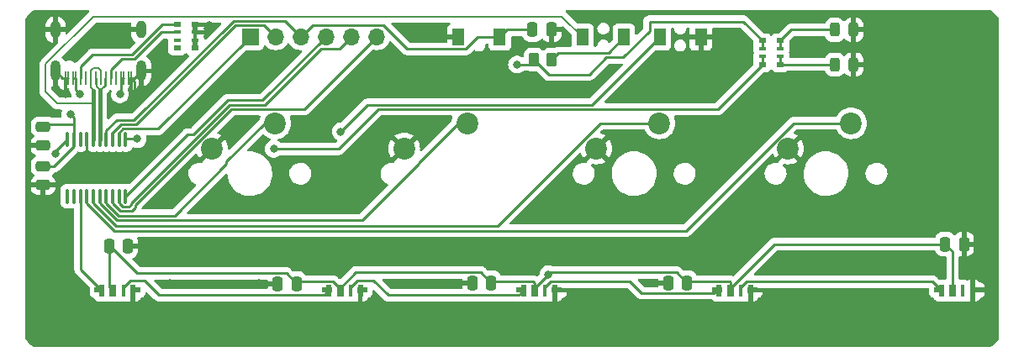
<source format=gbr>
%TF.GenerationSoftware,KiCad,Pcbnew,7.0.8*%
%TF.CreationDate,2024-01-31T16:08:22-06:00*%
%TF.ProjectId,K33b,4b333362-2e6b-4696-9361-645f70636258,rev?*%
%TF.SameCoordinates,Original*%
%TF.FileFunction,Copper,L1,Top*%
%TF.FilePolarity,Positive*%
%FSLAX46Y46*%
G04 Gerber Fmt 4.6, Leading zero omitted, Abs format (unit mm)*
G04 Created by KiCad (PCBNEW 7.0.8) date 2024-01-31 16:08:22*
%MOMM*%
%LPD*%
G01*
G04 APERTURE LIST*
G04 Aperture macros list*
%AMRoundRect*
0 Rectangle with rounded corners*
0 $1 Rounding radius*
0 $2 $3 $4 $5 $6 $7 $8 $9 X,Y pos of 4 corners*
0 Add a 4 corners polygon primitive as box body*
4,1,4,$2,$3,$4,$5,$6,$7,$8,$9,$2,$3,0*
0 Add four circle primitives for the rounded corners*
1,1,$1+$1,$2,$3*
1,1,$1+$1,$4,$5*
1,1,$1+$1,$6,$7*
1,1,$1+$1,$8,$9*
0 Add four rect primitives between the rounded corners*
20,1,$1+$1,$2,$3,$4,$5,0*
20,1,$1+$1,$4,$5,$6,$7,0*
20,1,$1+$1,$6,$7,$8,$9,0*
20,1,$1+$1,$8,$9,$2,$3,0*%
G04 Aperture macros list end*
%TA.AperFunction,SMDPad,CuDef*%
%ADD10R,0.800000X0.500000*%
%TD*%
%TA.AperFunction,SMDPad,CuDef*%
%ADD11R,0.800000X0.400000*%
%TD*%
%TA.AperFunction,SMDPad,CuDef*%
%ADD12RoundRect,0.243750X0.243750X0.456250X-0.243750X0.456250X-0.243750X-0.456250X0.243750X-0.456250X0*%
%TD*%
%TA.AperFunction,ComponentPad*%
%ADD13O,1.000000X1.800000*%
%TD*%
%TA.AperFunction,ComponentPad*%
%ADD14O,1.000000X2.100000*%
%TD*%
%TA.AperFunction,SMDPad,CuDef*%
%ADD15R,0.250000X1.400000*%
%TD*%
%TA.AperFunction,SMDPad,CuDef*%
%ADD16RoundRect,0.100000X-0.100000X0.637500X-0.100000X-0.637500X0.100000X-0.637500X0.100000X0.637500X0*%
%TD*%
%TA.AperFunction,SMDPad,CuDef*%
%ADD17R,1.250000X1.700000*%
%TD*%
%TA.AperFunction,ComponentPad*%
%ADD18C,2.200000*%
%TD*%
%TA.AperFunction,SMDPad,CuDef*%
%ADD19RoundRect,0.250000X-0.262500X-0.450000X0.262500X-0.450000X0.262500X0.450000X-0.262500X0.450000X0*%
%TD*%
%TA.AperFunction,ComponentPad*%
%ADD20O,1.700000X1.700000*%
%TD*%
%TA.AperFunction,ComponentPad*%
%ADD21R,1.700000X1.700000*%
%TD*%
%TA.AperFunction,SMDPad,CuDef*%
%ADD22R,1.000000X0.550000*%
%TD*%
%TA.AperFunction,SMDPad,CuDef*%
%ADD23R,0.550000X1.200000*%
%TD*%
%TA.AperFunction,SMDPad,CuDef*%
%ADD24R,0.450000X1.200000*%
%TD*%
%TA.AperFunction,SMDPad,CuDef*%
%ADD25R,0.700000X1.200000*%
%TD*%
%TA.AperFunction,SMDPad,CuDef*%
%ADD26RoundRect,0.250000X0.250000X0.475000X-0.250000X0.475000X-0.250000X-0.475000X0.250000X-0.475000X0*%
%TD*%
%TA.AperFunction,SMDPad,CuDef*%
%ADD27RoundRect,0.250000X-0.250000X-0.475000X0.250000X-0.475000X0.250000X0.475000X-0.250000X0.475000X0*%
%TD*%
%TA.AperFunction,SMDPad,CuDef*%
%ADD28RoundRect,0.250000X0.475000X-0.250000X0.475000X0.250000X-0.475000X0.250000X-0.475000X-0.250000X0*%
%TD*%
%TA.AperFunction,ViaPad*%
%ADD29C,0.800000*%
%TD*%
%TA.AperFunction,Conductor*%
%ADD30C,0.200000*%
%TD*%
%TA.AperFunction,Conductor*%
%ADD31C,0.430000*%
%TD*%
%TA.AperFunction,Conductor*%
%ADD32C,0.250000*%
%TD*%
G04 APERTURE END LIST*
D10*
%TO.P,RN2,1,R1.1*%
%TO.N,+5V*%
X146700000Y-90600000D03*
D11*
%TO.P,RN2,2,R2.1*%
X146700000Y-91400000D03*
%TO.P,RN2,3,R3.1*%
%TO.N,PA9*%
X146700000Y-92200000D03*
D10*
%TO.P,RN2,4,R4.1*%
X146700000Y-93000000D03*
%TO.P,RN2,5,R4.2*%
%TO.N,Net-(D7-A)*%
X148500000Y-93000000D03*
D11*
%TO.P,RN2,6,R3.2*%
X148500000Y-92200000D03*
%TO.P,RN2,7,R2.2*%
%TO.N,Net-(D6-A)*%
X148500000Y-91400000D03*
D10*
%TO.P,RN2,8,R1.2*%
X148500000Y-90600000D03*
%TD*%
D12*
%TO.P,D7,1,K*%
%TO.N,VSS*%
X155875000Y-93000000D03*
%TO.P,D7,2,A*%
%TO.N,Net-(D7-A)*%
X154000000Y-93000000D03*
%TD*%
%TO.P,D6,1,K*%
%TO.N,VSS*%
X155875000Y-89500000D03*
%TO.P,D6,2,A*%
%TO.N,Net-(D6-A)*%
X154000000Y-89500000D03*
%TD*%
D13*
%TO.P,J2,S1,SHIELD*%
%TO.N,VSS*%
X75500000Y-89500000D03*
D14*
X75500000Y-93650000D03*
D13*
X84140000Y-89500000D03*
D14*
X84140000Y-93650000D03*
D15*
%TO.P,J2,B12,GND*%
X82895000Y-94350000D03*
%TO.P,J2,B9,VBUS*%
%TO.N,+5V*%
X82095000Y-94350000D03*
%TO.P,J2,B8,SBU2*%
%TO.N,unconnected-(J2-SBU2-PadB8)*%
X78570000Y-94350000D03*
%TO.P,J2,B7,D-*%
%TO.N,D-*%
X80570000Y-94350000D03*
%TO.P,J2,B6,D+*%
%TO.N,D+*%
X79070000Y-94350000D03*
%TO.P,J2,B5,CC2*%
%TO.N,Net-(J2-CC2)*%
X78070000Y-94350000D03*
%TO.P,J2,B4,VBUS*%
%TO.N,+5V*%
X77545000Y-94350000D03*
%TO.P,J2,B1,GND*%
%TO.N,VSS*%
X76745000Y-94350000D03*
%TO.P,J2,A12,GND*%
X76495000Y-94350000D03*
%TO.P,J2,A9,VBUS*%
%TO.N,+5V*%
X77295000Y-94350000D03*
%TO.P,J2,A8,SBU1*%
%TO.N,unconnected-(J2-SBU1-PadA8)*%
X81570000Y-94350000D03*
%TO.P,J2,A7,D-*%
%TO.N,D-*%
X79570000Y-94350000D03*
%TO.P,J2,A6,D+*%
%TO.N,D+*%
X80070000Y-94350000D03*
%TO.P,J2,A5,CC1*%
%TO.N,Net-(J2-CC1)*%
X81070000Y-94350000D03*
%TO.P,J2,A4,VBUS*%
%TO.N,+5V*%
X82345000Y-94350000D03*
%TO.P,J2,A1,GND*%
%TO.N,VSS*%
X83145000Y-94350000D03*
%TD*%
D16*
%TO.P,U1,20,PA5*%
%TO.N,PA5*%
X82575000Y-106275000D03*
%TO.P,U1,19,PA4*%
%TO.N,PA4*%
X81925000Y-106275000D03*
%TO.P,U1,18,PC19*%
%TO.N,PC19*%
X81275000Y-106275000D03*
%TO.P,U1,17,PA3*%
%TO.N,PA3*%
X80625000Y-106275000D03*
%TO.P,U1,16,PA2*%
%TO.N,PA2*%
X79975000Y-106275000D03*
%TO.P,U1,15,PA1*%
%TO.N,PA1*%
X79325000Y-106275000D03*
%TO.P,U1,14,PA0*%
%TO.N,PA0*%
X78675000Y-106275000D03*
%TO.P,U1,13,PC3*%
%TO.N,PC3*%
X78025000Y-106275000D03*
%TO.P,U1,12,PA10*%
%TO.N,unconnected-(U1-PA10-Pad12)*%
X77375000Y-106275000D03*
%TO.P,U1,11,PA11*%
%TO.N,unconnected-(U1-PA11-Pad11)*%
X76725000Y-106275000D03*
%TO.P,U1,10,PA9*%
%TO.N,PA9*%
X76725000Y-100550000D03*
%TO.P,U1,9,VCC*%
%TO.N,+5V*%
X77375000Y-100550000D03*
%TO.P,U1,8,PC18*%
%TO.N,PC18*%
X78025000Y-100550000D03*
%TO.P,U1,7,VSS*%
%TO.N,VSS*%
X78675000Y-100550000D03*
%TO.P,U1,6,PC17*%
%TO.N,D+*%
X79325000Y-100550000D03*
%TO.P,U1,5,PC16*%
%TO.N,D-*%
X79975000Y-100550000D03*
%TO.P,U1,4,PB7*%
%TO.N,PB7*%
X80625000Y-100550000D03*
%TO.P,U1,3,PB1*%
%TO.N,PB1*%
X81275000Y-100550000D03*
%TO.P,U1,2,PA7*%
%TO.N,PA7*%
X81925000Y-100550000D03*
%TO.P,U1,1,PA6*%
%TO.N,PA6*%
X82575000Y-100550000D03*
%TD*%
D17*
%TO.P,SW7,2,2*%
%TO.N,VSS*%
X140500000Y-90250000D03*
%TO.P,SW7,1,1*%
%TO.N,PA6*%
X136350000Y-90250000D03*
%TD*%
%TO.P,SW6,2,2*%
%TO.N,Net-(R1-Pad2)*%
X132750000Y-90250000D03*
%TO.P,SW6,1,1*%
%TO.N,D+*%
X128600000Y-90250000D03*
%TD*%
%TO.P,SW5,2,2*%
%TO.N,PB7*%
X120250000Y-90250000D03*
%TO.P,SW5,1,1*%
%TO.N,VSS*%
X116100000Y-90250000D03*
%TD*%
D18*
%TO.P,SW4,2,2*%
%TO.N,VSS*%
X149290000Y-101460000D03*
%TO.P,SW4,1,1*%
%TO.N,PA0*%
X155640000Y-98920000D03*
%TD*%
%TO.P,SW3,2,2*%
%TO.N,VSS*%
X129970000Y-101460000D03*
%TO.P,SW3,1,1*%
%TO.N,PA1*%
X136320000Y-98920000D03*
%TD*%
%TO.P,SW2,2,2*%
%TO.N,VSS*%
X110610000Y-101460000D03*
%TO.P,SW2,1,1*%
%TO.N,PA2*%
X116960000Y-98920000D03*
%TD*%
%TO.P,SW1,2,2*%
%TO.N,VSS*%
X91270000Y-101460000D03*
%TO.P,SW1,1,1*%
%TO.N,PA3*%
X97620000Y-98920000D03*
%TD*%
D10*
%TO.P,RN1,8,R1.2*%
%TO.N,unconnected-(RN1-R1.2-Pad8)*%
X87750000Y-91350000D03*
D11*
%TO.P,RN1,7,R2.2*%
%TO.N,unconnected-(RN1-R2.2-Pad7)*%
X87750000Y-90550000D03*
%TO.P,RN1,6,R3.2*%
%TO.N,Net-(J2-CC1)*%
X87750000Y-89750000D03*
D10*
%TO.P,RN1,5,R4.2*%
%TO.N,Net-(J2-CC2)*%
X87750000Y-88950000D03*
%TO.P,RN1,4,R4.1*%
%TO.N,VSS*%
X89550000Y-88950000D03*
D11*
%TO.P,RN1,3,R3.1*%
X89550000Y-89750000D03*
%TO.P,RN1,2,R2.1*%
X89550000Y-90550000D03*
D10*
%TO.P,RN1,1,R1.1*%
X89550000Y-91350000D03*
%TD*%
D19*
%TO.P,R1,2*%
%TO.N,Net-(R1-Pad2)*%
X125500000Y-92500000D03*
%TO.P,R1,1*%
%TO.N,+5V*%
X123675000Y-92500000D03*
%TD*%
D20*
%TO.P,J1,6,Pin_6*%
%TO.N,PC19*%
X107850000Y-90200000D03*
%TO.P,J1,5,Pin_5*%
%TO.N,PA4*%
X105310000Y-90200000D03*
%TO.P,J1,4,Pin_4*%
%TO.N,PA5*%
X102770000Y-90200000D03*
%TO.P,J1,3,Pin_3*%
%TO.N,PB7*%
X100230000Y-90200000D03*
%TO.P,J1,2,Pin_2*%
%TO.N,PB1*%
X97690000Y-90200000D03*
D21*
%TO.P,J1,1,Pin_1*%
%TO.N,PA7*%
X95150000Y-90200000D03*
%TD*%
D22*
%TO.P,D5,4,VSS*%
%TO.N,VSS*%
X168100000Y-115735000D03*
D23*
X167875000Y-115800000D03*
D24*
%TO.P,D5,3,DOUT*%
%TO.N,unconnected-(D5-DOUT-Pad3)*%
X166875000Y-115800000D03*
D25*
%TO.P,D5,2,VDD*%
%TO.N,+5V*%
X165850000Y-115800000D03*
D23*
%TO.P,D5,1,DIN*%
%TO.N,Net-(D4-DOUT)*%
X164725000Y-115800000D03*
D22*
X164500000Y-115725000D03*
%TD*%
%TO.P,D4,4,VSS*%
%TO.N,VSS*%
X145725000Y-115735000D03*
D23*
X145500000Y-115800000D03*
D24*
%TO.P,D4,3,DOUT*%
%TO.N,Net-(D4-DOUT)*%
X144500000Y-115800000D03*
D25*
%TO.P,D4,2,VDD*%
%TO.N,+5V*%
X143475000Y-115800000D03*
D23*
%TO.P,D4,1,DIN*%
%TO.N,Net-(D3-DOUT)*%
X142350000Y-115800000D03*
D22*
X142125000Y-115725000D03*
%TD*%
%TO.P,D3,4,VSS*%
%TO.N,VSS*%
X126000000Y-115735000D03*
D23*
X125775000Y-115800000D03*
D24*
%TO.P,D3,3,DOUT*%
%TO.N,Net-(D3-DOUT)*%
X124775000Y-115800000D03*
D25*
%TO.P,D3,2,VDD*%
%TO.N,+5V*%
X123750000Y-115800000D03*
D23*
%TO.P,D3,1,DIN*%
%TO.N,Net-(D2-DOUT)*%
X122625000Y-115800000D03*
D22*
X122400000Y-115725000D03*
%TD*%
%TO.P,D2,1,DIN*%
%TO.N,Net-(D1-DOUT)*%
X102825000Y-115725000D03*
D23*
X103050000Y-115800000D03*
D25*
%TO.P,D2,2,VDD*%
%TO.N,+5V*%
X104175000Y-115800000D03*
D24*
%TO.P,D2,3,DOUT*%
%TO.N,Net-(D2-DOUT)*%
X105200000Y-115800000D03*
D23*
%TO.P,D2,4,VSS*%
%TO.N,VSS*%
X106200000Y-115800000D03*
D22*
X106425000Y-115735000D03*
%TD*%
%TO.P,D1,4,VSS*%
%TO.N,VSS*%
X83550000Y-115735000D03*
D23*
X83325000Y-115800000D03*
D24*
%TO.P,D1,3,DOUT*%
%TO.N,Net-(D1-DOUT)*%
X82325000Y-115800000D03*
D25*
%TO.P,D1,2,VDD*%
%TO.N,+5V*%
X81300000Y-115800000D03*
D23*
%TO.P,D1,1,DIN*%
%TO.N,PC3*%
X80175000Y-115800000D03*
D22*
X79950000Y-115725000D03*
%TD*%
D26*
%TO.P,C9,2*%
%TO.N,+5V*%
X165100000Y-111100000D03*
%TO.P,C9,1*%
%TO.N,VSS*%
X167000000Y-111100000D03*
%TD*%
D27*
%TO.P,C8,2*%
%TO.N,+5V*%
X139100000Y-115000000D03*
%TO.P,C8,1*%
%TO.N,VSS*%
X137200000Y-115000000D03*
%TD*%
%TO.P,C6,2*%
%TO.N,+5V*%
X119400000Y-115000000D03*
%TO.P,C6,1*%
%TO.N,VSS*%
X117500000Y-115000000D03*
%TD*%
%TO.P,C5,2*%
%TO.N,VSS*%
X125450000Y-89500000D03*
%TO.P,C5,1*%
%TO.N,PB7*%
X123550000Y-89500000D03*
%TD*%
%TO.P,C4,2*%
%TO.N,+5V*%
X99800000Y-115100000D03*
%TO.P,C4,1*%
%TO.N,VSS*%
X97900000Y-115100000D03*
%TD*%
D26*
%TO.P,C3,2*%
%TO.N,+5V*%
X80900000Y-111300000D03*
%TO.P,C3,1*%
%TO.N,VSS*%
X82800000Y-111300000D03*
%TD*%
D28*
%TO.P,C2,2*%
%TO.N,+5V*%
X74250000Y-103250000D03*
%TO.P,C2,1*%
%TO.N,VSS*%
X74250000Y-105150000D03*
%TD*%
%TO.P,C1,2*%
%TO.N,+5V*%
X74250000Y-99250000D03*
%TO.P,C1,1*%
%TO.N,VSS*%
X74250000Y-101150000D03*
%TD*%
D29*
%TO.N,PA9*%
X75500000Y-102000000D03*
X97500000Y-101500000D03*
%TO.N,VSS*%
X76500000Y-96000000D03*
X83500000Y-97000000D03*
X79000000Y-102487347D03*
X96000000Y-118000000D03*
X96000000Y-115000000D03*
X135500000Y-115000000D03*
X146500000Y-96000000D03*
X168500000Y-113000000D03*
X159500000Y-112500000D03*
X155500000Y-117500000D03*
X141000000Y-112500000D03*
X133500000Y-117500000D03*
X116000000Y-112000000D03*
X114500000Y-115000000D03*
X88000000Y-112500000D03*
X87000000Y-115000000D03*
X95000000Y-93500000D03*
X91000000Y-89000000D03*
X86000000Y-92500000D03*
X80000000Y-90000000D03*
X114500000Y-93000000D03*
X113000000Y-89500000D03*
%TO.N,+5V*%
X77000000Y-98000000D03*
X125145190Y-114145190D03*
X122000000Y-93000000D03*
X82000000Y-96000000D03*
X78000000Y-96000000D03*
%TO.N,PA6*%
X83750000Y-100500000D03*
X104250000Y-99750000D03*
%TD*%
D30*
%TO.N,D-*%
X79645000Y-94425000D02*
X79645000Y-95217595D01*
X79645000Y-95217595D02*
X79990000Y-95562595D01*
X79570000Y-94350000D02*
X79645000Y-94425000D01*
X80495000Y-95174264D02*
X80495000Y-94350000D01*
X80106669Y-95562595D02*
X80495000Y-95174264D01*
X80106669Y-95562595D02*
X79990000Y-95562595D01*
X80570000Y-94350000D02*
X80570000Y-95099264D01*
X80570000Y-95099264D02*
X80106669Y-95562595D01*
%TO.N,D+*%
X79070000Y-93600736D02*
X79070000Y-94350000D01*
X79320736Y-93350000D02*
X79070000Y-93600736D01*
X79819264Y-93350000D02*
X79320736Y-93350000D01*
X80070000Y-93600736D02*
X79819264Y-93350000D01*
X80070000Y-94350000D02*
X80070000Y-93600736D01*
X79070000Y-95322595D02*
X79310000Y-95562595D01*
X79070000Y-94350000D02*
X79070000Y-95322595D01*
X75680000Y-96930000D02*
X79310000Y-96930000D01*
X74500000Y-95750000D02*
X75680000Y-96930000D01*
X128600000Y-90250000D02*
X126500000Y-88150000D01*
X79320431Y-88150000D02*
X74500000Y-92970431D01*
D31*
X79300000Y-97037405D02*
X79300000Y-95670000D01*
X79310000Y-100535000D02*
X79310000Y-96930000D01*
D30*
X126500000Y-88150000D02*
X79320431Y-88150000D01*
X74500000Y-92970431D02*
X74500000Y-95750000D01*
D31*
%TO.N,D-*%
X79990000Y-100535000D02*
X79990000Y-95562595D01*
X79975000Y-100550000D02*
X79990000Y-100535000D01*
%TO.N,D+*%
X79325000Y-100550000D02*
X79310000Y-100535000D01*
D32*
%TO.N,PA9*%
X75500000Y-101775000D02*
X76725000Y-100550000D01*
X75500000Y-102000000D02*
X75500000Y-101775000D01*
%TO.N,VSS*%
X78675000Y-102162347D02*
X79000000Y-102487347D01*
X78675000Y-100550000D02*
X78675000Y-102162347D01*
%TO.N,PA9*%
X104000000Y-101500000D02*
X97500000Y-101500000D01*
X108000308Y-97499692D02*
X104000000Y-101500000D01*
X142200308Y-97499692D02*
X108000308Y-97499692D01*
X146700000Y-93000000D02*
X142200308Y-97499692D01*
%TO.N,PA6*%
X106950308Y-97049692D02*
X104250000Y-99750000D01*
%TO.N,+5V*%
X125175000Y-94000000D02*
X123675000Y-92500000D01*
%TO.N,PA6*%
X129550308Y-97049692D02*
X106950308Y-97049692D01*
%TO.N,+5V*%
X129227208Y-94000000D02*
X125175000Y-94000000D01*
X130952208Y-92275000D02*
X129227208Y-94000000D01*
X132659620Y-92275000D02*
X130952208Y-92275000D01*
X135325000Y-88675000D02*
X135325000Y-89609620D01*
X144775000Y-88675000D02*
X135325000Y-88675000D01*
%TO.N,Net-(R1-Pad2)*%
X131175000Y-91825000D02*
X132750000Y-90250000D01*
X126175000Y-91825000D02*
X131175000Y-91825000D01*
X125500000Y-92500000D02*
X126175000Y-91825000D01*
%TO.N,PA6*%
X136350000Y-90250000D02*
X129550308Y-97049692D01*
%TO.N,+5V*%
X135325000Y-89609620D02*
X132659620Y-92275000D01*
X146700000Y-90600000D02*
X144775000Y-88675000D01*
%TO.N,PA9*%
X146700000Y-92200000D02*
X146700000Y-93000000D01*
%TO.N,+5V*%
X146700000Y-91400000D02*
X146700000Y-90600000D01*
%TO.N,Net-(D6-A)*%
X149600000Y-89500000D02*
X154000000Y-89500000D01*
X148500000Y-90600000D02*
X149600000Y-89500000D01*
X148500000Y-91400000D02*
X148500000Y-90600000D01*
%TO.N,Net-(D7-A)*%
X148500000Y-92200000D02*
X148500000Y-93000000D01*
X154000000Y-93000000D02*
X148500000Y-93000000D01*
%TO.N,VSS*%
X76200000Y-94350000D02*
X75500000Y-93650000D01*
X76745000Y-94350000D02*
X76200000Y-94350000D01*
X83440000Y-94350000D02*
X84140000Y-93650000D01*
X83145000Y-94350000D02*
X83440000Y-94350000D01*
X83500000Y-97000000D02*
X83500000Y-94705000D01*
X83500000Y-94705000D02*
X83145000Y-94350000D01*
X76500000Y-94595000D02*
X76745000Y-94350000D01*
X76500000Y-96000000D02*
X76500000Y-94595000D01*
%TO.N,Net-(D3-DOUT)*%
X134550000Y-116050000D02*
X141800000Y-116050000D01*
X133375000Y-114875000D02*
X134550000Y-116050000D01*
X141800000Y-116050000D02*
X142125000Y-115725000D01*
X125365380Y-114875000D02*
X133375000Y-114875000D01*
X124775000Y-115465380D02*
X125365380Y-114875000D01*
X124775000Y-115800000D02*
X124775000Y-115465380D01*
%TO.N,+5V*%
X75363542Y-103250000D02*
X74250000Y-103250000D01*
X77375000Y-101238542D02*
X75363542Y-103250000D01*
X77375000Y-100550000D02*
X77375000Y-101238542D01*
X77375000Y-99000000D02*
X74500000Y-99000000D01*
X74500000Y-99000000D02*
X74250000Y-99250000D01*
X77375000Y-99000000D02*
X77375000Y-100550000D01*
X77375000Y-98375000D02*
X77375000Y-99000000D01*
X77000000Y-98000000D02*
X77375000Y-98375000D01*
X125145190Y-114145190D02*
X125340380Y-113950000D01*
X123750000Y-115540380D02*
X125145190Y-114145190D01*
X123175000Y-93000000D02*
X123675000Y-92500000D01*
X122000000Y-93000000D02*
X123175000Y-93000000D01*
X82345000Y-94350000D02*
X82095000Y-94350000D01*
X82095000Y-95905000D02*
X82095000Y-94350000D01*
X77545000Y-95545000D02*
X78000000Y-96000000D01*
X82000000Y-96000000D02*
X82095000Y-95905000D01*
X77545000Y-94350000D02*
X77545000Y-95545000D01*
X77295000Y-94350000D02*
X77545000Y-94350000D01*
X147915380Y-111100000D02*
X165100000Y-111100000D01*
X143475000Y-115540380D02*
X147915380Y-111100000D01*
X143475000Y-115800000D02*
X143475000Y-115540380D01*
X138050000Y-113950000D02*
X139100000Y-115000000D01*
X125340380Y-113950000D02*
X138050000Y-113950000D01*
X123750000Y-115800000D02*
X123750000Y-115540380D01*
X118350000Y-113950000D02*
X119400000Y-115000000D01*
X105765380Y-113950000D02*
X118350000Y-113950000D01*
X104175000Y-115540380D02*
X105765380Y-113950000D01*
X104175000Y-115800000D02*
X104175000Y-115540380D01*
X98750000Y-114050000D02*
X99800000Y-115100000D01*
X83736016Y-114050000D02*
X98750000Y-114050000D01*
X80986016Y-111300000D02*
X83736016Y-114050000D01*
X80900000Y-111300000D02*
X80986016Y-111300000D01*
%TO.N,PC19*%
X100550000Y-97500000D02*
X107850000Y-90200000D01*
%TO.N,PA6*%
X83750000Y-100500000D02*
X82625000Y-100500000D01*
X82625000Y-100500000D02*
X82575000Y-100550000D01*
%TO.N,PB7*%
X101400344Y-89029656D02*
X100230000Y-90200000D01*
X110925000Y-91425000D02*
X108529656Y-89029656D01*
X117450000Y-90834620D02*
X116859620Y-91425000D01*
X117450000Y-90799695D02*
X117450000Y-90834620D01*
X117999695Y-90250000D02*
X117450000Y-90799695D01*
X108529656Y-89029656D02*
X101400344Y-89029656D01*
X120250000Y-90250000D02*
X117999695Y-90250000D01*
X116859620Y-91425000D02*
X110925000Y-91425000D01*
X121000000Y-89500000D02*
X123550000Y-89500000D01*
X120250000Y-90250000D02*
X121000000Y-89500000D01*
%TO.N,Net-(D4-DOUT)*%
X145090380Y-114875000D02*
X163800000Y-114875000D01*
X144500000Y-115465380D02*
X145090380Y-114875000D01*
X144500000Y-115800000D02*
X144500000Y-115465380D01*
X163800000Y-114875000D02*
X164725000Y-115800000D01*
%TO.N,+5V*%
X165850000Y-111850000D02*
X165850000Y-115800000D01*
X165100000Y-111100000D02*
X165850000Y-111850000D01*
X143475000Y-114975000D02*
X143475000Y-115800000D01*
X143375000Y-114875000D02*
X143475000Y-114975000D01*
X139225000Y-114875000D02*
X143375000Y-114875000D01*
X139100000Y-115000000D02*
X139225000Y-114875000D01*
X123750000Y-115025000D02*
X123750000Y-115800000D01*
X123600000Y-114875000D02*
X123750000Y-115025000D01*
X119525000Y-114875000D02*
X123600000Y-114875000D01*
X119400000Y-115000000D02*
X119525000Y-114875000D01*
X104175000Y-115590380D02*
X104175000Y-115800000D01*
X103459620Y-114875000D02*
X104175000Y-115590380D01*
X100025000Y-114875000D02*
X103459620Y-114875000D01*
X99800000Y-115100000D02*
X100025000Y-114875000D01*
X80900000Y-115400000D02*
X81300000Y-115800000D01*
X80900000Y-111300000D02*
X80900000Y-115400000D01*
%TO.N,Net-(D2-DOUT)*%
X122175000Y-116250000D02*
X122625000Y-115800000D01*
X109015380Y-116250000D02*
X122175000Y-116250000D01*
X107515380Y-114750000D02*
X109015380Y-116250000D01*
X105200000Y-115465380D02*
X105915380Y-114750000D01*
X105200000Y-115800000D02*
X105200000Y-115465380D01*
X105915380Y-114750000D02*
X107515380Y-114750000D01*
%TO.N,Net-(D1-DOUT)*%
X102600000Y-116250000D02*
X103050000Y-115800000D01*
X85940380Y-116250000D02*
X102600000Y-116250000D01*
X84440380Y-114750000D02*
X85940380Y-116250000D01*
X83040380Y-114750000D02*
X84440380Y-114750000D01*
X82325000Y-115465380D02*
X83040380Y-114750000D01*
X82325000Y-115800000D02*
X82325000Y-115465380D01*
%TO.N,PA0*%
X81461458Y-109750000D02*
X138986406Y-109750000D01*
X138986406Y-109750000D02*
X149816406Y-98920000D01*
X78675000Y-106963542D02*
X81461458Y-109750000D01*
X78675000Y-106275000D02*
X78675000Y-106963542D01*
X149816406Y-98920000D02*
X155640000Y-98920000D01*
%TO.N,PA1*%
X120000000Y-109250000D02*
X130330000Y-98920000D01*
X130330000Y-98920000D02*
X136320000Y-98920000D01*
X79325000Y-106963542D02*
X81611458Y-109250000D01*
X81611458Y-109250000D02*
X120000000Y-109250000D01*
X79325000Y-106275000D02*
X79325000Y-106963542D01*
%TO.N,PA2*%
X116080000Y-98920000D02*
X116960000Y-98920000D01*
X112045000Y-102955000D02*
X116080000Y-98920000D01*
X112045000Y-103027412D02*
X112045000Y-102955000D01*
X106384912Y-108687500D02*
X112045000Y-103027412D01*
X81687500Y-108687500D02*
X106384912Y-108687500D01*
X79975000Y-106975000D02*
X81687500Y-108687500D01*
X79975000Y-106275000D02*
X79975000Y-106975000D01*
%TO.N,PA3*%
X92705000Y-103045000D02*
X92705000Y-102795000D01*
X87512500Y-108237500D02*
X92705000Y-103045000D01*
X81873896Y-108237500D02*
X87512500Y-108237500D01*
X80625000Y-106988604D02*
X81873896Y-108237500D01*
X80625000Y-106275000D02*
X80625000Y-106988604D01*
%TO.N,PA4*%
X81925000Y-107015812D02*
X81925000Y-106275000D01*
X82246688Y-107337500D02*
X81925000Y-107015812D01*
X82912500Y-107337500D02*
X82246688Y-107337500D01*
X83100000Y-107150000D02*
X82912500Y-107337500D01*
X83100000Y-106980010D02*
X83100000Y-107150000D01*
X93030010Y-97050000D02*
X83100000Y-106980010D01*
X96600634Y-97050000D02*
X93030010Y-97050000D01*
X104139656Y-91370344D02*
X102280290Y-91370344D01*
X105310000Y-90200000D02*
X104139656Y-91370344D01*
%TO.N,PA3*%
X96580000Y-98920000D02*
X97620000Y-98920000D01*
%TO.N,PC19*%
X81275000Y-107002208D02*
X81275000Y-106275000D01*
X83550000Y-107166406D02*
X83550000Y-107450000D01*
X93216406Y-97500000D02*
X83550000Y-107166406D01*
X83550000Y-107450000D02*
X83212500Y-107787500D01*
%TO.N,PA3*%
X92705000Y-102795000D02*
X96580000Y-98920000D01*
%TO.N,PC19*%
X83212500Y-107787500D02*
X82060292Y-107787500D01*
X100550000Y-97500000D02*
X93216406Y-97500000D01*
X82060292Y-107787500D02*
X81275000Y-107002208D01*
%TO.N,PA4*%
X102280290Y-91370344D02*
X96600634Y-97050000D01*
%TO.N,PC3*%
X80175000Y-115800000D02*
X78025000Y-113650000D01*
X78025000Y-113650000D02*
X78025000Y-106275000D01*
%TO.N,PA5*%
X88810308Y-100039692D02*
X82575000Y-106275000D01*
X89403922Y-100039692D02*
X88810308Y-100039692D01*
X92843614Y-96600000D02*
X89403922Y-100039692D01*
X102770000Y-90200000D02*
X96370000Y-96600000D01*
X96370000Y-96600000D02*
X92843614Y-96600000D01*
%TO.N,PB7*%
X83422120Y-98587500D02*
X81662500Y-98587500D01*
X93434620Y-88575000D02*
X83422120Y-98587500D01*
X80625000Y-99625000D02*
X80625000Y-100550000D01*
X98605000Y-88575000D02*
X93434620Y-88575000D01*
X81662500Y-98587500D02*
X80625000Y-99625000D01*
X100230000Y-90200000D02*
X98605000Y-88575000D01*
%TO.N,PB1*%
X81275000Y-99861458D02*
X81275000Y-100550000D01*
X82098958Y-99037500D02*
X81275000Y-99861458D01*
X83608516Y-99037500D02*
X82098958Y-99037500D01*
X96515000Y-89025000D02*
X93621016Y-89025000D01*
X93621016Y-89025000D02*
X83608516Y-99037500D01*
X97690000Y-90200000D02*
X96515000Y-89025000D01*
%TO.N,PA7*%
X85862500Y-99487500D02*
X82298958Y-99487500D01*
X82298958Y-99487500D02*
X81925000Y-99861458D01*
X81925000Y-99861458D02*
X81925000Y-100550000D01*
X95150000Y-90200000D02*
X85862500Y-99487500D01*
%TO.N,Net-(J2-CC2)*%
X78070000Y-93180000D02*
X78070000Y-94350000D01*
X79250000Y-92000000D02*
X78070000Y-93180000D01*
X83250000Y-92000000D02*
X79250000Y-92000000D01*
X86300000Y-88950000D02*
X83250000Y-92000000D01*
X87750000Y-88950000D02*
X86300000Y-88950000D01*
%TO.N,Net-(J2-CC1)*%
X81070000Y-93565380D02*
X81070000Y-94350000D01*
X82185380Y-92450000D02*
X81070000Y-93565380D01*
X83436396Y-92450000D02*
X82185380Y-92450000D01*
X86136396Y-89750000D02*
X83436396Y-92450000D01*
X87750000Y-89750000D02*
X86136396Y-89750000D01*
%TD*%
%TA.AperFunction,Conductor*%
%TO.N,VSS*%
G36*
X78882844Y-87519685D02*
G01*
X78928599Y-87572489D01*
X78938543Y-87641647D01*
X78909518Y-87705203D01*
X78894747Y-87719118D01*
X78892150Y-87721716D01*
X78870450Y-87749994D01*
X78865099Y-87756096D01*
X76711681Y-89909513D01*
X76650358Y-89942998D01*
X76580666Y-89938014D01*
X76524733Y-89896142D01*
X76500316Y-89830678D01*
X76500000Y-89821832D01*
X76500000Y-89750000D01*
X75800000Y-89750000D01*
X75800000Y-89250000D01*
X76500000Y-89250000D01*
X76500000Y-89049286D01*
X76484581Y-88897661D01*
X76423700Y-88703618D01*
X76423695Y-88703608D01*
X76324994Y-88525784D01*
X76324994Y-88525783D01*
X76192521Y-88371469D01*
X76192520Y-88371468D01*
X76031695Y-88246981D01*
X75849093Y-88157411D01*
X75750000Y-88131753D01*
X75750000Y-88933889D01*
X75725543Y-88894390D01*
X75636038Y-88826799D01*
X75528160Y-88796105D01*
X75416479Y-88806454D01*
X75316078Y-88856448D01*
X75250000Y-88928930D01*
X75250000Y-88126633D01*
X75248053Y-88126931D01*
X75248047Y-88126933D01*
X75057342Y-88197562D01*
X75057335Y-88197565D01*
X74884732Y-88305149D01*
X74737331Y-88445264D01*
X74737330Y-88445266D01*
X74621143Y-88612195D01*
X74540940Y-88799092D01*
X74500000Y-88998309D01*
X74500000Y-89250000D01*
X75200000Y-89250000D01*
X75200000Y-89750000D01*
X74500000Y-89750000D01*
X74500000Y-89950713D01*
X74515418Y-90102338D01*
X74576299Y-90296381D01*
X74576304Y-90296391D01*
X74675005Y-90474215D01*
X74675005Y-90474216D01*
X74807478Y-90628530D01*
X74807479Y-90628531D01*
X74968304Y-90753018D01*
X75150907Y-90842589D01*
X75250000Y-90868244D01*
X75250000Y-90066110D01*
X75274457Y-90105610D01*
X75363962Y-90173201D01*
X75471840Y-90203895D01*
X75583521Y-90193546D01*
X75683922Y-90143552D01*
X75750000Y-90071069D01*
X75750000Y-90819833D01*
X75730315Y-90886872D01*
X75713681Y-90907514D01*
X74106096Y-92515099D01*
X74099994Y-92520450D01*
X74071717Y-92542149D01*
X74026283Y-92601361D01*
X73990745Y-92647676D01*
X73985401Y-92654640D01*
X73975462Y-92667591D01*
X73914957Y-92813665D01*
X73914955Y-92813670D01*
X73894318Y-92970429D01*
X73894318Y-92970431D01*
X73896861Y-92989750D01*
X73898969Y-93005757D01*
X73899500Y-93013859D01*
X73899500Y-95706571D01*
X73898969Y-95714673D01*
X73894961Y-95745119D01*
X73894318Y-95750000D01*
X73899500Y-95789361D01*
X73900294Y-95795390D01*
X73914955Y-95906760D01*
X73914956Y-95906762D01*
X73953576Y-96000000D01*
X73975464Y-96052841D01*
X74071718Y-96178282D01*
X74099995Y-96199980D01*
X74106085Y-96205320D01*
X74684913Y-96784148D01*
X75224669Y-97323904D01*
X75230020Y-97330005D01*
X75251718Y-97358282D01*
X75373292Y-97451569D01*
X75377159Y-97454536D01*
X75523238Y-97515044D01*
X75601619Y-97525363D01*
X75679999Y-97535682D01*
X75680000Y-97535682D01*
X75715329Y-97531030D01*
X75723428Y-97530500D01*
X76035036Y-97530500D01*
X76102075Y-97550185D01*
X76147830Y-97602989D01*
X76157774Y-97672147D01*
X76152967Y-97692818D01*
X76123088Y-97784776D01*
X76114326Y-97811744D01*
X76094540Y-98000000D01*
X76114326Y-98188256D01*
X76114327Y-98188259D01*
X76122100Y-98212182D01*
X76124095Y-98282023D01*
X76088015Y-98341856D01*
X76025314Y-98372684D01*
X76004169Y-98374500D01*
X75175664Y-98374500D01*
X75110568Y-98356039D01*
X75044340Y-98315189D01*
X75044335Y-98315187D01*
X75044334Y-98315186D01*
X74877797Y-98260001D01*
X74877795Y-98260000D01*
X74775010Y-98249500D01*
X73724998Y-98249500D01*
X73724980Y-98249501D01*
X73622203Y-98260000D01*
X73622200Y-98260001D01*
X73455668Y-98315185D01*
X73455663Y-98315187D01*
X73306342Y-98407289D01*
X73182289Y-98531342D01*
X73090187Y-98680663D01*
X73090185Y-98680668D01*
X73062349Y-98764670D01*
X73035001Y-98847203D01*
X73035001Y-98847204D01*
X73035000Y-98847204D01*
X73024500Y-98949983D01*
X73024500Y-99550001D01*
X73024501Y-99550019D01*
X73035000Y-99652796D01*
X73035001Y-99652799D01*
X73090185Y-99819331D01*
X73090187Y-99819336D01*
X73112217Y-99855052D01*
X73182288Y-99968656D01*
X73306344Y-100092712D01*
X73309628Y-100094737D01*
X73309653Y-100094753D01*
X73311445Y-100096746D01*
X73312011Y-100097193D01*
X73311934Y-100097289D01*
X73356379Y-100146699D01*
X73367603Y-100215661D01*
X73339761Y-100279744D01*
X73309665Y-100305826D01*
X73306660Y-100307679D01*
X73306655Y-100307683D01*
X73182684Y-100431654D01*
X73090643Y-100580875D01*
X73090641Y-100580880D01*
X73035494Y-100747302D01*
X73035493Y-100747309D01*
X73025000Y-100850013D01*
X73025000Y-100900000D01*
X74376000Y-100900000D01*
X74443039Y-100919685D01*
X74488794Y-100972489D01*
X74500000Y-101024000D01*
X74500000Y-101276000D01*
X74480315Y-101343039D01*
X74427511Y-101388794D01*
X74376000Y-101400000D01*
X73025001Y-101400000D01*
X73025001Y-101449986D01*
X73035494Y-101552697D01*
X73090641Y-101719119D01*
X73090643Y-101719124D01*
X73182684Y-101868345D01*
X73306654Y-101992315D01*
X73455881Y-102084359D01*
X73462280Y-102087343D01*
X73514721Y-102133513D01*
X73533876Y-102200706D01*
X73513663Y-102267588D01*
X73461985Y-102311656D01*
X73462209Y-102312136D01*
X73455663Y-102315187D01*
X73306342Y-102407289D01*
X73182289Y-102531342D01*
X73090187Y-102680663D01*
X73090185Y-102680668D01*
X73064417Y-102758432D01*
X73035001Y-102847203D01*
X73035001Y-102847204D01*
X73035000Y-102847204D01*
X73024500Y-102949983D01*
X73024500Y-103550001D01*
X73024501Y-103550019D01*
X73035000Y-103652796D01*
X73035001Y-103652799D01*
X73083663Y-103799649D01*
X73090186Y-103819334D01*
X73182288Y-103968656D01*
X73306344Y-104092712D01*
X73307429Y-104093381D01*
X73309653Y-104094753D01*
X73311445Y-104096746D01*
X73312011Y-104097193D01*
X73311934Y-104097289D01*
X73356379Y-104146699D01*
X73367603Y-104215661D01*
X73339761Y-104279744D01*
X73309665Y-104305826D01*
X73306660Y-104307679D01*
X73306655Y-104307683D01*
X73182684Y-104431654D01*
X73090643Y-104580875D01*
X73090641Y-104580880D01*
X73035494Y-104747302D01*
X73035493Y-104747309D01*
X73025000Y-104850013D01*
X73025000Y-104900000D01*
X75474999Y-104900000D01*
X75474999Y-104850028D01*
X75474998Y-104850013D01*
X75464505Y-104747302D01*
X75409358Y-104580880D01*
X75409356Y-104580875D01*
X75317315Y-104431654D01*
X75193344Y-104307683D01*
X75193341Y-104307681D01*
X75190339Y-104305829D01*
X75188713Y-104304021D01*
X75187677Y-104303202D01*
X75187817Y-104303024D01*
X75143617Y-104253880D01*
X75132397Y-104184917D01*
X75160243Y-104120836D01*
X75190344Y-104094754D01*
X75193656Y-104092712D01*
X75317712Y-103968656D01*
X75340204Y-103932189D01*
X75392151Y-103885465D01*
X75441849Y-103873347D01*
X75462169Y-103872709D01*
X75481411Y-103867117D01*
X75500454Y-103863174D01*
X75520334Y-103860664D01*
X75563664Y-103843507D01*
X75569188Y-103841617D01*
X75572938Y-103840527D01*
X75613932Y-103828618D01*
X75631171Y-103818422D01*
X75648645Y-103809862D01*
X75667269Y-103802488D01*
X75667269Y-103802487D01*
X75667274Y-103802486D01*
X75704991Y-103775082D01*
X75709847Y-103771892D01*
X75749962Y-103748170D01*
X75764131Y-103733999D01*
X75778921Y-103721368D01*
X75795129Y-103709594D01*
X75824841Y-103673676D01*
X75828754Y-103669376D01*
X77687312Y-101810819D01*
X77748633Y-101777336D01*
X77791171Y-101775563D01*
X77885639Y-101788000D01*
X78164360Y-101787999D01*
X78164361Y-101787999D01*
X78178018Y-101786201D01*
X78281762Y-101772544D01*
X78303200Y-101763663D01*
X78372668Y-101756194D01*
X78398106Y-101763663D01*
X78418365Y-101772054D01*
X78418377Y-101772058D01*
X78474998Y-101779511D01*
X78475000Y-101779510D01*
X78475000Y-101736999D01*
X78494685Y-101669960D01*
X78523512Y-101638625D01*
X78553282Y-101615782D01*
X78576625Y-101585360D01*
X78633051Y-101544158D01*
X78702797Y-101540003D01*
X78763718Y-101574214D01*
X78773368Y-101585351D01*
X78796718Y-101615782D01*
X78826485Y-101638623D01*
X78867688Y-101695048D01*
X78875000Y-101736999D01*
X78875000Y-101779510D01*
X78931631Y-101772055D01*
X78951887Y-101763665D01*
X79021356Y-101756193D01*
X79046797Y-101763663D01*
X79049033Y-101764589D01*
X79068238Y-101772544D01*
X79185639Y-101788000D01*
X79464360Y-101787999D01*
X79464361Y-101787999D01*
X79476594Y-101786388D01*
X79581762Y-101772544D01*
X79602545Y-101763934D01*
X79672014Y-101756465D01*
X79697453Y-101763934D01*
X79718238Y-101772544D01*
X79835639Y-101788000D01*
X80114360Y-101787999D01*
X80114361Y-101787999D01*
X80126594Y-101786388D01*
X80231762Y-101772544D01*
X80252545Y-101763934D01*
X80322014Y-101756465D01*
X80347453Y-101763934D01*
X80368238Y-101772544D01*
X80485639Y-101788000D01*
X80764360Y-101787999D01*
X80764361Y-101787999D01*
X80776594Y-101786388D01*
X80881762Y-101772544D01*
X80902545Y-101763934D01*
X80972014Y-101756465D01*
X80997453Y-101763934D01*
X81018238Y-101772544D01*
X81135639Y-101788000D01*
X81414360Y-101787999D01*
X81414361Y-101787999D01*
X81426594Y-101786388D01*
X81531762Y-101772544D01*
X81552545Y-101763934D01*
X81622014Y-101756465D01*
X81647453Y-101763934D01*
X81668238Y-101772544D01*
X81785639Y-101788000D01*
X82064360Y-101787999D01*
X82064361Y-101787999D01*
X82076594Y-101786388D01*
X82181762Y-101772544D01*
X82202545Y-101763934D01*
X82272014Y-101756465D01*
X82297453Y-101763934D01*
X82318238Y-101772544D01*
X82435639Y-101788000D01*
X82714360Y-101787999D01*
X82714363Y-101787999D01*
X82831753Y-101772546D01*
X82831757Y-101772544D01*
X82831762Y-101772544D01*
X82977841Y-101712036D01*
X83103282Y-101615782D01*
X83199536Y-101490341D01*
X83238150Y-101397117D01*
X83281991Y-101342714D01*
X83348285Y-101320649D01*
X83403146Y-101331290D01*
X83470197Y-101361144D01*
X83655354Y-101400500D01*
X83655355Y-101400500D01*
X83844644Y-101400500D01*
X83844646Y-101400500D01*
X84029803Y-101361144D01*
X84202730Y-101284151D01*
X84355871Y-101172888D01*
X84482533Y-101032216D01*
X84577179Y-100868284D01*
X84635674Y-100688256D01*
X84655460Y-100500000D01*
X84635674Y-100311744D01*
X84623837Y-100275316D01*
X84621842Y-100205478D01*
X84657922Y-100145645D01*
X84720623Y-100114816D01*
X84741769Y-100113000D01*
X85779757Y-100113000D01*
X85795377Y-100114724D01*
X85795404Y-100114439D01*
X85803160Y-100115171D01*
X85803167Y-100115173D01*
X85872314Y-100113000D01*
X85901850Y-100113000D01*
X85908728Y-100112130D01*
X85914541Y-100111672D01*
X85961127Y-100110209D01*
X85980369Y-100104617D01*
X85999412Y-100100674D01*
X86019292Y-100098164D01*
X86062622Y-100081007D01*
X86068146Y-100079117D01*
X86071896Y-100078027D01*
X86112890Y-100066118D01*
X86130129Y-100055922D01*
X86147603Y-100047362D01*
X86166227Y-100039988D01*
X86166227Y-100039987D01*
X86166232Y-100039986D01*
X86203949Y-100012582D01*
X86208805Y-100009392D01*
X86248920Y-99985670D01*
X86263089Y-99971499D01*
X86277879Y-99958868D01*
X86294087Y-99947094D01*
X86323799Y-99911176D01*
X86327712Y-99906876D01*
X94647772Y-91586818D01*
X94709095Y-91553333D01*
X94735453Y-91550499D01*
X96047871Y-91550499D01*
X96047872Y-91550499D01*
X96107483Y-91544091D01*
X96242331Y-91493796D01*
X96357546Y-91407546D01*
X96443796Y-91292331D01*
X96492810Y-91160916D01*
X96534681Y-91104984D01*
X96600145Y-91080566D01*
X96668418Y-91095417D01*
X96696673Y-91116569D01*
X96818599Y-91238495D01*
X96905435Y-91299298D01*
X97012165Y-91374032D01*
X97012167Y-91374033D01*
X97012170Y-91374035D01*
X97226337Y-91473903D01*
X97226343Y-91473904D01*
X97226344Y-91473905D01*
X97242034Y-91478109D01*
X97454592Y-91535063D01*
X97636189Y-91550951D01*
X97689999Y-91555659D01*
X97690000Y-91555659D01*
X97690001Y-91555659D01*
X97743811Y-91550951D01*
X97925408Y-91535063D01*
X98153663Y-91473903D01*
X98367830Y-91374035D01*
X98561401Y-91238495D01*
X98728495Y-91071401D01*
X98858425Y-90885842D01*
X98913002Y-90842217D01*
X98982500Y-90835023D01*
X99044855Y-90866546D01*
X99061575Y-90885842D01*
X99191500Y-91071395D01*
X99191505Y-91071401D01*
X99358599Y-91238495D01*
X99445435Y-91299298D01*
X99552165Y-91374032D01*
X99552167Y-91374033D01*
X99552170Y-91374035D01*
X99766337Y-91473903D01*
X99766343Y-91473904D01*
X99766344Y-91473905D01*
X99782034Y-91478109D01*
X99994592Y-91535063D01*
X100176189Y-91550951D01*
X100229999Y-91555659D01*
X100230387Y-91555659D01*
X100230551Y-91555707D01*
X100235394Y-91556131D01*
X100235308Y-91557104D01*
X100297426Y-91575344D01*
X100343181Y-91628148D01*
X100353125Y-91697306D01*
X100324100Y-91760862D01*
X100318068Y-91767340D01*
X96147228Y-95938181D01*
X96085905Y-95971666D01*
X96059547Y-95974500D01*
X92926352Y-95974500D01*
X92910735Y-95972776D01*
X92910708Y-95973062D01*
X92902946Y-95972327D01*
X92833818Y-95974500D01*
X92804264Y-95974500D01*
X92803543Y-95974590D01*
X92797371Y-95975369D01*
X92791559Y-95975826D01*
X92744987Y-95977290D01*
X92744986Y-95977290D01*
X92725743Y-95982881D01*
X92706693Y-95986825D01*
X92686825Y-95989334D01*
X92643498Y-96006488D01*
X92637972Y-96008379D01*
X92593228Y-96021379D01*
X92593224Y-96021381D01*
X92575980Y-96031579D01*
X92558519Y-96040133D01*
X92539888Y-96047510D01*
X92539876Y-96047517D01*
X92502184Y-96074902D01*
X92497301Y-96078109D01*
X92457194Y-96101829D01*
X92443028Y-96115995D01*
X92428238Y-96128627D01*
X92412028Y-96140404D01*
X92412025Y-96140407D01*
X92382324Y-96176309D01*
X92378391Y-96180631D01*
X89181150Y-99377873D01*
X89119827Y-99411358D01*
X89093469Y-99414192D01*
X88893046Y-99414192D01*
X88877429Y-99412468D01*
X88877402Y-99412754D01*
X88869640Y-99412019D01*
X88800512Y-99414192D01*
X88770958Y-99414192D01*
X88770237Y-99414282D01*
X88764065Y-99415061D01*
X88758253Y-99415518D01*
X88711681Y-99416982D01*
X88711680Y-99416982D01*
X88692437Y-99422573D01*
X88673387Y-99426517D01*
X88653519Y-99429026D01*
X88653517Y-99429027D01*
X88610192Y-99446180D01*
X88604665Y-99448072D01*
X88559918Y-99461073D01*
X88559917Y-99461074D01*
X88542675Y-99471271D01*
X88525207Y-99479829D01*
X88506577Y-99487205D01*
X88506575Y-99487206D01*
X88468884Y-99514590D01*
X88464002Y-99517797D01*
X88423887Y-99541522D01*
X88409716Y-99555692D01*
X88394931Y-99568320D01*
X88378720Y-99580099D01*
X88349017Y-99616002D01*
X88345085Y-99620323D01*
X82946417Y-105018990D01*
X82885094Y-105052475D01*
X82840097Y-105051409D01*
X82839820Y-105053517D01*
X82831762Y-105052456D01*
X82714361Y-105037000D01*
X82435636Y-105037000D01*
X82318246Y-105052453D01*
X82318234Y-105052457D01*
X82297450Y-105061066D01*
X82227981Y-105068533D01*
X82202550Y-105061066D01*
X82181765Y-105052457D01*
X82181760Y-105052455D01*
X82064361Y-105037000D01*
X81785636Y-105037000D01*
X81668246Y-105052453D01*
X81668234Y-105052457D01*
X81647450Y-105061066D01*
X81577981Y-105068533D01*
X81552550Y-105061066D01*
X81531765Y-105052457D01*
X81531760Y-105052455D01*
X81414361Y-105037000D01*
X81135636Y-105037000D01*
X81018246Y-105052453D01*
X81018234Y-105052457D01*
X80997450Y-105061066D01*
X80927981Y-105068533D01*
X80902550Y-105061066D01*
X80881765Y-105052457D01*
X80881760Y-105052455D01*
X80764361Y-105037000D01*
X80485636Y-105037000D01*
X80368246Y-105052453D01*
X80368234Y-105052457D01*
X80347450Y-105061066D01*
X80277981Y-105068533D01*
X80252550Y-105061066D01*
X80231765Y-105052457D01*
X80231760Y-105052455D01*
X80114361Y-105037000D01*
X79835636Y-105037000D01*
X79718246Y-105052453D01*
X79718234Y-105052457D01*
X79697450Y-105061066D01*
X79627981Y-105068533D01*
X79602550Y-105061066D01*
X79581765Y-105052457D01*
X79581760Y-105052455D01*
X79464361Y-105037000D01*
X79185636Y-105037000D01*
X79068246Y-105052453D01*
X79068234Y-105052457D01*
X79047450Y-105061066D01*
X78977981Y-105068533D01*
X78952550Y-105061066D01*
X78931765Y-105052457D01*
X78931760Y-105052455D01*
X78814361Y-105037000D01*
X78535636Y-105037000D01*
X78418246Y-105052453D01*
X78418234Y-105052457D01*
X78397450Y-105061066D01*
X78327981Y-105068533D01*
X78302550Y-105061066D01*
X78281765Y-105052457D01*
X78281760Y-105052455D01*
X78164361Y-105037000D01*
X77885636Y-105037000D01*
X77768246Y-105052453D01*
X77768234Y-105052457D01*
X77747450Y-105061066D01*
X77677981Y-105068533D01*
X77652550Y-105061066D01*
X77631765Y-105052457D01*
X77631760Y-105052455D01*
X77514361Y-105037000D01*
X77235636Y-105037000D01*
X77118246Y-105052453D01*
X77118234Y-105052457D01*
X77097450Y-105061066D01*
X77027981Y-105068533D01*
X77002550Y-105061066D01*
X76981765Y-105052457D01*
X76981760Y-105052455D01*
X76864361Y-105037000D01*
X76585636Y-105037000D01*
X76468246Y-105052453D01*
X76468237Y-105052456D01*
X76322160Y-105112963D01*
X76196718Y-105209218D01*
X76100463Y-105334660D01*
X76039956Y-105480737D01*
X76039955Y-105480739D01*
X76024501Y-105598129D01*
X76024500Y-105598145D01*
X76024500Y-106951863D01*
X76039953Y-107069253D01*
X76039956Y-107069262D01*
X76100464Y-107215341D01*
X76196718Y-107340782D01*
X76322159Y-107437036D01*
X76468238Y-107497544D01*
X76585639Y-107513000D01*
X76864360Y-107512999D01*
X76864361Y-107512999D01*
X76876594Y-107511388D01*
X76981762Y-107497544D01*
X77002545Y-107488934D01*
X77072014Y-107481465D01*
X77097453Y-107488934D01*
X77118238Y-107497544D01*
X77235639Y-107513000D01*
X77275499Y-107512999D01*
X77342537Y-107532682D01*
X77388293Y-107585485D01*
X77399500Y-107636999D01*
X77399500Y-113567255D01*
X77397775Y-113582872D01*
X77398061Y-113582899D01*
X77397326Y-113590665D01*
X77399500Y-113659814D01*
X77399500Y-113689343D01*
X77399501Y-113689360D01*
X77400368Y-113696231D01*
X77400826Y-113702050D01*
X77402290Y-113748624D01*
X77402291Y-113748627D01*
X77407880Y-113767867D01*
X77411824Y-113786911D01*
X77414336Y-113806792D01*
X77427557Y-113840185D01*
X77431490Y-113850119D01*
X77433382Y-113855647D01*
X77446381Y-113900388D01*
X77456580Y-113917634D01*
X77465136Y-113935100D01*
X77467151Y-113940187D01*
X77472514Y-113953732D01*
X77499898Y-113991423D01*
X77503106Y-113996307D01*
X77526827Y-114036416D01*
X77526833Y-114036424D01*
X77540990Y-114050580D01*
X77553628Y-114065376D01*
X77565405Y-114081586D01*
X77565406Y-114081587D01*
X77601309Y-114111288D01*
X77605620Y-114115210D01*
X78260095Y-114769685D01*
X78913181Y-115422771D01*
X78946666Y-115484094D01*
X78949500Y-115510452D01*
X78949500Y-116047870D01*
X78949501Y-116047876D01*
X78955908Y-116107483D01*
X79006202Y-116242328D01*
X79006206Y-116242335D01*
X79092452Y-116357544D01*
X79092455Y-116357547D01*
X79207664Y-116443793D01*
X79207671Y-116443797D01*
X79349785Y-116496802D01*
X79349297Y-116498108D01*
X79402765Y-116528550D01*
X79429720Y-116571325D01*
X79456202Y-116642328D01*
X79456206Y-116642335D01*
X79542452Y-116757544D01*
X79542455Y-116757547D01*
X79657664Y-116843793D01*
X79657671Y-116843797D01*
X79679255Y-116851847D01*
X79792517Y-116894091D01*
X79852127Y-116900500D01*
X80497872Y-116900499D01*
X80557483Y-116894091D01*
X80656669Y-116857096D01*
X80726358Y-116852113D01*
X80743319Y-116857092D01*
X80842517Y-116894091D01*
X80902127Y-116900500D01*
X81697872Y-116900499D01*
X81757483Y-116894091D01*
X81831667Y-116866421D01*
X81901358Y-116861438D01*
X81918327Y-116866420D01*
X81964912Y-116883795D01*
X81992511Y-116894089D01*
X81992517Y-116894091D01*
X82052127Y-116900500D01*
X82597872Y-116900499D01*
X82657483Y-116894091D01*
X82757382Y-116856830D01*
X82827072Y-116851847D01*
X82844047Y-116856831D01*
X82942620Y-116893596D01*
X82942627Y-116893598D01*
X83002155Y-116899999D01*
X83002172Y-116900000D01*
X83075000Y-116900000D01*
X83075000Y-116040175D01*
X83053333Y-116000495D01*
X83050499Y-115974137D01*
X83050499Y-115675834D01*
X83070184Y-115608795D01*
X83086818Y-115588152D01*
X83153653Y-115521318D01*
X83214977Y-115487834D01*
X83241334Y-115485000D01*
X83676000Y-115485000D01*
X83743039Y-115504685D01*
X83788794Y-115557489D01*
X83800000Y-115609000D01*
X83800000Y-115861000D01*
X83780315Y-115928039D01*
X83727511Y-115973794D01*
X83676000Y-115985000D01*
X83575000Y-115985000D01*
X83575000Y-116900000D01*
X83647828Y-116900000D01*
X83647844Y-116899999D01*
X83707372Y-116893598D01*
X83707379Y-116893596D01*
X83842086Y-116843354D01*
X83842093Y-116843350D01*
X83957187Y-116757190D01*
X83957190Y-116757187D01*
X84043350Y-116642093D01*
X84043352Y-116642090D01*
X84065815Y-116581862D01*
X84107686Y-116525928D01*
X84153492Y-116504515D01*
X84157380Y-116503596D01*
X84292086Y-116453354D01*
X84292093Y-116453350D01*
X84407187Y-116367190D01*
X84407190Y-116367187D01*
X84493350Y-116252093D01*
X84493354Y-116252086D01*
X84543596Y-116117379D01*
X84543598Y-116117372D01*
X84549999Y-116057844D01*
X84550000Y-116057824D01*
X84550000Y-116043572D01*
X84569685Y-115976533D01*
X84622489Y-115930778D01*
X84691647Y-115920834D01*
X84755203Y-115949859D01*
X84761674Y-115955884D01*
X85163333Y-116357544D01*
X85439577Y-116633788D01*
X85449402Y-116646051D01*
X85449623Y-116645869D01*
X85454594Y-116651878D01*
X85480597Y-116676295D01*
X85505015Y-116699226D01*
X85525909Y-116720120D01*
X85531391Y-116724373D01*
X85535823Y-116728157D01*
X85569798Y-116760062D01*
X85587356Y-116769714D01*
X85603615Y-116780395D01*
X85619444Y-116792673D01*
X85662218Y-116811182D01*
X85667436Y-116813738D01*
X85708288Y-116836197D01*
X85727696Y-116841180D01*
X85746097Y-116847480D01*
X85764484Y-116855437D01*
X85807868Y-116862308D01*
X85810499Y-116862725D01*
X85816219Y-116863909D01*
X85861361Y-116875500D01*
X85881396Y-116875500D01*
X85900794Y-116877026D01*
X85920574Y-116880159D01*
X85920575Y-116880160D01*
X85920575Y-116880159D01*
X85920576Y-116880160D01*
X85966964Y-116875775D01*
X85972802Y-116875500D01*
X102517257Y-116875500D01*
X102532877Y-116877224D01*
X102532904Y-116876939D01*
X102540660Y-116877671D01*
X102540667Y-116877673D01*
X102592685Y-116876038D01*
X102639911Y-116883794D01*
X102660720Y-116891556D01*
X102667511Y-116894089D01*
X102667517Y-116894091D01*
X102727127Y-116900500D01*
X103372872Y-116900499D01*
X103432483Y-116894091D01*
X103531669Y-116857096D01*
X103601358Y-116852113D01*
X103618319Y-116857092D01*
X103717517Y-116894091D01*
X103777127Y-116900500D01*
X104572872Y-116900499D01*
X104632483Y-116894091D01*
X104706667Y-116866421D01*
X104776358Y-116861438D01*
X104793327Y-116866420D01*
X104839912Y-116883795D01*
X104867511Y-116894089D01*
X104867517Y-116894091D01*
X104927127Y-116900500D01*
X105472872Y-116900499D01*
X105532483Y-116894091D01*
X105632382Y-116856830D01*
X105702072Y-116851847D01*
X105719047Y-116856831D01*
X105817620Y-116893596D01*
X105817627Y-116893598D01*
X105877155Y-116899999D01*
X105877172Y-116900000D01*
X105950000Y-116900000D01*
X105950000Y-116040175D01*
X105928333Y-116000495D01*
X105925499Y-115974137D01*
X105925499Y-115675834D01*
X105945184Y-115608795D01*
X105961818Y-115588152D01*
X106028653Y-115521318D01*
X106089977Y-115487834D01*
X106116334Y-115485000D01*
X106551000Y-115485000D01*
X106618039Y-115504685D01*
X106663794Y-115557489D01*
X106675000Y-115609000D01*
X106675000Y-115861000D01*
X106655315Y-115928039D01*
X106602511Y-115973794D01*
X106551000Y-115985000D01*
X106450000Y-115985000D01*
X106450000Y-116900000D01*
X106522828Y-116900000D01*
X106522844Y-116899999D01*
X106582372Y-116893598D01*
X106582379Y-116893596D01*
X106717086Y-116843354D01*
X106717093Y-116843350D01*
X106832187Y-116757190D01*
X106832190Y-116757187D01*
X106918350Y-116642093D01*
X106918352Y-116642090D01*
X106940815Y-116581862D01*
X106982686Y-116525928D01*
X107028492Y-116504515D01*
X107032380Y-116503596D01*
X107167086Y-116453354D01*
X107167093Y-116453350D01*
X107282187Y-116367190D01*
X107282190Y-116367187D01*
X107368350Y-116252093D01*
X107368354Y-116252086D01*
X107418596Y-116117379D01*
X107418598Y-116117372D01*
X107424999Y-116057844D01*
X107425000Y-116057824D01*
X107425000Y-115843572D01*
X107444685Y-115776533D01*
X107497489Y-115730778D01*
X107566647Y-115720834D01*
X107630203Y-115749859D01*
X107636676Y-115755886D01*
X108123117Y-116242328D01*
X108514577Y-116633788D01*
X108524402Y-116646051D01*
X108524623Y-116645869D01*
X108529594Y-116651878D01*
X108555597Y-116676295D01*
X108580015Y-116699226D01*
X108600909Y-116720120D01*
X108606391Y-116724373D01*
X108610823Y-116728157D01*
X108644798Y-116760062D01*
X108662356Y-116769714D01*
X108678615Y-116780395D01*
X108694444Y-116792673D01*
X108737218Y-116811182D01*
X108742436Y-116813738D01*
X108783288Y-116836197D01*
X108802696Y-116841180D01*
X108821097Y-116847480D01*
X108839484Y-116855437D01*
X108882868Y-116862308D01*
X108885499Y-116862725D01*
X108891219Y-116863909D01*
X108936361Y-116875500D01*
X108956396Y-116875500D01*
X108975794Y-116877026D01*
X108995574Y-116880159D01*
X108995575Y-116880160D01*
X108995575Y-116880159D01*
X108995576Y-116880160D01*
X109041964Y-116875775D01*
X109047802Y-116875500D01*
X122092257Y-116875500D01*
X122107877Y-116877224D01*
X122107904Y-116876939D01*
X122115660Y-116877671D01*
X122115667Y-116877673D01*
X122167685Y-116876038D01*
X122214911Y-116883794D01*
X122235720Y-116891556D01*
X122242511Y-116894089D01*
X122242517Y-116894091D01*
X122302127Y-116900500D01*
X122947872Y-116900499D01*
X123007483Y-116894091D01*
X123106669Y-116857096D01*
X123176358Y-116852113D01*
X123193319Y-116857092D01*
X123292517Y-116894091D01*
X123352127Y-116900500D01*
X124147872Y-116900499D01*
X124207483Y-116894091D01*
X124281667Y-116866421D01*
X124351358Y-116861438D01*
X124368327Y-116866420D01*
X124414912Y-116883795D01*
X124442511Y-116894089D01*
X124442517Y-116894091D01*
X124502127Y-116900500D01*
X125047872Y-116900499D01*
X125107483Y-116894091D01*
X125207382Y-116856830D01*
X125277072Y-116851847D01*
X125294047Y-116856831D01*
X125392620Y-116893596D01*
X125392627Y-116893598D01*
X125452155Y-116899999D01*
X125452172Y-116900000D01*
X125525000Y-116900000D01*
X125525000Y-116040175D01*
X125503333Y-116000495D01*
X125501667Y-115985000D01*
X126025000Y-115985000D01*
X126025000Y-116900000D01*
X126097828Y-116900000D01*
X126097844Y-116899999D01*
X126157372Y-116893598D01*
X126157379Y-116893596D01*
X126292086Y-116843354D01*
X126292093Y-116843350D01*
X126407187Y-116757190D01*
X126407190Y-116757187D01*
X126493350Y-116642093D01*
X126493352Y-116642090D01*
X126515815Y-116581862D01*
X126557686Y-116525928D01*
X126603492Y-116504515D01*
X126607380Y-116503596D01*
X126742086Y-116453354D01*
X126742093Y-116453350D01*
X126857187Y-116367190D01*
X126857190Y-116367187D01*
X126943350Y-116252093D01*
X126943354Y-116252086D01*
X126993596Y-116117379D01*
X126993598Y-116117372D01*
X126999999Y-116057844D01*
X127000000Y-116057824D01*
X127000000Y-115985000D01*
X126025000Y-115985000D01*
X125501667Y-115985000D01*
X125500499Y-115974137D01*
X125500499Y-115675834D01*
X125520184Y-115608795D01*
X125536819Y-115588152D01*
X125588154Y-115536818D01*
X125649477Y-115503334D01*
X125675834Y-115500500D01*
X133064548Y-115500500D01*
X133131587Y-115520185D01*
X133152228Y-115536818D01*
X133615904Y-116000495D01*
X134049197Y-116433788D01*
X134059022Y-116446051D01*
X134059243Y-116445869D01*
X134064214Y-116451878D01*
X134090217Y-116476295D01*
X134114635Y-116499226D01*
X134135529Y-116520120D01*
X134141011Y-116524373D01*
X134145443Y-116528157D01*
X134179418Y-116560062D01*
X134196976Y-116569714D01*
X134213233Y-116580393D01*
X134229064Y-116592673D01*
X134248737Y-116601186D01*
X134271833Y-116611182D01*
X134277077Y-116613750D01*
X134317908Y-116636197D01*
X134330523Y-116639435D01*
X134337305Y-116641177D01*
X134355719Y-116647481D01*
X134374104Y-116655438D01*
X134420157Y-116662732D01*
X134425826Y-116663906D01*
X134470981Y-116675500D01*
X134491016Y-116675500D01*
X134510413Y-116677026D01*
X134530196Y-116680160D01*
X134576584Y-116675775D01*
X134582422Y-116675500D01*
X141593965Y-116675500D01*
X141661004Y-116695185D01*
X141693232Y-116725190D01*
X141717449Y-116757541D01*
X141717452Y-116757544D01*
X141717454Y-116757546D01*
X141717457Y-116757548D01*
X141832664Y-116843793D01*
X141832671Y-116843797D01*
X141854255Y-116851847D01*
X141967517Y-116894091D01*
X142027127Y-116900500D01*
X142672872Y-116900499D01*
X142732483Y-116894091D01*
X142831669Y-116857096D01*
X142901358Y-116852113D01*
X142918319Y-116857092D01*
X143017517Y-116894091D01*
X143077127Y-116900500D01*
X143872872Y-116900499D01*
X143932483Y-116894091D01*
X144006667Y-116866421D01*
X144076358Y-116861438D01*
X144093327Y-116866420D01*
X144139912Y-116883795D01*
X144167511Y-116894089D01*
X144167517Y-116894091D01*
X144227127Y-116900500D01*
X144772872Y-116900499D01*
X144832483Y-116894091D01*
X144932382Y-116856830D01*
X145002072Y-116851847D01*
X145019047Y-116856831D01*
X145117620Y-116893596D01*
X145117627Y-116893598D01*
X145177155Y-116899999D01*
X145177172Y-116900000D01*
X145250000Y-116900000D01*
X145250000Y-116040175D01*
X145228333Y-116000495D01*
X145226667Y-115985000D01*
X145750000Y-115985000D01*
X145750000Y-116900000D01*
X145822828Y-116900000D01*
X145822844Y-116899999D01*
X145882372Y-116893598D01*
X145882379Y-116893596D01*
X146017086Y-116843354D01*
X146017093Y-116843350D01*
X146132187Y-116757190D01*
X146132190Y-116757187D01*
X146218350Y-116642093D01*
X146218352Y-116642090D01*
X146240815Y-116581862D01*
X146282686Y-116525928D01*
X146328492Y-116504515D01*
X146332380Y-116503596D01*
X146467086Y-116453354D01*
X146467093Y-116453350D01*
X146582187Y-116367190D01*
X146582190Y-116367187D01*
X146668350Y-116252093D01*
X146668354Y-116252086D01*
X146718596Y-116117379D01*
X146718598Y-116117372D01*
X146724999Y-116057844D01*
X146725000Y-116057824D01*
X146725000Y-115985000D01*
X145750000Y-115985000D01*
X145226667Y-115985000D01*
X145225499Y-115974137D01*
X145225499Y-115675834D01*
X145245184Y-115608795D01*
X145261819Y-115588152D01*
X145313154Y-115536818D01*
X145374477Y-115503334D01*
X145400834Y-115500500D01*
X163375500Y-115500500D01*
X163442539Y-115520185D01*
X163488294Y-115572989D01*
X163499500Y-115624500D01*
X163499500Y-116047870D01*
X163499501Y-116047876D01*
X163505908Y-116107483D01*
X163556202Y-116242328D01*
X163556206Y-116242335D01*
X163642452Y-116357544D01*
X163642455Y-116357547D01*
X163757664Y-116443793D01*
X163757671Y-116443797D01*
X163899785Y-116496802D01*
X163899297Y-116498108D01*
X163952765Y-116528550D01*
X163979720Y-116571325D01*
X164006202Y-116642328D01*
X164006206Y-116642335D01*
X164092452Y-116757544D01*
X164092455Y-116757547D01*
X164207664Y-116843793D01*
X164207671Y-116843797D01*
X164229255Y-116851847D01*
X164342517Y-116894091D01*
X164402127Y-116900500D01*
X165047872Y-116900499D01*
X165107483Y-116894091D01*
X165206669Y-116857096D01*
X165276358Y-116852113D01*
X165293319Y-116857092D01*
X165392517Y-116894091D01*
X165452127Y-116900500D01*
X166247872Y-116900499D01*
X166307483Y-116894091D01*
X166381667Y-116866421D01*
X166451358Y-116861438D01*
X166468327Y-116866420D01*
X166514912Y-116883795D01*
X166542511Y-116894089D01*
X166542517Y-116894091D01*
X166602127Y-116900500D01*
X167147872Y-116900499D01*
X167207483Y-116894091D01*
X167307382Y-116856830D01*
X167377072Y-116851847D01*
X167394047Y-116856831D01*
X167492620Y-116893596D01*
X167492627Y-116893598D01*
X167552155Y-116899999D01*
X167552172Y-116900000D01*
X167625000Y-116900000D01*
X167625000Y-116040175D01*
X167603333Y-116000495D01*
X167601667Y-115985000D01*
X168125000Y-115985000D01*
X168125000Y-116900000D01*
X168197828Y-116900000D01*
X168197844Y-116899999D01*
X168257372Y-116893598D01*
X168257379Y-116893596D01*
X168392086Y-116843354D01*
X168392093Y-116843350D01*
X168507187Y-116757190D01*
X168507190Y-116757187D01*
X168593350Y-116642093D01*
X168593352Y-116642090D01*
X168615815Y-116581862D01*
X168657686Y-116525928D01*
X168703492Y-116504515D01*
X168707380Y-116503596D01*
X168842086Y-116453354D01*
X168842093Y-116453350D01*
X168957187Y-116367190D01*
X168957190Y-116367187D01*
X169043350Y-116252093D01*
X169043354Y-116252086D01*
X169093596Y-116117379D01*
X169093598Y-116117372D01*
X169099999Y-116057844D01*
X169100000Y-116057824D01*
X169100000Y-115985000D01*
X168125000Y-115985000D01*
X167601667Y-115985000D01*
X167600499Y-115974142D01*
X167600499Y-115560860D01*
X167620184Y-115493823D01*
X167625000Y-115487846D01*
X167625000Y-114700000D01*
X168125000Y-114700000D01*
X168125000Y-115485000D01*
X169100000Y-115485000D01*
X169100000Y-115412172D01*
X169099999Y-115412155D01*
X169093598Y-115352627D01*
X169093596Y-115352620D01*
X169043354Y-115217913D01*
X169043350Y-115217906D01*
X168957190Y-115102812D01*
X168957187Y-115102809D01*
X168842093Y-115016649D01*
X168842086Y-115016645D01*
X168707379Y-114966403D01*
X168707372Y-114966401D01*
X168644525Y-114959644D01*
X168644691Y-114958091D01*
X168584618Y-114936842D01*
X168557964Y-114910637D01*
X168507187Y-114842809D01*
X168392093Y-114756649D01*
X168392086Y-114756645D01*
X168257379Y-114706403D01*
X168257372Y-114706401D01*
X168197844Y-114700000D01*
X168125000Y-114700000D01*
X167625000Y-114700000D01*
X167552155Y-114700000D01*
X167492627Y-114706401D01*
X167492617Y-114706403D01*
X167394046Y-114743168D01*
X167324355Y-114748152D01*
X167307381Y-114743168D01*
X167207486Y-114705910D01*
X167207485Y-114705909D01*
X167207483Y-114705909D01*
X167147873Y-114699500D01*
X167147864Y-114699500D01*
X166599500Y-114699500D01*
X166532461Y-114679815D01*
X166486706Y-114627011D01*
X166475500Y-114575500D01*
X166475500Y-112439376D01*
X166495185Y-112372337D01*
X166547989Y-112326582D01*
X166612103Y-112316018D01*
X166700019Y-112324999D01*
X166749999Y-112324998D01*
X166750000Y-112324998D01*
X166750000Y-111350000D01*
X167250000Y-111350000D01*
X167250000Y-112324999D01*
X167299972Y-112324999D01*
X167299986Y-112324998D01*
X167402697Y-112314505D01*
X167569119Y-112259358D01*
X167569124Y-112259356D01*
X167718345Y-112167315D01*
X167842315Y-112043345D01*
X167934356Y-111894124D01*
X167934358Y-111894119D01*
X167989505Y-111727697D01*
X167989506Y-111727690D01*
X167999999Y-111624986D01*
X168000000Y-111624973D01*
X168000000Y-111350000D01*
X167250000Y-111350000D01*
X166750000Y-111350000D01*
X166750000Y-109875000D01*
X167250000Y-109875000D01*
X167250000Y-110850000D01*
X167999999Y-110850000D01*
X167999999Y-110575028D01*
X167999998Y-110575013D01*
X167989505Y-110472302D01*
X167934358Y-110305880D01*
X167934356Y-110305875D01*
X167842315Y-110156654D01*
X167718345Y-110032684D01*
X167569124Y-109940643D01*
X167569119Y-109940641D01*
X167402697Y-109885494D01*
X167402690Y-109885493D01*
X167299986Y-109875000D01*
X167250000Y-109875000D01*
X166750000Y-109875000D01*
X166749999Y-109874999D01*
X166700029Y-109875000D01*
X166700011Y-109875001D01*
X166597302Y-109885494D01*
X166430880Y-109940641D01*
X166430875Y-109940643D01*
X166281654Y-110032684D01*
X166157683Y-110156655D01*
X166157679Y-110156660D01*
X166155826Y-110159665D01*
X166154018Y-110161290D01*
X166153202Y-110162323D01*
X166153025Y-110162183D01*
X166103874Y-110206385D01*
X166034911Y-110217601D01*
X165970831Y-110189752D01*
X165944753Y-110159653D01*
X165944737Y-110159628D01*
X165942712Y-110156344D01*
X165818656Y-110032288D01*
X165669334Y-109940186D01*
X165502797Y-109885001D01*
X165502795Y-109885000D01*
X165400010Y-109874500D01*
X164799998Y-109874500D01*
X164799980Y-109874501D01*
X164697203Y-109885000D01*
X164697200Y-109885001D01*
X164530668Y-109940185D01*
X164530663Y-109940187D01*
X164381342Y-110032289D01*
X164257289Y-110156342D01*
X164165187Y-110305663D01*
X164165185Y-110305668D01*
X164157581Y-110328617D01*
X164141569Y-110376939D01*
X164137405Y-110389504D01*
X164097632Y-110446949D01*
X164033116Y-110473772D01*
X164019699Y-110474500D01*
X147998123Y-110474500D01*
X147982502Y-110472775D01*
X147982475Y-110473061D01*
X147974713Y-110472326D01*
X147905552Y-110474500D01*
X147876029Y-110474500D01*
X147869158Y-110475367D01*
X147863339Y-110475825D01*
X147816754Y-110477289D01*
X147816748Y-110477290D01*
X147797506Y-110482880D01*
X147778467Y-110486823D01*
X147758597Y-110489334D01*
X147758583Y-110489337D01*
X147715263Y-110506488D01*
X147709738Y-110508380D01*
X147664993Y-110521380D01*
X147664990Y-110521381D01*
X147647746Y-110531579D01*
X147630285Y-110540133D01*
X147611654Y-110547510D01*
X147611642Y-110547517D01*
X147573950Y-110574902D01*
X147569067Y-110578109D01*
X147528960Y-110601829D01*
X147514794Y-110615995D01*
X147500004Y-110628627D01*
X147483794Y-110640404D01*
X147483791Y-110640407D01*
X147454090Y-110676309D01*
X147450157Y-110680631D01*
X143827083Y-114303705D01*
X143765760Y-114337190D01*
X143696068Y-114332206D01*
X143690152Y-114329824D01*
X143653168Y-114313818D01*
X143647922Y-114311248D01*
X143607093Y-114288803D01*
X143607092Y-114288802D01*
X143587693Y-114283822D01*
X143569281Y-114277518D01*
X143550898Y-114269562D01*
X143550892Y-114269560D01*
X143504874Y-114262272D01*
X143499152Y-114261087D01*
X143454021Y-114249500D01*
X143454019Y-114249500D01*
X143433984Y-114249500D01*
X143414586Y-114247973D01*
X143407162Y-114246797D01*
X143394805Y-114244840D01*
X143394804Y-114244840D01*
X143348416Y-114249225D01*
X143342578Y-114249500D01*
X140131058Y-114249500D01*
X140064019Y-114229815D01*
X140025519Y-114190597D01*
X139942712Y-114056344D01*
X139818656Y-113932288D01*
X139724966Y-113874500D01*
X139669336Y-113840187D01*
X139669331Y-113840185D01*
X139663283Y-113838181D01*
X139502797Y-113785001D01*
X139502795Y-113785000D01*
X139400016Y-113774500D01*
X138810453Y-113774500D01*
X138743414Y-113754815D01*
X138722772Y-113738181D01*
X138550803Y-113566212D01*
X138540980Y-113553950D01*
X138540759Y-113554134D01*
X138535786Y-113548123D01*
X138516794Y-113530288D01*
X138485364Y-113500773D01*
X138470839Y-113486248D01*
X138464475Y-113479883D01*
X138458986Y-113475625D01*
X138454561Y-113471847D01*
X138420582Y-113439938D01*
X138420580Y-113439936D01*
X138420577Y-113439935D01*
X138403029Y-113430288D01*
X138386763Y-113419604D01*
X138370933Y-113407325D01*
X138328168Y-113388818D01*
X138322922Y-113386248D01*
X138282093Y-113363803D01*
X138282092Y-113363802D01*
X138262693Y-113358822D01*
X138244281Y-113352518D01*
X138225898Y-113344562D01*
X138225892Y-113344560D01*
X138179874Y-113337272D01*
X138174152Y-113336087D01*
X138129021Y-113324500D01*
X138129019Y-113324500D01*
X138108984Y-113324500D01*
X138089586Y-113322973D01*
X138082162Y-113321797D01*
X138069805Y-113319840D01*
X138069804Y-113319840D01*
X138023416Y-113324225D01*
X138017578Y-113324500D01*
X125542210Y-113324500D01*
X125491774Y-113313779D01*
X125424996Y-113284047D01*
X125424992Y-113284045D01*
X125279191Y-113253055D01*
X125239836Y-113244690D01*
X125050544Y-113244690D01*
X125018087Y-113251588D01*
X124865387Y-113284045D01*
X124865382Y-113284047D01*
X124692460Y-113361038D01*
X124692455Y-113361041D01*
X124539319Y-113472301D01*
X124412656Y-113612975D01*
X124318011Y-113776905D01*
X124318008Y-113776912D01*
X124264957Y-113940187D01*
X124259516Y-113956934D01*
X124251015Y-114037819D01*
X124241869Y-114124839D01*
X124215284Y-114189453D01*
X124206229Y-114199558D01*
X124084134Y-114321653D01*
X124022811Y-114355138D01*
X123953119Y-114350154D01*
X123927797Y-114336045D01*
X123927649Y-114336297D01*
X123920933Y-114332325D01*
X123878168Y-114313818D01*
X123872922Y-114311248D01*
X123832093Y-114288803D01*
X123832092Y-114288802D01*
X123812693Y-114283822D01*
X123794281Y-114277518D01*
X123775898Y-114269562D01*
X123775892Y-114269560D01*
X123729874Y-114262272D01*
X123724152Y-114261087D01*
X123679021Y-114249500D01*
X123679019Y-114249500D01*
X123658984Y-114249500D01*
X123639586Y-114247973D01*
X123632162Y-114246797D01*
X123619805Y-114244840D01*
X123619804Y-114244840D01*
X123573416Y-114249225D01*
X123567578Y-114249500D01*
X120431058Y-114249500D01*
X120364019Y-114229815D01*
X120325519Y-114190597D01*
X120242712Y-114056344D01*
X120118656Y-113932288D01*
X120024966Y-113874500D01*
X119969336Y-113840187D01*
X119969331Y-113840185D01*
X119963283Y-113838181D01*
X119802797Y-113785001D01*
X119802795Y-113785000D01*
X119700016Y-113774500D01*
X119110453Y-113774500D01*
X119043414Y-113754815D01*
X119022772Y-113738181D01*
X118850803Y-113566212D01*
X118840980Y-113553950D01*
X118840759Y-113554134D01*
X118835786Y-113548123D01*
X118816794Y-113530288D01*
X118785364Y-113500773D01*
X118770839Y-113486248D01*
X118764475Y-113479883D01*
X118758986Y-113475625D01*
X118754561Y-113471847D01*
X118720582Y-113439938D01*
X118720580Y-113439936D01*
X118720577Y-113439935D01*
X118703029Y-113430288D01*
X118686763Y-113419604D01*
X118670933Y-113407325D01*
X118628168Y-113388818D01*
X118622922Y-113386248D01*
X118582093Y-113363803D01*
X118582092Y-113363802D01*
X118562693Y-113358822D01*
X118544281Y-113352518D01*
X118525898Y-113344562D01*
X118525892Y-113344560D01*
X118479874Y-113337272D01*
X118474152Y-113336087D01*
X118429021Y-113324500D01*
X118429019Y-113324500D01*
X118408984Y-113324500D01*
X118389586Y-113322973D01*
X118382162Y-113321797D01*
X118369805Y-113319840D01*
X118369804Y-113319840D01*
X118323416Y-113324225D01*
X118317578Y-113324500D01*
X105848123Y-113324500D01*
X105832502Y-113322775D01*
X105832476Y-113323061D01*
X105824714Y-113322327D01*
X105824713Y-113322327D01*
X105755566Y-113324500D01*
X105726029Y-113324500D01*
X105719146Y-113325369D01*
X105713329Y-113325826D01*
X105666753Y-113327290D01*
X105647509Y-113332881D01*
X105628459Y-113336825D01*
X105608591Y-113339334D01*
X105565264Y-113356488D01*
X105559738Y-113358379D01*
X105514994Y-113371379D01*
X105514990Y-113371381D01*
X105497746Y-113381579D01*
X105480285Y-113390133D01*
X105461654Y-113397510D01*
X105461642Y-113397517D01*
X105423950Y-113424902D01*
X105419067Y-113428109D01*
X105378960Y-113451829D01*
X105364794Y-113465995D01*
X105350004Y-113478627D01*
X105333794Y-113490404D01*
X105333791Y-113490407D01*
X105304090Y-113526309D01*
X105300157Y-113530631D01*
X104237680Y-114593107D01*
X104176357Y-114626592D01*
X104106665Y-114621608D01*
X104062318Y-114593107D01*
X103960423Y-114491212D01*
X103950600Y-114478950D01*
X103950379Y-114479134D01*
X103945406Y-114473123D01*
X103894984Y-114425773D01*
X103884539Y-114415328D01*
X103874095Y-114404883D01*
X103868606Y-114400625D01*
X103864181Y-114396847D01*
X103830202Y-114364938D01*
X103830200Y-114364936D01*
X103830197Y-114364935D01*
X103812649Y-114355288D01*
X103796383Y-114344604D01*
X103780553Y-114332325D01*
X103737788Y-114313818D01*
X103732542Y-114311248D01*
X103691713Y-114288803D01*
X103691712Y-114288802D01*
X103672313Y-114283822D01*
X103653901Y-114277518D01*
X103635518Y-114269562D01*
X103635512Y-114269560D01*
X103589494Y-114262272D01*
X103583772Y-114261087D01*
X103538641Y-114249500D01*
X103538639Y-114249500D01*
X103518604Y-114249500D01*
X103499206Y-114247973D01*
X103491782Y-114246797D01*
X103479425Y-114244840D01*
X103479424Y-114244840D01*
X103433036Y-114249225D01*
X103427198Y-114249500D01*
X100769378Y-114249500D01*
X100702339Y-114229815D01*
X100663839Y-114190597D01*
X100642712Y-114156344D01*
X100518656Y-114032288D01*
X100369334Y-113940186D01*
X100202797Y-113885001D01*
X100202795Y-113885000D01*
X100100016Y-113874500D01*
X99510453Y-113874500D01*
X99443414Y-113854815D01*
X99422772Y-113838181D01*
X99250803Y-113666212D01*
X99240980Y-113653950D01*
X99240759Y-113654134D01*
X99235786Y-113648123D01*
X99185364Y-113600773D01*
X99174919Y-113590328D01*
X99164475Y-113579883D01*
X99158986Y-113575625D01*
X99154561Y-113571847D01*
X99120582Y-113539938D01*
X99120580Y-113539936D01*
X99120577Y-113539935D01*
X99103029Y-113530288D01*
X99086763Y-113519604D01*
X99070933Y-113507325D01*
X99028168Y-113488818D01*
X99022922Y-113486248D01*
X98982093Y-113463803D01*
X98982092Y-113463802D01*
X98962693Y-113458822D01*
X98944281Y-113452518D01*
X98925898Y-113444562D01*
X98925892Y-113444560D01*
X98879874Y-113437272D01*
X98874152Y-113436087D01*
X98829021Y-113424500D01*
X98829019Y-113424500D01*
X98808984Y-113424500D01*
X98789586Y-113422973D01*
X98782162Y-113421797D01*
X98769805Y-113419840D01*
X98769804Y-113419840D01*
X98723416Y-113424225D01*
X98717578Y-113424500D01*
X84046469Y-113424500D01*
X83979430Y-113404815D01*
X83958788Y-113388181D01*
X83256530Y-112685923D01*
X83223045Y-112624600D01*
X83228029Y-112554908D01*
X83269901Y-112498975D01*
X83305208Y-112480536D01*
X83369117Y-112459359D01*
X83369124Y-112459356D01*
X83518345Y-112367315D01*
X83642315Y-112243345D01*
X83734356Y-112094124D01*
X83734358Y-112094119D01*
X83789505Y-111927697D01*
X83789506Y-111927690D01*
X83799999Y-111824986D01*
X83800000Y-111824973D01*
X83800000Y-111550000D01*
X82674000Y-111550000D01*
X82606961Y-111530315D01*
X82561206Y-111477511D01*
X82550000Y-111426000D01*
X82550000Y-111174000D01*
X82569685Y-111106961D01*
X82622489Y-111061206D01*
X82674000Y-111050000D01*
X83799999Y-111050000D01*
X83799999Y-110775028D01*
X83799998Y-110775013D01*
X83789505Y-110672302D01*
X83745169Y-110538504D01*
X83742767Y-110468676D01*
X83778499Y-110408634D01*
X83841019Y-110377441D01*
X83862875Y-110375500D01*
X138903663Y-110375500D01*
X138919283Y-110377224D01*
X138919310Y-110376939D01*
X138927066Y-110377671D01*
X138927073Y-110377673D01*
X138996220Y-110375500D01*
X139025756Y-110375500D01*
X139032634Y-110374630D01*
X139038447Y-110374172D01*
X139085033Y-110372709D01*
X139104275Y-110367117D01*
X139123318Y-110363174D01*
X139143198Y-110360664D01*
X139186528Y-110343507D01*
X139192052Y-110341617D01*
X139195802Y-110340527D01*
X139236796Y-110328618D01*
X139254035Y-110318422D01*
X139271509Y-110309862D01*
X139290133Y-110302488D01*
X139290133Y-110302487D01*
X139290138Y-110302486D01*
X139327855Y-110275082D01*
X139332711Y-110271892D01*
X139372826Y-110248170D01*
X139386995Y-110233999D01*
X139401785Y-110221368D01*
X139417993Y-110209594D01*
X139447705Y-110173676D01*
X139451618Y-110169376D01*
X147603514Y-102017482D01*
X147664834Y-101983999D01*
X147734526Y-101988983D01*
X147790459Y-102030855D01*
X147805753Y-102057713D01*
X147859978Y-102188627D01*
X147859980Y-102188630D01*
X147991566Y-102403358D01*
X147991577Y-102403374D01*
X147992264Y-102404178D01*
X147992266Y-102404178D01*
X148612803Y-101783641D01*
X148636059Y-101837553D01*
X148740756Y-101978185D01*
X148875062Y-102090882D01*
X148966665Y-102136886D01*
X148345819Y-102757732D01*
X148346971Y-102787274D01*
X148329912Y-102855029D01*
X148278929Y-102902805D01*
X148210210Y-102915434D01*
X148199598Y-102913861D01*
X148125086Y-102899500D01*
X148125085Y-102899500D01*
X147967575Y-102899500D01*
X147817181Y-102913861D01*
X147810782Y-102914472D01*
X147810778Y-102914473D01*
X147609127Y-102973683D01*
X147422313Y-103069991D01*
X147257116Y-103199905D01*
X147257112Y-103199909D01*
X147119478Y-103358746D01*
X147014398Y-103540750D01*
X146945656Y-103739365D01*
X146945656Y-103739367D01*
X146919020Y-103924631D01*
X146915746Y-103947401D01*
X146925745Y-104157327D01*
X146975296Y-104361578D01*
X146975298Y-104361582D01*
X147062598Y-104552743D01*
X147062601Y-104552748D01*
X147062602Y-104552750D01*
X147062604Y-104552753D01*
X147184514Y-104723952D01*
X147184515Y-104723953D01*
X147184520Y-104723959D01*
X147336620Y-104868985D01*
X147431578Y-104930011D01*
X147513428Y-104982613D01*
X147708543Y-105060725D01*
X147749055Y-105068533D01*
X147914914Y-105100500D01*
X147914915Y-105100500D01*
X148072419Y-105100500D01*
X148072425Y-105100500D01*
X148229218Y-105085528D01*
X148430875Y-105026316D01*
X148617682Y-104930011D01*
X148782886Y-104800092D01*
X148920519Y-104641256D01*
X149025604Y-104459244D01*
X149094344Y-104260633D01*
X149120980Y-104075373D01*
X150845723Y-104075373D01*
X150875881Y-104375160D01*
X150875882Y-104375162D01*
X150945728Y-104668252D01*
X150945733Y-104668266D01*
X151054020Y-104949427D01*
X151054024Y-104949436D01*
X151198825Y-105213665D01*
X151198829Y-105213671D01*
X151372938Y-105449973D01*
X151377554Y-105456238D01*
X151377561Y-105456245D01*
X151587019Y-105672823D01*
X151823478Y-105859553D01*
X151823480Y-105859554D01*
X151823485Y-105859558D01*
X152082730Y-106013109D01*
X152360128Y-106130736D01*
X152650729Y-106210340D01*
X152949347Y-106250500D01*
X152949351Y-106250500D01*
X153175252Y-106250500D01*
X153339164Y-106239526D01*
X153400634Y-106235412D01*
X153695903Y-106175396D01*
X153980537Y-106076560D01*
X154249459Y-105940668D01*
X154497869Y-105770144D01*
X154721333Y-105568032D01*
X154915865Y-105337939D01*
X155077993Y-105083970D01*
X155204823Y-104810658D01*
X155294093Y-104522879D01*
X155344209Y-104225770D01*
X155353516Y-103947401D01*
X157075746Y-103947401D01*
X157085745Y-104157327D01*
X157135296Y-104361578D01*
X157135298Y-104361582D01*
X157222598Y-104552743D01*
X157222601Y-104552748D01*
X157222602Y-104552750D01*
X157222604Y-104552753D01*
X157344514Y-104723952D01*
X157344515Y-104723953D01*
X157344520Y-104723959D01*
X157496620Y-104868985D01*
X157591578Y-104930011D01*
X157673428Y-104982613D01*
X157868543Y-105060725D01*
X157909055Y-105068533D01*
X158074914Y-105100500D01*
X158074915Y-105100500D01*
X158232419Y-105100500D01*
X158232425Y-105100500D01*
X158389218Y-105085528D01*
X158590875Y-105026316D01*
X158777682Y-104930011D01*
X158942886Y-104800092D01*
X159080519Y-104641256D01*
X159185604Y-104459244D01*
X159254344Y-104260633D01*
X159284254Y-104052602D01*
X159274254Y-103842670D01*
X159224704Y-103638424D01*
X159218500Y-103624839D01*
X159137401Y-103447256D01*
X159137398Y-103447251D01*
X159137397Y-103447250D01*
X159137396Y-103447247D01*
X159015486Y-103276048D01*
X159015484Y-103276046D01*
X159015479Y-103276040D01*
X158863379Y-103131014D01*
X158686574Y-103017388D01*
X158491455Y-102939274D01*
X158285086Y-102899500D01*
X158285085Y-102899500D01*
X158127575Y-102899500D01*
X157977181Y-102913861D01*
X157970782Y-102914472D01*
X157970778Y-102914473D01*
X157769127Y-102973683D01*
X157582313Y-103069991D01*
X157417116Y-103199905D01*
X157417112Y-103199909D01*
X157279478Y-103358746D01*
X157174398Y-103540750D01*
X157105656Y-103739365D01*
X157105656Y-103739367D01*
X157079020Y-103924631D01*
X157075746Y-103947401D01*
X155353516Y-103947401D01*
X155354277Y-103924631D01*
X155324118Y-103624838D01*
X155254269Y-103331739D01*
X155145977Y-103050566D01*
X155001175Y-102786335D01*
X154822446Y-102543762D01*
X154612980Y-102327176D01*
X154514619Y-102249501D01*
X154376521Y-102140446D01*
X154376517Y-102140443D01*
X154376515Y-102140442D01*
X154117270Y-101986891D01*
X153839872Y-101869264D01*
X153839863Y-101869261D01*
X153549272Y-101789660D01*
X153457633Y-101777336D01*
X153250653Y-101749500D01*
X153024756Y-101749500D01*
X153024748Y-101749500D01*
X152799368Y-101764587D01*
X152799359Y-101764589D01*
X152504094Y-101824604D01*
X152219464Y-101923439D01*
X152219459Y-101923441D01*
X151950546Y-102059328D01*
X151702125Y-102229860D01*
X151478665Y-102431969D01*
X151284132Y-102662064D01*
X151122006Y-102916030D01*
X151122005Y-102916032D01*
X151031568Y-103110921D01*
X150995177Y-103189342D01*
X150991899Y-103199909D01*
X150905907Y-103477118D01*
X150864708Y-103721365D01*
X150855791Y-103774230D01*
X150849125Y-103973631D01*
X150845723Y-104075373D01*
X149120980Y-104075373D01*
X149124254Y-104052602D01*
X149114254Y-103842670D01*
X149064704Y-103638424D01*
X149058500Y-103624839D01*
X148977401Y-103447256D01*
X148977398Y-103447251D01*
X148977397Y-103447250D01*
X148977396Y-103447247D01*
X148855486Y-103276048D01*
X148855484Y-103276046D01*
X148855479Y-103276040D01*
X148803496Y-103226475D01*
X148768561Y-103165967D01*
X148771885Y-103096176D01*
X148812413Y-103039262D01*
X148877277Y-103013294D01*
X148918012Y-103016158D01*
X149038927Y-103045187D01*
X149290000Y-103064947D01*
X149541072Y-103045187D01*
X149785956Y-102986396D01*
X150018631Y-102890019D01*
X150233360Y-102758432D01*
X150233371Y-102758424D01*
X150234179Y-102757732D01*
X149615946Y-102139498D01*
X149628891Y-102134787D01*
X149775373Y-102038445D01*
X149895688Y-101910918D01*
X149968447Y-101784894D01*
X150587732Y-102404179D01*
X150588424Y-102403371D01*
X150588432Y-102403360D01*
X150720019Y-102188631D01*
X150816396Y-101955956D01*
X150875187Y-101711072D01*
X150894947Y-101460000D01*
X150875187Y-101208927D01*
X150816396Y-100964043D01*
X150720019Y-100731368D01*
X150588432Y-100516638D01*
X150588430Y-100516636D01*
X150587732Y-100515819D01*
X149967195Y-101136356D01*
X149943941Y-101082447D01*
X149839244Y-100941815D01*
X149704938Y-100829118D01*
X149613333Y-100783112D01*
X150234178Y-100162266D01*
X150234178Y-100162264D01*
X150233374Y-100161577D01*
X150233358Y-100161566D01*
X150018630Y-100029980D01*
X150018627Y-100029978D01*
X149887714Y-99975753D01*
X149833310Y-99931912D01*
X149811245Y-99865618D01*
X149828524Y-99797919D01*
X149847481Y-99773515D01*
X150039178Y-99581819D01*
X150100501Y-99548334D01*
X150126859Y-99545500D01*
X154083867Y-99545500D01*
X154150906Y-99565185D01*
X154196661Y-99617989D01*
X154198428Y-99622048D01*
X154209532Y-99648856D01*
X154209533Y-99648858D01*
X154341160Y-99863653D01*
X154341161Y-99863656D01*
X154371513Y-99899193D01*
X154504776Y-100055224D01*
X154630104Y-100162264D01*
X154696343Y-100218838D01*
X154696346Y-100218839D01*
X154911140Y-100350466D01*
X155085984Y-100422888D01*
X155143889Y-100446873D01*
X155388852Y-100505683D01*
X155640000Y-100525449D01*
X155891148Y-100505683D01*
X156136111Y-100446873D01*
X156368859Y-100350466D01*
X156583659Y-100218836D01*
X156775224Y-100055224D01*
X156938836Y-99863659D01*
X157070466Y-99648859D01*
X157166873Y-99416111D01*
X157225683Y-99171148D01*
X157245449Y-98920000D01*
X157225683Y-98668852D01*
X157166873Y-98423889D01*
X157154866Y-98394902D01*
X157070466Y-98191140D01*
X156938839Y-97976346D01*
X156938838Y-97976343D01*
X156893604Y-97923381D01*
X156775224Y-97784776D01*
X156643352Y-97672147D01*
X156583656Y-97621161D01*
X156583653Y-97621160D01*
X156368859Y-97489533D01*
X156136110Y-97393126D01*
X155891151Y-97334317D01*
X155640000Y-97314551D01*
X155388848Y-97334317D01*
X155143889Y-97393126D01*
X154911140Y-97489533D01*
X154696346Y-97621160D01*
X154696343Y-97621161D01*
X154504776Y-97784776D01*
X154341161Y-97976343D01*
X154341160Y-97976346D01*
X154209533Y-98191141D01*
X154209532Y-98191143D01*
X154198428Y-98217952D01*
X154154588Y-98272356D01*
X154088294Y-98294421D01*
X154083867Y-98294500D01*
X149899149Y-98294500D01*
X149883528Y-98292775D01*
X149883502Y-98293061D01*
X149875740Y-98292327D01*
X149875739Y-98292327D01*
X149806592Y-98294500D01*
X149777055Y-98294500D01*
X149770172Y-98295369D01*
X149764355Y-98295826D01*
X149717779Y-98297290D01*
X149698535Y-98302881D01*
X149679485Y-98306825D01*
X149659617Y-98309334D01*
X149616290Y-98326488D01*
X149610764Y-98328379D01*
X149566020Y-98341379D01*
X149566016Y-98341381D01*
X149548772Y-98351579D01*
X149531311Y-98360133D01*
X149512680Y-98367510D01*
X149512668Y-98367517D01*
X149474976Y-98394902D01*
X149470093Y-98398109D01*
X149429986Y-98421829D01*
X149415820Y-98435995D01*
X149401030Y-98448627D01*
X149384820Y-98460404D01*
X149384817Y-98460407D01*
X149355116Y-98496309D01*
X149351183Y-98500631D01*
X138763634Y-109088181D01*
X138702311Y-109121666D01*
X138675953Y-109124500D01*
X121309452Y-109124500D01*
X121242413Y-109104815D01*
X121196658Y-109052011D01*
X121186714Y-108982853D01*
X121215739Y-108919297D01*
X121221771Y-108912819D01*
X124684617Y-105449973D01*
X128235742Y-101898847D01*
X128297062Y-101865365D01*
X128366754Y-101870349D01*
X128422687Y-101912221D01*
X128441193Y-101951616D01*
X128442098Y-101951323D01*
X128443603Y-101955955D01*
X128539980Y-102188631D01*
X128671566Y-102403358D01*
X128671577Y-102403374D01*
X128672264Y-102404178D01*
X128672266Y-102404178D01*
X129292803Y-101783641D01*
X129316059Y-101837553D01*
X129420756Y-101978185D01*
X129555062Y-102090882D01*
X129646665Y-102136886D01*
X129025819Y-102757732D01*
X129026971Y-102787274D01*
X129009912Y-102855029D01*
X128958929Y-102902805D01*
X128890210Y-102915434D01*
X128879598Y-102913861D01*
X128805086Y-102899500D01*
X128805085Y-102899500D01*
X128647575Y-102899500D01*
X128497181Y-102913861D01*
X128490782Y-102914472D01*
X128490778Y-102914473D01*
X128289127Y-102973683D01*
X128102313Y-103069991D01*
X127937116Y-103199905D01*
X127937112Y-103199909D01*
X127799478Y-103358746D01*
X127694398Y-103540750D01*
X127625656Y-103739365D01*
X127625656Y-103739367D01*
X127599020Y-103924631D01*
X127595746Y-103947401D01*
X127605745Y-104157327D01*
X127655296Y-104361578D01*
X127655298Y-104361582D01*
X127742598Y-104552743D01*
X127742601Y-104552748D01*
X127742602Y-104552750D01*
X127742604Y-104552753D01*
X127864514Y-104723952D01*
X127864515Y-104723953D01*
X127864520Y-104723959D01*
X128016620Y-104868985D01*
X128111578Y-104930011D01*
X128193428Y-104982613D01*
X128388543Y-105060725D01*
X128429055Y-105068533D01*
X128594914Y-105100500D01*
X128594915Y-105100500D01*
X128752419Y-105100500D01*
X128752425Y-105100500D01*
X128909218Y-105085528D01*
X129110875Y-105026316D01*
X129297682Y-104930011D01*
X129462886Y-104800092D01*
X129600519Y-104641256D01*
X129705604Y-104459244D01*
X129774344Y-104260633D01*
X129800980Y-104075373D01*
X131525723Y-104075373D01*
X131555881Y-104375160D01*
X131555882Y-104375162D01*
X131625728Y-104668252D01*
X131625733Y-104668266D01*
X131734020Y-104949427D01*
X131734024Y-104949436D01*
X131878825Y-105213665D01*
X131878829Y-105213671D01*
X132052938Y-105449973D01*
X132057554Y-105456238D01*
X132057561Y-105456245D01*
X132267019Y-105672823D01*
X132503478Y-105859553D01*
X132503480Y-105859554D01*
X132503485Y-105859558D01*
X132762730Y-106013109D01*
X133040128Y-106130736D01*
X133330729Y-106210340D01*
X133629347Y-106250500D01*
X133629351Y-106250500D01*
X133855252Y-106250500D01*
X134019164Y-106239526D01*
X134080634Y-106235412D01*
X134375903Y-106175396D01*
X134660537Y-106076560D01*
X134929459Y-105940668D01*
X135177869Y-105770144D01*
X135401333Y-105568032D01*
X135595865Y-105337939D01*
X135757993Y-105083970D01*
X135884823Y-104810658D01*
X135974093Y-104522879D01*
X136024209Y-104225770D01*
X136033516Y-103947401D01*
X137755746Y-103947401D01*
X137765745Y-104157327D01*
X137815296Y-104361578D01*
X137815298Y-104361582D01*
X137902598Y-104552743D01*
X137902601Y-104552748D01*
X137902602Y-104552750D01*
X137902604Y-104552753D01*
X138024514Y-104723952D01*
X138024515Y-104723953D01*
X138024520Y-104723959D01*
X138176620Y-104868985D01*
X138271578Y-104930011D01*
X138353428Y-104982613D01*
X138548543Y-105060725D01*
X138589055Y-105068533D01*
X138754914Y-105100500D01*
X138754915Y-105100500D01*
X138912419Y-105100500D01*
X138912425Y-105100500D01*
X139069218Y-105085528D01*
X139270875Y-105026316D01*
X139457682Y-104930011D01*
X139622886Y-104800092D01*
X139760519Y-104641256D01*
X139865604Y-104459244D01*
X139934344Y-104260633D01*
X139964254Y-104052602D01*
X139954254Y-103842670D01*
X139904704Y-103638424D01*
X139898500Y-103624839D01*
X139817401Y-103447256D01*
X139817398Y-103447251D01*
X139817397Y-103447250D01*
X139817396Y-103447247D01*
X139695486Y-103276048D01*
X139695484Y-103276046D01*
X139695479Y-103276040D01*
X139543379Y-103131014D01*
X139366574Y-103017388D01*
X139171455Y-102939274D01*
X138965086Y-102899500D01*
X138965085Y-102899500D01*
X138807575Y-102899500D01*
X138657181Y-102913861D01*
X138650782Y-102914472D01*
X138650778Y-102914473D01*
X138449127Y-102973683D01*
X138262313Y-103069991D01*
X138097116Y-103199905D01*
X138097112Y-103199909D01*
X137959478Y-103358746D01*
X137854398Y-103540750D01*
X137785656Y-103739365D01*
X137785656Y-103739367D01*
X137759020Y-103924631D01*
X137755746Y-103947401D01*
X136033516Y-103947401D01*
X136034277Y-103924631D01*
X136004118Y-103624838D01*
X135934269Y-103331739D01*
X135825977Y-103050566D01*
X135681175Y-102786335D01*
X135502446Y-102543762D01*
X135292980Y-102327176D01*
X135194619Y-102249501D01*
X135056521Y-102140446D01*
X135056517Y-102140443D01*
X135056515Y-102140442D01*
X134797270Y-101986891D01*
X134519872Y-101869264D01*
X134519863Y-101869261D01*
X134229272Y-101789660D01*
X134137633Y-101777336D01*
X133930653Y-101749500D01*
X133704756Y-101749500D01*
X133704748Y-101749500D01*
X133479368Y-101764587D01*
X133479359Y-101764589D01*
X133184094Y-101824604D01*
X132899464Y-101923439D01*
X132899459Y-101923441D01*
X132630546Y-102059328D01*
X132382125Y-102229860D01*
X132158665Y-102431969D01*
X131964132Y-102662064D01*
X131802006Y-102916030D01*
X131802005Y-102916032D01*
X131711568Y-103110921D01*
X131675177Y-103189342D01*
X131671899Y-103199909D01*
X131585907Y-103477118D01*
X131544708Y-103721365D01*
X131535791Y-103774230D01*
X131529125Y-103973631D01*
X131525723Y-104075373D01*
X129800980Y-104075373D01*
X129804254Y-104052602D01*
X129794254Y-103842670D01*
X129744704Y-103638424D01*
X129738500Y-103624839D01*
X129657401Y-103447256D01*
X129657398Y-103447251D01*
X129657397Y-103447250D01*
X129657396Y-103447247D01*
X129535486Y-103276048D01*
X129535484Y-103276046D01*
X129535479Y-103276040D01*
X129483496Y-103226475D01*
X129448561Y-103165967D01*
X129451885Y-103096176D01*
X129492413Y-103039262D01*
X129557277Y-103013294D01*
X129598012Y-103016158D01*
X129718927Y-103045187D01*
X129970000Y-103064947D01*
X130221072Y-103045187D01*
X130465956Y-102986396D01*
X130698631Y-102890019D01*
X130913360Y-102758432D01*
X130913371Y-102758424D01*
X130914179Y-102757732D01*
X130295946Y-102139498D01*
X130308891Y-102134787D01*
X130455373Y-102038445D01*
X130575688Y-101910918D01*
X130648447Y-101784894D01*
X131267732Y-102404179D01*
X131268424Y-102403371D01*
X131268432Y-102403360D01*
X131400019Y-102188631D01*
X131496396Y-101955956D01*
X131555187Y-101711072D01*
X131574947Y-101460000D01*
X131555187Y-101208927D01*
X131496396Y-100964043D01*
X131400019Y-100731368D01*
X131268432Y-100516638D01*
X131268430Y-100516636D01*
X131267732Y-100515819D01*
X130647195Y-101136356D01*
X130623941Y-101082447D01*
X130519244Y-100941815D01*
X130384938Y-100829118D01*
X130293333Y-100783112D01*
X130914178Y-100162266D01*
X130914178Y-100162264D01*
X130913374Y-100161577D01*
X130913358Y-100161566D01*
X130698631Y-100029980D01*
X130465955Y-99933603D01*
X130461323Y-99932098D01*
X130461787Y-99930669D01*
X130406983Y-99899193D01*
X130374825Y-99837164D01*
X130381309Y-99767596D01*
X130408844Y-99725746D01*
X130552774Y-99581816D01*
X130614096Y-99548334D01*
X130640453Y-99545500D01*
X134763867Y-99545500D01*
X134830906Y-99565185D01*
X134876661Y-99617989D01*
X134878428Y-99622048D01*
X134889532Y-99648856D01*
X134889533Y-99648858D01*
X135021160Y-99863653D01*
X135021161Y-99863656D01*
X135051513Y-99899193D01*
X135184776Y-100055224D01*
X135310104Y-100162264D01*
X135376343Y-100218838D01*
X135376346Y-100218839D01*
X135591140Y-100350466D01*
X135765984Y-100422888D01*
X135823889Y-100446873D01*
X136068852Y-100505683D01*
X136320000Y-100525449D01*
X136571148Y-100505683D01*
X136816111Y-100446873D01*
X137048859Y-100350466D01*
X137263659Y-100218836D01*
X137455224Y-100055224D01*
X137618836Y-99863659D01*
X137750466Y-99648859D01*
X137846873Y-99416111D01*
X137905683Y-99171148D01*
X137925449Y-98920000D01*
X137905683Y-98668852D01*
X137846873Y-98423889D01*
X137794166Y-98296644D01*
X137786698Y-98227175D01*
X137817973Y-98164696D01*
X137878062Y-98129044D01*
X137908728Y-98125192D01*
X142117565Y-98125192D01*
X142133185Y-98126916D01*
X142133212Y-98126631D01*
X142140968Y-98127363D01*
X142140975Y-98127365D01*
X142210122Y-98125192D01*
X142239658Y-98125192D01*
X142246536Y-98124322D01*
X142252349Y-98123864D01*
X142298935Y-98122401D01*
X142318177Y-98116809D01*
X142337220Y-98112866D01*
X142357100Y-98110356D01*
X142400430Y-98093199D01*
X142405954Y-98091309D01*
X142412769Y-98089329D01*
X142450698Y-98078310D01*
X142467937Y-98068114D01*
X142485411Y-98059554D01*
X142504035Y-98052180D01*
X142504035Y-98052179D01*
X142504040Y-98052178D01*
X142541757Y-98024774D01*
X142546613Y-98021584D01*
X142586728Y-97997862D01*
X142600897Y-97983691D01*
X142615687Y-97971060D01*
X142631895Y-97959286D01*
X142661607Y-97923368D01*
X142665520Y-97919068D01*
X146797772Y-93786818D01*
X146859095Y-93753333D01*
X146885453Y-93750499D01*
X147147871Y-93750499D01*
X147147872Y-93750499D01*
X147207483Y-93744091D01*
X147342331Y-93693796D01*
X147457546Y-93607546D01*
X147500734Y-93549854D01*
X147556667Y-93507984D01*
X147626359Y-93503000D01*
X147687682Y-93536485D01*
X147699263Y-93549850D01*
X147742454Y-93607546D01*
X147766860Y-93625816D01*
X147857664Y-93693793D01*
X147857671Y-93693797D01*
X147992517Y-93744091D01*
X147992516Y-93744091D01*
X147999444Y-93744835D01*
X148052127Y-93750500D01*
X148947872Y-93750499D01*
X149007483Y-93744091D01*
X149142331Y-93693796D01*
X149200524Y-93650233D01*
X149265989Y-93625816D01*
X149274835Y-93625500D01*
X152938745Y-93625500D01*
X153005784Y-93645185D01*
X153051539Y-93697989D01*
X153056451Y-93710496D01*
X153077138Y-93772925D01*
X153077139Y-93772928D01*
X153168471Y-93920999D01*
X153168474Y-93921003D01*
X153291496Y-94044025D01*
X153291500Y-94044028D01*
X153439566Y-94135357D01*
X153439569Y-94135358D01*
X153439575Y-94135362D01*
X153604725Y-94190087D01*
X153706652Y-94200500D01*
X153706657Y-94200500D01*
X154293343Y-94200500D01*
X154293348Y-94200500D01*
X154395275Y-94190087D01*
X154560425Y-94135362D01*
X154708503Y-94044026D01*
X154831526Y-93921003D01*
X154832255Y-93919821D01*
X154832966Y-93919181D01*
X154836007Y-93915336D01*
X154836663Y-93915855D01*
X154884201Y-93873097D01*
X154953164Y-93861873D01*
X155017246Y-93889715D01*
X155039261Y-93915123D01*
X155039388Y-93915023D01*
X155041613Y-93917838D01*
X155043333Y-93919822D01*
X155043865Y-93920685D01*
X155043869Y-93920690D01*
X155166808Y-94043629D01*
X155314785Y-94134903D01*
X155314790Y-94134905D01*
X155479826Y-94189592D01*
X155581684Y-94199999D01*
X155581697Y-94200000D01*
X155625000Y-94200000D01*
X155625000Y-93250000D01*
X156125000Y-93250000D01*
X156125000Y-94200000D01*
X156168303Y-94200000D01*
X156168315Y-94199999D01*
X156270173Y-94189592D01*
X156435209Y-94134905D01*
X156435214Y-94134903D01*
X156583191Y-94043629D01*
X156706129Y-93920691D01*
X156797403Y-93772714D01*
X156797405Y-93772709D01*
X156852092Y-93607673D01*
X156862499Y-93505815D01*
X156862500Y-93505802D01*
X156862500Y-93250000D01*
X156125000Y-93250000D01*
X155625000Y-93250000D01*
X155625000Y-91800000D01*
X156125000Y-91800000D01*
X156125000Y-92750000D01*
X156862500Y-92750000D01*
X156862500Y-92494197D01*
X156862499Y-92494184D01*
X156852092Y-92392326D01*
X156797405Y-92227290D01*
X156797403Y-92227285D01*
X156706129Y-92079308D01*
X156583191Y-91956370D01*
X156435214Y-91865096D01*
X156435209Y-91865094D01*
X156270173Y-91810407D01*
X156168315Y-91800000D01*
X156125000Y-91800000D01*
X155625000Y-91800000D01*
X155581684Y-91800000D01*
X155479826Y-91810407D01*
X155314790Y-91865094D01*
X155314785Y-91865096D01*
X155166808Y-91956370D01*
X155043869Y-92079309D01*
X155043864Y-92079315D01*
X155043329Y-92080184D01*
X155042806Y-92080654D01*
X155039388Y-92084977D01*
X155038649Y-92084392D01*
X154991379Y-92126906D01*
X154922416Y-92138125D01*
X154858335Y-92110278D01*
X154836086Y-92084601D01*
X154836007Y-92084664D01*
X154834611Y-92082898D01*
X154832258Y-92080183D01*
X154831528Y-92078999D01*
X154708503Y-91955974D01*
X154708499Y-91955971D01*
X154560433Y-91864642D01*
X154560427Y-91864639D01*
X154560425Y-91864638D01*
X154499245Y-91844365D01*
X154395276Y-91809913D01*
X154293355Y-91799500D01*
X154293348Y-91799500D01*
X153706652Y-91799500D01*
X153706644Y-91799500D01*
X153604723Y-91809913D01*
X153439577Y-91864637D01*
X153439566Y-91864642D01*
X153291500Y-91955971D01*
X153291496Y-91955974D01*
X153168474Y-92078996D01*
X153168471Y-92079000D01*
X153077139Y-92227071D01*
X153077138Y-92227074D01*
X153056451Y-92289504D01*
X153016678Y-92346949D01*
X152952162Y-92373772D01*
X152938745Y-92374500D01*
X149524500Y-92374500D01*
X149457461Y-92354815D01*
X149411706Y-92302011D01*
X149400500Y-92250500D01*
X149400499Y-91952130D01*
X149400498Y-91952123D01*
X149394091Y-91892517D01*
X149387269Y-91874226D01*
X149375747Y-91843334D01*
X149370762Y-91773643D01*
X149375747Y-91756665D01*
X149394089Y-91707488D01*
X149394088Y-91707488D01*
X149394091Y-91707483D01*
X149400500Y-91647873D01*
X149400499Y-91152128D01*
X149394091Y-91092517D01*
X149385070Y-91068333D01*
X149380085Y-90998644D01*
X149385066Y-90981677D01*
X149394091Y-90957483D01*
X149400500Y-90897873D01*
X149400499Y-90635450D01*
X149420183Y-90568412D01*
X149436809Y-90547780D01*
X149822773Y-90161816D01*
X149884095Y-90128334D01*
X149910453Y-90125500D01*
X152938745Y-90125500D01*
X153005784Y-90145185D01*
X153051539Y-90197989D01*
X153056451Y-90210496D01*
X153077138Y-90272925D01*
X153077139Y-90272928D01*
X153168471Y-90420999D01*
X153168474Y-90421003D01*
X153291496Y-90544025D01*
X153291500Y-90544028D01*
X153439566Y-90635357D01*
X153439569Y-90635358D01*
X153439575Y-90635362D01*
X153604725Y-90690087D01*
X153706652Y-90700500D01*
X153706657Y-90700500D01*
X154293343Y-90700500D01*
X154293348Y-90700500D01*
X154395275Y-90690087D01*
X154560425Y-90635362D01*
X154708503Y-90544026D01*
X154831526Y-90421003D01*
X154832255Y-90419821D01*
X154832966Y-90419181D01*
X154836007Y-90415336D01*
X154836663Y-90415855D01*
X154884201Y-90373097D01*
X154953164Y-90361873D01*
X155017246Y-90389715D01*
X155039261Y-90415123D01*
X155039388Y-90415023D01*
X155041613Y-90417838D01*
X155043333Y-90419822D01*
X155043865Y-90420685D01*
X155043869Y-90420690D01*
X155166808Y-90543629D01*
X155314785Y-90634903D01*
X155314790Y-90634905D01*
X155479826Y-90689592D01*
X155581684Y-90699999D01*
X155581697Y-90700000D01*
X155625000Y-90700000D01*
X155625000Y-89750000D01*
X156125000Y-89750000D01*
X156125000Y-90700000D01*
X156168303Y-90700000D01*
X156168315Y-90699999D01*
X156270173Y-90689592D01*
X156435209Y-90634905D01*
X156435214Y-90634903D01*
X156583191Y-90543629D01*
X156706129Y-90420691D01*
X156797403Y-90272714D01*
X156797405Y-90272709D01*
X156852092Y-90107673D01*
X156862499Y-90005815D01*
X156862500Y-90005802D01*
X156862500Y-89750000D01*
X156125000Y-89750000D01*
X155625000Y-89750000D01*
X155625000Y-88300000D01*
X156125000Y-88300000D01*
X156125000Y-89250000D01*
X156862500Y-89250000D01*
X156862500Y-88994197D01*
X156862499Y-88994184D01*
X156852092Y-88892326D01*
X156797405Y-88727290D01*
X156797403Y-88727285D01*
X156706129Y-88579308D01*
X156583191Y-88456370D01*
X156435214Y-88365096D01*
X156435209Y-88365094D01*
X156270173Y-88310407D01*
X156168315Y-88300000D01*
X156125000Y-88300000D01*
X155625000Y-88300000D01*
X155581684Y-88300000D01*
X155479826Y-88310407D01*
X155314790Y-88365094D01*
X155314785Y-88365096D01*
X155166808Y-88456370D01*
X155043869Y-88579309D01*
X155043864Y-88579315D01*
X155043329Y-88580184D01*
X155042806Y-88580654D01*
X155039388Y-88584977D01*
X155038649Y-88584392D01*
X154991379Y-88626906D01*
X154922416Y-88638125D01*
X154858335Y-88610278D01*
X154836086Y-88584601D01*
X154836007Y-88584664D01*
X154834611Y-88582898D01*
X154832258Y-88580183D01*
X154831528Y-88578999D01*
X154708503Y-88455974D01*
X154708499Y-88455971D01*
X154560433Y-88364642D01*
X154560427Y-88364639D01*
X154560425Y-88364638D01*
X154477541Y-88337173D01*
X154395276Y-88309913D01*
X154293355Y-88299500D01*
X154293348Y-88299500D01*
X153706652Y-88299500D01*
X153706644Y-88299500D01*
X153604723Y-88309913D01*
X153439577Y-88364637D01*
X153439566Y-88364642D01*
X153291500Y-88455971D01*
X153291496Y-88455974D01*
X153168474Y-88578996D01*
X153168471Y-88579000D01*
X153077139Y-88727071D01*
X153077138Y-88727074D01*
X153056451Y-88789504D01*
X153016678Y-88846949D01*
X152952162Y-88873772D01*
X152938745Y-88874500D01*
X149682743Y-88874500D01*
X149667122Y-88872775D01*
X149667096Y-88873061D01*
X149659334Y-88872327D01*
X149659333Y-88872327D01*
X149590186Y-88874500D01*
X149560649Y-88874500D01*
X149553766Y-88875369D01*
X149547949Y-88875826D01*
X149501373Y-88877290D01*
X149482129Y-88882881D01*
X149463079Y-88886825D01*
X149443211Y-88889334D01*
X149399884Y-88906488D01*
X149394358Y-88908379D01*
X149349614Y-88921379D01*
X149349610Y-88921381D01*
X149332366Y-88931579D01*
X149314905Y-88940133D01*
X149296274Y-88947510D01*
X149296262Y-88947517D01*
X149258570Y-88974902D01*
X149253687Y-88978109D01*
X149213580Y-89001829D01*
X149199414Y-89015995D01*
X149184624Y-89028627D01*
X149168414Y-89040404D01*
X149168411Y-89040407D01*
X149138710Y-89076309D01*
X149134777Y-89080631D01*
X148402226Y-89813181D01*
X148340903Y-89846666D01*
X148314545Y-89849500D01*
X148052130Y-89849500D01*
X148052123Y-89849501D01*
X147992516Y-89855908D01*
X147857671Y-89906202D01*
X147857664Y-89906206D01*
X147742455Y-89992452D01*
X147699266Y-90050145D01*
X147643332Y-90092015D01*
X147573640Y-90096999D01*
X147512317Y-90063513D01*
X147500734Y-90050145D01*
X147470868Y-90010250D01*
X147457546Y-89992454D01*
X147457544Y-89992453D01*
X147457544Y-89992452D01*
X147342335Y-89906206D01*
X147342328Y-89906202D01*
X147207482Y-89855908D01*
X147207483Y-89855908D01*
X147147883Y-89849501D01*
X147147881Y-89849500D01*
X147147873Y-89849500D01*
X147147865Y-89849500D01*
X146885452Y-89849500D01*
X146818413Y-89829815D01*
X146797771Y-89813181D01*
X145275803Y-88291212D01*
X145265980Y-88278950D01*
X145265759Y-88279134D01*
X145260786Y-88273123D01*
X145248029Y-88261143D01*
X145210364Y-88225773D01*
X145195190Y-88210599D01*
X145189475Y-88204883D01*
X145183986Y-88200625D01*
X145179561Y-88196847D01*
X145145582Y-88164938D01*
X145145580Y-88164936D01*
X145145577Y-88164935D01*
X145128029Y-88155288D01*
X145111763Y-88144604D01*
X145095933Y-88132325D01*
X145053168Y-88113818D01*
X145047922Y-88111248D01*
X145007093Y-88088803D01*
X145007092Y-88088802D01*
X144987693Y-88083822D01*
X144969281Y-88077518D01*
X144950898Y-88069562D01*
X144950892Y-88069560D01*
X144904874Y-88062272D01*
X144899152Y-88061087D01*
X144854021Y-88049500D01*
X144854019Y-88049500D01*
X144833984Y-88049500D01*
X144814586Y-88047973D01*
X144800695Y-88045773D01*
X144794805Y-88044840D01*
X144794804Y-88044840D01*
X144748416Y-88049225D01*
X144742578Y-88049500D01*
X135395847Y-88049500D01*
X135372615Y-88047304D01*
X135364588Y-88045773D01*
X135364586Y-88045773D01*
X135355633Y-88046336D01*
X135307275Y-88049378D01*
X135303403Y-88049500D01*
X135285643Y-88049500D01*
X135268032Y-88051725D01*
X135264164Y-88052090D01*
X135232375Y-88054090D01*
X135206859Y-88055696D01*
X135199085Y-88058222D01*
X135176320Y-88063310D01*
X135168218Y-88064333D01*
X135168205Y-88064337D01*
X135114810Y-88085477D01*
X135111154Y-88086792D01*
X135056559Y-88104533D01*
X135056556Y-88104534D01*
X135049652Y-88108915D01*
X135028880Y-88119499D01*
X135021273Y-88122511D01*
X135021262Y-88122517D01*
X134974814Y-88156263D01*
X134971595Y-88158451D01*
X134923123Y-88189213D01*
X134923120Y-88189216D01*
X134917529Y-88195170D01*
X134900029Y-88210599D01*
X134893413Y-88215405D01*
X134893412Y-88215406D01*
X134856812Y-88259646D01*
X134854238Y-88262565D01*
X134814937Y-88304417D01*
X134814935Y-88304420D01*
X134810994Y-88311589D01*
X134797889Y-88330873D01*
X134792677Y-88337173D01*
X134792674Y-88337178D01*
X134768231Y-88389121D01*
X134766464Y-88392589D01*
X134738804Y-88442903D01*
X134738803Y-88442908D01*
X134736769Y-88450828D01*
X134728870Y-88472768D01*
X134725386Y-88480172D01*
X134725384Y-88480178D01*
X134714629Y-88536561D01*
X134713779Y-88540361D01*
X134699500Y-88595976D01*
X134699500Y-88604152D01*
X134697305Y-88627379D01*
X134695773Y-88635412D01*
X134699378Y-88692724D01*
X134699500Y-88696595D01*
X134699500Y-89299167D01*
X134679815Y-89366206D01*
X134663181Y-89386848D01*
X134087180Y-89962849D01*
X134025857Y-89996334D01*
X133956165Y-89991350D01*
X133900232Y-89949478D01*
X133875815Y-89884014D01*
X133875499Y-89875168D01*
X133875499Y-89352129D01*
X133875498Y-89352123D01*
X133875497Y-89352116D01*
X133869091Y-89292517D01*
X133860575Y-89269685D01*
X133818797Y-89157671D01*
X133818793Y-89157664D01*
X133732547Y-89042455D01*
X133732544Y-89042452D01*
X133617335Y-88956206D01*
X133617328Y-88956202D01*
X133482482Y-88905908D01*
X133482483Y-88905908D01*
X133422883Y-88899501D01*
X133422881Y-88899500D01*
X133422873Y-88899500D01*
X133422864Y-88899500D01*
X132077129Y-88899500D01*
X132077123Y-88899501D01*
X132017516Y-88905908D01*
X131882671Y-88956202D01*
X131882664Y-88956206D01*
X131767455Y-89042452D01*
X131767452Y-89042455D01*
X131681206Y-89157664D01*
X131681202Y-89157671D01*
X131630908Y-89292517D01*
X131625329Y-89344418D01*
X131624501Y-89352123D01*
X131624500Y-89352135D01*
X131624500Y-90439546D01*
X131604815Y-90506585D01*
X131588181Y-90527227D01*
X131351059Y-90764348D01*
X131289736Y-90797833D01*
X131220044Y-90792849D01*
X131165003Y-90752154D01*
X131103282Y-90671718D01*
X130977841Y-90575464D01*
X130973536Y-90573681D01*
X130831762Y-90514956D01*
X130831760Y-90514955D01*
X130714370Y-90499501D01*
X130714367Y-90499500D01*
X130714361Y-90499500D01*
X130635639Y-90499500D01*
X130635633Y-90499500D01*
X130635629Y-90499501D01*
X130518239Y-90514955D01*
X130518237Y-90514956D01*
X130372160Y-90575463D01*
X130246718Y-90671718D01*
X130150463Y-90797160D01*
X130089956Y-90943237D01*
X130089955Y-90943239D01*
X130082549Y-90999500D01*
X130072544Y-91075500D01*
X130070413Y-91091685D01*
X130042147Y-91155582D01*
X129983822Y-91194053D01*
X129947474Y-91199500D01*
X129849500Y-91199500D01*
X129782461Y-91179815D01*
X129736706Y-91127011D01*
X129725500Y-91075500D01*
X129725499Y-89400001D01*
X130069318Y-89400001D01*
X130089955Y-89556760D01*
X130089956Y-89556762D01*
X130150464Y-89702841D01*
X130246718Y-89828282D01*
X130372159Y-89924536D01*
X130518238Y-89985044D01*
X130635639Y-90000500D01*
X130635646Y-90000500D01*
X130714354Y-90000500D01*
X130714361Y-90000500D01*
X130831762Y-89985044D01*
X130977841Y-89924536D01*
X131103282Y-89828282D01*
X131199536Y-89702841D01*
X131260044Y-89556762D01*
X131280682Y-89400000D01*
X131274385Y-89352172D01*
X131263526Y-89269685D01*
X131260044Y-89243238D01*
X131199536Y-89097159D01*
X131103282Y-88971718D01*
X130977841Y-88875464D01*
X130973756Y-88873772D01*
X130831762Y-88814956D01*
X130831760Y-88814955D01*
X130714370Y-88799501D01*
X130714367Y-88799500D01*
X130714361Y-88799500D01*
X130635639Y-88799500D01*
X130635633Y-88799500D01*
X130635629Y-88799501D01*
X130518239Y-88814955D01*
X130518237Y-88814956D01*
X130372160Y-88875463D01*
X130246718Y-88971718D01*
X130150463Y-89097160D01*
X130089956Y-89243237D01*
X130089955Y-89243239D01*
X130069318Y-89399998D01*
X130069318Y-89400001D01*
X129725499Y-89400001D01*
X129725499Y-89352129D01*
X129725498Y-89352123D01*
X129725497Y-89352116D01*
X129719091Y-89292517D01*
X129710575Y-89269685D01*
X129668797Y-89157671D01*
X129668793Y-89157664D01*
X129582547Y-89042455D01*
X129582544Y-89042452D01*
X129467335Y-88956206D01*
X129467328Y-88956202D01*
X129332482Y-88905908D01*
X129332483Y-88905908D01*
X129272883Y-88899501D01*
X129272881Y-88899500D01*
X129272873Y-88899500D01*
X129272865Y-88899500D01*
X128150098Y-88899500D01*
X128083059Y-88879815D01*
X128062417Y-88863181D01*
X127795212Y-88595976D01*
X126955320Y-87756085D01*
X126949979Y-87749994D01*
X126928282Y-87721718D01*
X126928280Y-87721717D01*
X126928280Y-87721716D01*
X126922535Y-87715971D01*
X126923648Y-87714857D01*
X126887936Y-87665950D01*
X126883781Y-87596204D01*
X126917992Y-87535283D01*
X126979709Y-87502529D01*
X127004625Y-87500000D01*
X169613193Y-87500000D01*
X169680232Y-87519685D01*
X169684938Y-87522864D01*
X169810780Y-87612154D01*
X169813897Y-87614519D01*
X169938738Y-87715614D01*
X169941033Y-87717567D01*
X170058721Y-87822738D01*
X170061248Y-87825128D01*
X170174870Y-87938750D01*
X170177260Y-87941277D01*
X170282431Y-88058965D01*
X170284384Y-88061261D01*
X170385480Y-88186103D01*
X170387862Y-88189243D01*
X170403015Y-88210599D01*
X170477130Y-88315053D01*
X170499869Y-88381115D01*
X170500000Y-88386806D01*
X170500000Y-120613191D01*
X170480315Y-120680230D01*
X170477129Y-120684947D01*
X170387861Y-120810756D01*
X170385479Y-120813898D01*
X170284384Y-120938738D01*
X170282431Y-120941033D01*
X170177260Y-121058721D01*
X170174870Y-121061248D01*
X170061248Y-121174870D01*
X170058721Y-121177260D01*
X169941033Y-121282431D01*
X169938738Y-121284384D01*
X169813898Y-121385479D01*
X169810757Y-121387861D01*
X169684948Y-121477129D01*
X169618883Y-121499869D01*
X169613192Y-121500000D01*
X73386807Y-121500000D01*
X73319768Y-121480315D01*
X73315081Y-121477149D01*
X73222607Y-121411535D01*
X73189242Y-121387861D01*
X73186114Y-121385489D01*
X73123798Y-121335027D01*
X73061260Y-121284384D01*
X73058965Y-121282431D01*
X72941277Y-121177260D01*
X72938750Y-121174870D01*
X72825128Y-121061248D01*
X72822738Y-121058721D01*
X72717567Y-120941033D01*
X72715614Y-120938738D01*
X72614519Y-120813897D01*
X72612154Y-120810780D01*
X72522869Y-120684945D01*
X72500131Y-120618881D01*
X72500000Y-120613192D01*
X72500000Y-105400000D01*
X73025001Y-105400000D01*
X73025001Y-105449986D01*
X73035494Y-105552697D01*
X73090641Y-105719119D01*
X73090643Y-105719124D01*
X73182684Y-105868345D01*
X73306654Y-105992315D01*
X73455875Y-106084356D01*
X73455880Y-106084358D01*
X73622302Y-106139505D01*
X73622309Y-106139506D01*
X73725019Y-106149999D01*
X73999999Y-106149999D01*
X74000000Y-106149998D01*
X74000000Y-105400000D01*
X74500000Y-105400000D01*
X74500000Y-106149999D01*
X74774972Y-106149999D01*
X74774986Y-106149998D01*
X74877697Y-106139505D01*
X75044119Y-106084358D01*
X75044124Y-106084356D01*
X75193345Y-105992315D01*
X75317315Y-105868345D01*
X75409356Y-105719124D01*
X75409358Y-105719119D01*
X75464505Y-105552697D01*
X75464506Y-105552690D01*
X75474999Y-105449986D01*
X75475000Y-105449973D01*
X75475000Y-105400000D01*
X74500000Y-105400000D01*
X74000000Y-105400000D01*
X73025001Y-105400000D01*
X72500000Y-105400000D01*
X72500000Y-88386805D01*
X72519685Y-88319766D01*
X72522834Y-88315103D01*
X72612166Y-88189203D01*
X72614498Y-88186128D01*
X72715619Y-88061254D01*
X72717555Y-88058978D01*
X72822773Y-87941239D01*
X72825092Y-87938787D01*
X72938787Y-87825092D01*
X72941239Y-87822773D01*
X73058978Y-87717555D01*
X73061234Y-87715636D01*
X73186139Y-87614490D01*
X73189188Y-87612176D01*
X73315056Y-87522868D01*
X73381117Y-87500131D01*
X73386806Y-87500000D01*
X78815805Y-87500000D01*
X78882844Y-87519685D01*
G37*
%TD.AperFunction*%
%TA.AperFunction,Conductor*%
G36*
X96843039Y-114695185D02*
G01*
X96888794Y-114747989D01*
X96900000Y-114799500D01*
X96900000Y-114850000D01*
X98026000Y-114850000D01*
X98093039Y-114869685D01*
X98138794Y-114922489D01*
X98150000Y-114974000D01*
X98150000Y-115226000D01*
X98130315Y-115293039D01*
X98077511Y-115338794D01*
X98026000Y-115350000D01*
X96900001Y-115350000D01*
X96900001Y-115500500D01*
X96880316Y-115567539D01*
X96827512Y-115613294D01*
X96776001Y-115624500D01*
X86250833Y-115624500D01*
X86183794Y-115604815D01*
X86163152Y-115588181D01*
X85462152Y-114887181D01*
X85428667Y-114825858D01*
X85433651Y-114756166D01*
X85475523Y-114700233D01*
X85540987Y-114675816D01*
X85549833Y-114675500D01*
X96776000Y-114675500D01*
X96843039Y-114695185D01*
G37*
%TD.AperFunction*%
%TA.AperFunction,Conductor*%
G36*
X116443039Y-114595185D02*
G01*
X116488794Y-114647989D01*
X116500000Y-114699500D01*
X116500000Y-114750000D01*
X117626000Y-114750000D01*
X117693039Y-114769685D01*
X117738794Y-114822489D01*
X117750000Y-114874000D01*
X117750000Y-115126000D01*
X117730315Y-115193039D01*
X117677511Y-115238794D01*
X117626000Y-115250000D01*
X116500001Y-115250000D01*
X116500001Y-115500500D01*
X116480316Y-115567539D01*
X116427512Y-115613294D01*
X116376001Y-115624500D01*
X109325833Y-115624500D01*
X109258794Y-115604815D01*
X109238152Y-115588181D01*
X108437152Y-114787181D01*
X108403667Y-114725858D01*
X108408651Y-114656166D01*
X108450523Y-114600233D01*
X108515987Y-114575816D01*
X108524833Y-114575500D01*
X116376000Y-114575500D01*
X116443039Y-114595185D01*
G37*
%TD.AperFunction*%
%TA.AperFunction,Conductor*%
G36*
X136143039Y-114595185D02*
G01*
X136188794Y-114647989D01*
X136200000Y-114699500D01*
X136200000Y-114750000D01*
X137326000Y-114750000D01*
X137393039Y-114769685D01*
X137438794Y-114822489D01*
X137450000Y-114874000D01*
X137450000Y-115126000D01*
X137430315Y-115193039D01*
X137377511Y-115238794D01*
X137326000Y-115250000D01*
X136200001Y-115250000D01*
X136200001Y-115300500D01*
X136180316Y-115367539D01*
X136127512Y-115413294D01*
X136076001Y-115424500D01*
X134860452Y-115424500D01*
X134793413Y-115404815D01*
X134772771Y-115388181D01*
X134171772Y-114787181D01*
X134138287Y-114725858D01*
X134143271Y-114656166D01*
X134185143Y-114600233D01*
X134250607Y-114575816D01*
X134259453Y-114575500D01*
X136076000Y-114575500D01*
X136143039Y-114595185D01*
G37*
%TD.AperFunction*%
%TA.AperFunction,Conductor*%
G36*
X164086738Y-111745185D02*
G01*
X164132493Y-111797989D01*
X164137403Y-111810492D01*
X164165186Y-111894334D01*
X164257288Y-112043656D01*
X164381344Y-112167712D01*
X164530666Y-112259814D01*
X164697203Y-112314999D01*
X164799991Y-112325500D01*
X165100500Y-112325499D01*
X165167539Y-112345183D01*
X165213294Y-112397987D01*
X165224500Y-112449499D01*
X165224500Y-114580443D01*
X165204815Y-114647482D01*
X165152011Y-114693237D01*
X165087247Y-114703733D01*
X165067760Y-114701638D01*
X165047873Y-114699500D01*
X165047870Y-114699500D01*
X164560453Y-114699500D01*
X164493414Y-114679815D01*
X164472772Y-114663181D01*
X164300803Y-114491212D01*
X164290980Y-114478950D01*
X164290759Y-114479134D01*
X164285786Y-114473123D01*
X164235364Y-114425773D01*
X164224919Y-114415328D01*
X164214475Y-114404883D01*
X164208986Y-114400625D01*
X164204561Y-114396847D01*
X164170582Y-114364938D01*
X164170580Y-114364936D01*
X164170577Y-114364935D01*
X164153029Y-114355288D01*
X164136763Y-114344604D01*
X164120933Y-114332325D01*
X164078168Y-114313818D01*
X164072922Y-114311248D01*
X164032093Y-114288803D01*
X164032092Y-114288802D01*
X164012693Y-114283822D01*
X163994281Y-114277518D01*
X163975898Y-114269562D01*
X163975892Y-114269560D01*
X163929874Y-114262272D01*
X163924152Y-114261087D01*
X163879021Y-114249500D01*
X163879019Y-114249500D01*
X163858984Y-114249500D01*
X163839586Y-114247973D01*
X163832162Y-114246797D01*
X163819805Y-114244840D01*
X163819804Y-114244840D01*
X163773416Y-114249225D01*
X163767578Y-114249500D01*
X145949832Y-114249500D01*
X145882793Y-114229815D01*
X145837038Y-114177011D01*
X145827094Y-114107853D01*
X145856119Y-114044297D01*
X145862151Y-114037819D01*
X148138151Y-111761819D01*
X148199474Y-111728334D01*
X148225832Y-111725500D01*
X164019699Y-111725500D01*
X164086738Y-111745185D01*
G37*
%TD.AperFunction*%
%TA.AperFunction,Conductor*%
G36*
X115438311Y-98144877D02*
G01*
X115484066Y-98197681D01*
X115494010Y-98266839D01*
X115485833Y-98296645D01*
X115433126Y-98423889D01*
X115374318Y-98668847D01*
X115374316Y-98668860D01*
X115371733Y-98701664D01*
X115346846Y-98766951D01*
X115335797Y-98779610D01*
X112414991Y-101700415D01*
X112353668Y-101733900D01*
X112283976Y-101728916D01*
X112228043Y-101687044D01*
X112203626Y-101621580D01*
X112203692Y-101603004D01*
X112214947Y-101459999D01*
X112195187Y-101208927D01*
X112136396Y-100964043D01*
X112040019Y-100731368D01*
X111908432Y-100516638D01*
X111908430Y-100516636D01*
X111907732Y-100515819D01*
X111287195Y-101136356D01*
X111263941Y-101082447D01*
X111159244Y-100941815D01*
X111024938Y-100829118D01*
X110933333Y-100783112D01*
X111554178Y-100162266D01*
X111554178Y-100162264D01*
X111553374Y-100161577D01*
X111553358Y-100161566D01*
X111338631Y-100029980D01*
X111105956Y-99933603D01*
X110861072Y-99874812D01*
X110610000Y-99855052D01*
X110358927Y-99874812D01*
X110114043Y-99933603D01*
X109881368Y-100029980D01*
X109666637Y-100161568D01*
X109665820Y-100162266D01*
X110284055Y-100780501D01*
X110271109Y-100785213D01*
X110124627Y-100881555D01*
X110004312Y-101009082D01*
X109931552Y-101135106D01*
X109312266Y-100515820D01*
X109311568Y-100516637D01*
X109179980Y-100731368D01*
X109083603Y-100964043D01*
X109024812Y-101208927D01*
X109005052Y-101460000D01*
X109024812Y-101711072D01*
X109083603Y-101955956D01*
X109179980Y-102188631D01*
X109311566Y-102403358D01*
X109311577Y-102403374D01*
X109312264Y-102404178D01*
X109312266Y-102404178D01*
X109932803Y-101783641D01*
X109956059Y-101837553D01*
X110060756Y-101978185D01*
X110195062Y-102090882D01*
X110286665Y-102136886D01*
X109665819Y-102757732D01*
X109666971Y-102787274D01*
X109649912Y-102855029D01*
X109598929Y-102902805D01*
X109530210Y-102915434D01*
X109519598Y-102913861D01*
X109445086Y-102899500D01*
X109445085Y-102899500D01*
X109287575Y-102899500D01*
X109137181Y-102913861D01*
X109130782Y-102914472D01*
X109130778Y-102914473D01*
X108929127Y-102973683D01*
X108742313Y-103069991D01*
X108577116Y-103199905D01*
X108577112Y-103199909D01*
X108439478Y-103358746D01*
X108334398Y-103540750D01*
X108265656Y-103739365D01*
X108265656Y-103739367D01*
X108239020Y-103924631D01*
X108235746Y-103947401D01*
X108245745Y-104157327D01*
X108295296Y-104361578D01*
X108295298Y-104361582D01*
X108382598Y-104552743D01*
X108382601Y-104552748D01*
X108382602Y-104552750D01*
X108382604Y-104552753D01*
X108504514Y-104723952D01*
X108504515Y-104723953D01*
X108504520Y-104723959D01*
X108656620Y-104868985D01*
X108751578Y-104930011D01*
X108833428Y-104982613D01*
X108924396Y-105019031D01*
X108979316Y-105062221D01*
X109002169Y-105128248D01*
X108985696Y-105196148D01*
X108965990Y-105221829D01*
X106162140Y-108025681D01*
X106100817Y-108059166D01*
X106074459Y-108062000D01*
X88871952Y-108062000D01*
X88804913Y-108042315D01*
X88759158Y-107989511D01*
X88749214Y-107920353D01*
X88778239Y-107856797D01*
X88784271Y-107850319D01*
X90693922Y-105940668D01*
X92616479Y-104018110D01*
X92677800Y-103984627D01*
X92747492Y-103989611D01*
X92803425Y-104031483D01*
X92827535Y-104093381D01*
X92855881Y-104375160D01*
X92855882Y-104375162D01*
X92925728Y-104668252D01*
X92925733Y-104668266D01*
X93034020Y-104949427D01*
X93034024Y-104949436D01*
X93178825Y-105213665D01*
X93178829Y-105213671D01*
X93352938Y-105449973D01*
X93357554Y-105456238D01*
X93357561Y-105456245D01*
X93567019Y-105672823D01*
X93803478Y-105859553D01*
X93803480Y-105859554D01*
X93803485Y-105859558D01*
X94062730Y-106013109D01*
X94340128Y-106130736D01*
X94630729Y-106210340D01*
X94929347Y-106250500D01*
X94929351Y-106250500D01*
X95155252Y-106250500D01*
X95319164Y-106239526D01*
X95380634Y-106235412D01*
X95675903Y-106175396D01*
X95960537Y-106076560D01*
X96229459Y-105940668D01*
X96477869Y-105770144D01*
X96701333Y-105568032D01*
X96895865Y-105337939D01*
X97057993Y-105083970D01*
X97184823Y-104810658D01*
X97274093Y-104522879D01*
X97324209Y-104225770D01*
X97333516Y-103947401D01*
X99055746Y-103947401D01*
X99065745Y-104157327D01*
X99115296Y-104361578D01*
X99115298Y-104361582D01*
X99202598Y-104552743D01*
X99202601Y-104552748D01*
X99202602Y-104552750D01*
X99202604Y-104552753D01*
X99324514Y-104723952D01*
X99324515Y-104723953D01*
X99324520Y-104723959D01*
X99476620Y-104868985D01*
X99571578Y-104930011D01*
X99653428Y-104982613D01*
X99848543Y-105060725D01*
X99889055Y-105068533D01*
X100054914Y-105100500D01*
X100054915Y-105100500D01*
X100212419Y-105100500D01*
X100212425Y-105100500D01*
X100369218Y-105085528D01*
X100570875Y-105026316D01*
X100757682Y-104930011D01*
X100922886Y-104800092D01*
X101060519Y-104641256D01*
X101165604Y-104459244D01*
X101234344Y-104260633D01*
X101264254Y-104052602D01*
X101254254Y-103842670D01*
X101204704Y-103638424D01*
X101198500Y-103624839D01*
X101117401Y-103447256D01*
X101117398Y-103447251D01*
X101117397Y-103447250D01*
X101117396Y-103447247D01*
X100995486Y-103276048D01*
X100995484Y-103276046D01*
X100995479Y-103276040D01*
X100843379Y-103131014D01*
X100666574Y-103017388D01*
X100471455Y-102939274D01*
X100265086Y-102899500D01*
X100265085Y-102899500D01*
X100107575Y-102899500D01*
X99957181Y-102913861D01*
X99950782Y-102914472D01*
X99950778Y-102914473D01*
X99749127Y-102973683D01*
X99562313Y-103069991D01*
X99397116Y-103199905D01*
X99397112Y-103199909D01*
X99259478Y-103358746D01*
X99154398Y-103540750D01*
X99085656Y-103739365D01*
X99085656Y-103739367D01*
X99059020Y-103924631D01*
X99055746Y-103947401D01*
X97333516Y-103947401D01*
X97334277Y-103924631D01*
X97304118Y-103624838D01*
X97234269Y-103331739D01*
X97125977Y-103050566D01*
X96981175Y-102786335D01*
X96802446Y-102543762D01*
X96592980Y-102327176D01*
X96494619Y-102249501D01*
X96356521Y-102140446D01*
X96356517Y-102140443D01*
X96356515Y-102140442D01*
X96097270Y-101986891D01*
X95819872Y-101869264D01*
X95819863Y-101869261D01*
X95529272Y-101789660D01*
X95437633Y-101777336D01*
X95230653Y-101749500D01*
X95004756Y-101749500D01*
X95004748Y-101749500D01*
X94937986Y-101753969D01*
X94869782Y-101738806D01*
X94820602Y-101689176D01*
X94806062Y-101620836D01*
X94830777Y-101555484D01*
X94842016Y-101542572D01*
X96319905Y-100064683D01*
X96381226Y-100031200D01*
X96450918Y-100036184D01*
X96488113Y-100058074D01*
X96609289Y-100161568D01*
X96676343Y-100218838D01*
X96676346Y-100218839D01*
X96891140Y-100350466D01*
X97128391Y-100448738D01*
X97127734Y-100450323D01*
X97179279Y-100485548D01*
X97206495Y-100549899D01*
X97194600Y-100618748D01*
X97147370Y-100670237D01*
X97133744Y-100677347D01*
X97047267Y-100715850D01*
X97047265Y-100715851D01*
X96894129Y-100827111D01*
X96767466Y-100967785D01*
X96672821Y-101131715D01*
X96672818Y-101131722D01*
X96614327Y-101311740D01*
X96614326Y-101311744D01*
X96594540Y-101500000D01*
X96614326Y-101688256D01*
X96614327Y-101688259D01*
X96672818Y-101868277D01*
X96672821Y-101868284D01*
X96767467Y-102032216D01*
X96864918Y-102140446D01*
X96894129Y-102172888D01*
X97047265Y-102284148D01*
X97047270Y-102284151D01*
X97220192Y-102361142D01*
X97220197Y-102361144D01*
X97405354Y-102400500D01*
X97405355Y-102400500D01*
X97594644Y-102400500D01*
X97594646Y-102400500D01*
X97779803Y-102361144D01*
X97952730Y-102284151D01*
X98105871Y-102172888D01*
X98108860Y-102169568D01*
X98111600Y-102166526D01*
X98171087Y-102129879D01*
X98203748Y-102125500D01*
X103917257Y-102125500D01*
X103932877Y-102127224D01*
X103932904Y-102126939D01*
X103940660Y-102127671D01*
X103940667Y-102127673D01*
X104009814Y-102125500D01*
X104039350Y-102125500D01*
X104046228Y-102124630D01*
X104052041Y-102124172D01*
X104098627Y-102122709D01*
X104117869Y-102117117D01*
X104136912Y-102113174D01*
X104156792Y-102110664D01*
X104200122Y-102093507D01*
X104205646Y-102091617D01*
X104220357Y-102087343D01*
X104250390Y-102078618D01*
X104267629Y-102068422D01*
X104285103Y-102059862D01*
X104303727Y-102052488D01*
X104303727Y-102052487D01*
X104303732Y-102052486D01*
X104341449Y-102025082D01*
X104346305Y-102021892D01*
X104386420Y-101998170D01*
X104400589Y-101983999D01*
X104415379Y-101971368D01*
X104431587Y-101959594D01*
X104461299Y-101923676D01*
X104465212Y-101919376D01*
X108223080Y-98161511D01*
X108284403Y-98128026D01*
X108310761Y-98125192D01*
X115371272Y-98125192D01*
X115438311Y-98144877D01*
G37*
%TD.AperFunction*%
%TA.AperFunction,Conductor*%
G36*
X90616059Y-101837553D02*
G01*
X90720756Y-101978185D01*
X90855062Y-102090882D01*
X90946665Y-102136886D01*
X90325819Y-102757732D01*
X90326971Y-102787274D01*
X90309912Y-102855029D01*
X90258929Y-102902805D01*
X90190210Y-102915434D01*
X90179598Y-102913861D01*
X90105086Y-102899500D01*
X90105085Y-102899500D01*
X89947575Y-102899500D01*
X89797181Y-102913861D01*
X89790782Y-102914472D01*
X89790778Y-102914473D01*
X89589127Y-102973683D01*
X89402313Y-103069991D01*
X89237116Y-103199905D01*
X89237112Y-103199909D01*
X89099478Y-103358746D01*
X88994398Y-103540750D01*
X88925656Y-103739365D01*
X88925656Y-103739367D01*
X88899020Y-103924631D01*
X88895746Y-103947401D01*
X88905745Y-104157327D01*
X88955296Y-104361578D01*
X88955298Y-104361582D01*
X89042598Y-104552743D01*
X89042601Y-104552748D01*
X89042602Y-104552750D01*
X89042604Y-104552753D01*
X89164514Y-104723952D01*
X89164515Y-104723953D01*
X89164520Y-104723959D01*
X89316620Y-104868985D01*
X89316622Y-104868986D01*
X89493428Y-104982613D01*
X89596957Y-105024059D01*
X89651877Y-105067248D01*
X89674730Y-105133275D01*
X89658258Y-105201175D01*
X89638551Y-105226857D01*
X87289728Y-107575681D01*
X87228405Y-107609166D01*
X87202047Y-107612000D01*
X84302824Y-107612000D01*
X84235785Y-107592315D01*
X84190030Y-107539511D01*
X84181135Y-107477650D01*
X84179915Y-107477612D01*
X84180132Y-107470675D01*
X84180086Y-107470353D01*
X84180157Y-107469880D01*
X84180159Y-107469808D01*
X84180160Y-107469804D01*
X84180159Y-107469799D01*
X84180206Y-107468327D01*
X84180569Y-107467218D01*
X84181380Y-107462101D01*
X84182205Y-107462231D01*
X84201981Y-107401937D01*
X84216459Y-107384536D01*
X89583513Y-102017482D01*
X89644834Y-101983999D01*
X89714526Y-101988983D01*
X89770459Y-102030855D01*
X89785753Y-102057713D01*
X89839978Y-102188627D01*
X89839980Y-102188630D01*
X89971566Y-102403358D01*
X89971577Y-102403374D01*
X89972264Y-102404178D01*
X89972266Y-102404178D01*
X90592803Y-101783641D01*
X90616059Y-101837553D01*
G37*
%TD.AperFunction*%
%TA.AperFunction,Conductor*%
G36*
X96098183Y-98145185D02*
G01*
X96143938Y-98197989D01*
X96153882Y-98267147D01*
X96145705Y-98296953D01*
X96093127Y-98423886D01*
X96070205Y-98519363D01*
X96037312Y-98578096D01*
X93085605Y-101529801D01*
X93024282Y-101563286D01*
X92954590Y-101558302D01*
X92898657Y-101516430D01*
X92874306Y-101451849D01*
X92855187Y-101208927D01*
X92796396Y-100964043D01*
X92700019Y-100731368D01*
X92568432Y-100516638D01*
X92568430Y-100516636D01*
X92567732Y-100515819D01*
X91947195Y-101136356D01*
X91923941Y-101082447D01*
X91819244Y-100941815D01*
X91684938Y-100829118D01*
X91593333Y-100783112D01*
X92214178Y-100162266D01*
X92214178Y-100162264D01*
X92213374Y-100161577D01*
X92213358Y-100161566D01*
X91998630Y-100029980D01*
X91998627Y-100029978D01*
X91867713Y-99975753D01*
X91813309Y-99931913D01*
X91791244Y-99865618D01*
X91808523Y-99797919D01*
X91827478Y-99773518D01*
X93439178Y-98161819D01*
X93500501Y-98128334D01*
X93526859Y-98125500D01*
X96031144Y-98125500D01*
X96098183Y-98145185D01*
G37*
%TD.AperFunction*%
%TA.AperFunction,Conductor*%
G36*
X126655202Y-89154884D02*
G01*
X126661680Y-89160916D01*
X127438181Y-89937417D01*
X127471666Y-89998740D01*
X127474500Y-90025098D01*
X127474500Y-90560000D01*
X127474501Y-91075500D01*
X127454817Y-91142539D01*
X127402013Y-91188294D01*
X127350501Y-91199500D01*
X126257738Y-91199500D01*
X126242121Y-91197776D01*
X126242094Y-91198062D01*
X126234332Y-91197327D01*
X126165204Y-91199500D01*
X126135650Y-91199500D01*
X126134929Y-91199590D01*
X126128757Y-91200369D01*
X126122945Y-91200826D01*
X126076373Y-91202290D01*
X126076372Y-91202290D01*
X126057129Y-91207881D01*
X126038079Y-91211825D01*
X126018211Y-91214334D01*
X126018209Y-91214335D01*
X125974884Y-91231488D01*
X125969357Y-91233380D01*
X125924610Y-91246381D01*
X125924609Y-91246382D01*
X125907367Y-91256579D01*
X125889899Y-91265137D01*
X125871269Y-91272513D01*
X125871261Y-91272518D01*
X125866718Y-91275819D01*
X125800911Y-91299298D01*
X125793834Y-91299500D01*
X125187498Y-91299500D01*
X125187480Y-91299501D01*
X125084703Y-91310000D01*
X125084700Y-91310001D01*
X124918168Y-91365185D01*
X124918163Y-91365187D01*
X124768842Y-91457289D01*
X124675181Y-91550951D01*
X124613858Y-91584436D01*
X124544166Y-91579452D01*
X124499819Y-91550951D01*
X124406157Y-91457289D01*
X124406156Y-91457288D01*
X124289934Y-91385602D01*
X124256836Y-91365187D01*
X124256831Y-91365185D01*
X124187874Y-91342335D01*
X124090297Y-91310001D01*
X124090295Y-91310000D01*
X123987510Y-91299500D01*
X123362498Y-91299500D01*
X123362480Y-91299501D01*
X123259703Y-91310000D01*
X123259700Y-91310001D01*
X123093168Y-91365185D01*
X123093163Y-91365187D01*
X122943842Y-91457289D01*
X122819789Y-91581342D01*
X122727687Y-91730663D01*
X122727686Y-91730666D01*
X122672501Y-91897203D01*
X122672501Y-91897204D01*
X122672500Y-91897204D01*
X122662000Y-91999983D01*
X122662000Y-92124528D01*
X122642315Y-92191567D01*
X122589511Y-92237322D01*
X122520353Y-92247266D01*
X122465117Y-92224848D01*
X122452732Y-92215850D01*
X122452729Y-92215848D01*
X122279807Y-92138857D01*
X122279802Y-92138855D01*
X122134001Y-92107865D01*
X122094646Y-92099500D01*
X121905354Y-92099500D01*
X121872897Y-92106398D01*
X121720197Y-92138855D01*
X121720192Y-92138857D01*
X121547270Y-92215848D01*
X121547265Y-92215851D01*
X121394129Y-92327111D01*
X121267466Y-92467785D01*
X121172821Y-92631715D01*
X121172818Y-92631722D01*
X121114327Y-92811740D01*
X121114326Y-92811744D01*
X121094540Y-93000000D01*
X121114326Y-93188256D01*
X121114327Y-93188259D01*
X121172818Y-93368277D01*
X121172821Y-93368284D01*
X121267467Y-93532216D01*
X121359847Y-93634814D01*
X121394129Y-93672888D01*
X121547265Y-93784148D01*
X121547270Y-93784151D01*
X121720192Y-93861142D01*
X121720197Y-93861144D01*
X121905354Y-93900500D01*
X121905355Y-93900500D01*
X122094644Y-93900500D01*
X122094646Y-93900500D01*
X122279803Y-93861144D01*
X122452730Y-93784151D01*
X122605871Y-93672888D01*
X122608788Y-93669647D01*
X122611600Y-93666526D01*
X122671087Y-93629879D01*
X122703748Y-93625500D01*
X123045702Y-93625500D01*
X123085704Y-93634368D01*
X123086310Y-93632542D01*
X123093165Y-93634813D01*
X123093166Y-93634814D01*
X123259703Y-93689999D01*
X123362491Y-93700500D01*
X123939547Y-93700499D01*
X124006586Y-93720183D01*
X124027228Y-93736818D01*
X124674197Y-94383788D01*
X124684022Y-94396051D01*
X124684243Y-94395869D01*
X124689214Y-94401878D01*
X124709418Y-94420850D01*
X124739635Y-94449226D01*
X124760529Y-94470120D01*
X124766011Y-94474373D01*
X124770443Y-94478157D01*
X124804418Y-94510062D01*
X124821976Y-94519714D01*
X124838235Y-94530395D01*
X124854064Y-94542673D01*
X124896838Y-94561182D01*
X124902056Y-94563738D01*
X124942908Y-94586197D01*
X124962316Y-94591180D01*
X124980717Y-94597480D01*
X124999104Y-94605437D01*
X125042488Y-94612308D01*
X125045119Y-94612725D01*
X125050839Y-94613909D01*
X125095981Y-94625500D01*
X125116016Y-94625500D01*
X125135414Y-94627026D01*
X125155194Y-94630159D01*
X125155195Y-94630160D01*
X125155195Y-94630159D01*
X125155196Y-94630160D01*
X125201584Y-94625775D01*
X125207422Y-94625500D01*
X129144465Y-94625500D01*
X129160085Y-94627224D01*
X129160112Y-94626939D01*
X129167868Y-94627671D01*
X129167875Y-94627673D01*
X129237022Y-94625500D01*
X129266558Y-94625500D01*
X129273436Y-94624630D01*
X129279249Y-94624172D01*
X129325835Y-94622709D01*
X129345077Y-94617117D01*
X129364120Y-94613174D01*
X129384000Y-94610664D01*
X129427330Y-94593507D01*
X129432854Y-94591617D01*
X129436604Y-94590527D01*
X129477598Y-94578618D01*
X129494837Y-94568422D01*
X129512311Y-94559862D01*
X129530935Y-94552488D01*
X129530935Y-94552487D01*
X129530940Y-94552486D01*
X129568657Y-94525082D01*
X129573513Y-94521892D01*
X129613628Y-94498170D01*
X129627797Y-94483999D01*
X129642587Y-94471368D01*
X129658795Y-94459594D01*
X129688507Y-94423676D01*
X129692420Y-94419376D01*
X131174980Y-92936819D01*
X131236303Y-92903334D01*
X131262661Y-92900500D01*
X132515546Y-92900500D01*
X132582585Y-92920185D01*
X132628340Y-92972989D01*
X132638284Y-93042147D01*
X132609259Y-93105703D01*
X132603227Y-93112181D01*
X129327536Y-96387873D01*
X129266213Y-96421358D01*
X129239855Y-96424192D01*
X107033045Y-96424192D01*
X107017428Y-96422468D01*
X107017401Y-96422754D01*
X107009639Y-96422019D01*
X106940511Y-96424192D01*
X106910958Y-96424192D01*
X106910237Y-96424282D01*
X106904065Y-96425061D01*
X106898253Y-96425518D01*
X106851681Y-96426982D01*
X106851680Y-96426982D01*
X106832437Y-96432573D01*
X106813387Y-96436517D01*
X106793519Y-96439026D01*
X106793517Y-96439027D01*
X106750192Y-96456180D01*
X106744665Y-96458072D01*
X106699918Y-96471073D01*
X106699917Y-96471074D01*
X106682675Y-96481271D01*
X106665207Y-96489829D01*
X106646577Y-96497205D01*
X106646575Y-96497206D01*
X106608884Y-96524590D01*
X106604002Y-96527797D01*
X106563887Y-96551522D01*
X106549716Y-96565692D01*
X106534931Y-96578320D01*
X106518720Y-96590099D01*
X106489017Y-96626002D01*
X106485085Y-96630323D01*
X104302228Y-98813181D01*
X104240905Y-98846666D01*
X104214547Y-98849500D01*
X104155354Y-98849500D01*
X104122897Y-98856398D01*
X103970197Y-98888855D01*
X103970192Y-98888857D01*
X103797270Y-98965848D01*
X103797265Y-98965851D01*
X103644129Y-99077111D01*
X103517466Y-99217785D01*
X103422821Y-99381715D01*
X103422818Y-99381722D01*
X103366292Y-99555692D01*
X103364326Y-99561744D01*
X103344540Y-99750000D01*
X103364326Y-99938256D01*
X103364327Y-99938259D01*
X103422818Y-100118277D01*
X103422821Y-100118284D01*
X103517467Y-100282216D01*
X103578920Y-100350466D01*
X103644129Y-100422888D01*
X103797265Y-100534148D01*
X103797266Y-100534148D01*
X103797270Y-100534151D01*
X103828948Y-100548255D01*
X103882185Y-100593505D01*
X103902506Y-100660354D01*
X103883461Y-100727578D01*
X103866195Y-100749212D01*
X103777226Y-100838182D01*
X103715906Y-100871666D01*
X103689547Y-100874500D01*
X98203748Y-100874500D01*
X98136709Y-100854815D01*
X98111600Y-100833474D01*
X98105873Y-100827114D01*
X98105869Y-100827110D01*
X97952734Y-100715851D01*
X97952730Y-100715849D01*
X97951178Y-100715158D01*
X97950427Y-100714519D01*
X97947107Y-100712603D01*
X97947457Y-100711995D01*
X97897944Y-100669904D01*
X97877628Y-100603053D01*
X97896678Y-100535831D01*
X97949048Y-100489579D01*
X97972671Y-100481309D01*
X98116111Y-100446873D01*
X98348859Y-100350466D01*
X98563659Y-100218836D01*
X98755224Y-100055224D01*
X98918836Y-99863659D01*
X99050466Y-99648859D01*
X99146873Y-99416111D01*
X99205683Y-99171148D01*
X99225449Y-98920000D01*
X99205683Y-98668852D01*
X99146873Y-98423889D01*
X99146872Y-98423886D01*
X99146872Y-98423885D01*
X99094295Y-98296952D01*
X99086826Y-98227483D01*
X99118101Y-98165004D01*
X99178190Y-98129352D01*
X99208856Y-98125500D01*
X100467257Y-98125500D01*
X100482877Y-98127224D01*
X100482904Y-98126939D01*
X100490660Y-98127671D01*
X100490667Y-98127673D01*
X100559814Y-98125500D01*
X100589350Y-98125500D01*
X100596228Y-98124630D01*
X100602041Y-98124172D01*
X100648627Y-98122709D01*
X100667869Y-98117117D01*
X100686912Y-98113174D01*
X100706792Y-98110664D01*
X100750122Y-98093507D01*
X100755646Y-98091617D01*
X100759396Y-98090527D01*
X100800390Y-98078618D01*
X100817629Y-98068422D01*
X100835103Y-98059862D01*
X100853727Y-98052488D01*
X100853727Y-98052487D01*
X100853732Y-98052486D01*
X100891449Y-98025082D01*
X100896305Y-98021892D01*
X100936420Y-97998170D01*
X100950589Y-97983999D01*
X100965379Y-97971368D01*
X100981587Y-97959594D01*
X101011299Y-97923676D01*
X101015212Y-97919376D01*
X107394354Y-91540235D01*
X107455675Y-91506752D01*
X107514123Y-91508142D01*
X107614592Y-91535063D01*
X107796189Y-91550951D01*
X107849999Y-91555659D01*
X107850000Y-91555659D01*
X107850001Y-91555659D01*
X107903811Y-91550951D01*
X108085408Y-91535063D01*
X108313663Y-91473903D01*
X108527830Y-91374035D01*
X108721401Y-91238495D01*
X108888495Y-91071401D01*
X109024035Y-90877830D01*
X109098408Y-90718336D01*
X109144579Y-90665898D01*
X109211772Y-90646746D01*
X109278654Y-90666962D01*
X109298470Y-90683061D01*
X110424197Y-91808788D01*
X110434022Y-91821051D01*
X110434243Y-91820869D01*
X110439214Y-91826878D01*
X110460043Y-91846437D01*
X110489635Y-91874226D01*
X110510529Y-91895120D01*
X110516011Y-91899373D01*
X110520443Y-91903157D01*
X110554418Y-91935062D01*
X110571976Y-91944714D01*
X110588233Y-91955393D01*
X110604064Y-91967673D01*
X110623737Y-91976186D01*
X110646833Y-91986182D01*
X110652077Y-91988750D01*
X110692908Y-92011197D01*
X110705523Y-92014435D01*
X110712305Y-92016177D01*
X110730719Y-92022481D01*
X110749104Y-92030438D01*
X110795157Y-92037732D01*
X110800826Y-92038906D01*
X110845981Y-92050500D01*
X110866016Y-92050500D01*
X110885413Y-92052026D01*
X110905196Y-92055160D01*
X110951584Y-92050775D01*
X110957422Y-92050500D01*
X116776877Y-92050500D01*
X116792497Y-92052224D01*
X116792524Y-92051939D01*
X116800280Y-92052671D01*
X116800287Y-92052673D01*
X116869434Y-92050500D01*
X116898970Y-92050500D01*
X116905848Y-92049630D01*
X116911661Y-92049172D01*
X116958247Y-92047709D01*
X116977489Y-92042117D01*
X116996532Y-92038174D01*
X117016412Y-92035664D01*
X117059742Y-92018507D01*
X117065266Y-92016617D01*
X117069016Y-92015527D01*
X117110010Y-92003618D01*
X117127249Y-91993422D01*
X117144723Y-91984862D01*
X117163347Y-91977488D01*
X117163347Y-91977487D01*
X117163352Y-91977486D01*
X117201069Y-91950082D01*
X117205925Y-91946892D01*
X117246040Y-91923170D01*
X117260209Y-91908999D01*
X117274999Y-91896368D01*
X117291207Y-91884594D01*
X117320919Y-91848676D01*
X117324832Y-91844376D01*
X117609967Y-91559241D01*
X117671287Y-91525759D01*
X117740979Y-91530743D01*
X117773126Y-91548546D01*
X117872159Y-91624536D01*
X118018238Y-91685044D01*
X118135639Y-91700500D01*
X118135646Y-91700500D01*
X118214354Y-91700500D01*
X118214361Y-91700500D01*
X118331762Y-91685044D01*
X118477841Y-91624536D01*
X118603282Y-91528282D01*
X118699536Y-91402841D01*
X118760044Y-91256762D01*
X118774383Y-91147844D01*
X118780682Y-91100001D01*
X118780682Y-91099998D01*
X118769582Y-91015685D01*
X118780348Y-90946650D01*
X118826728Y-90894394D01*
X118892521Y-90875500D01*
X119000501Y-90875500D01*
X119067540Y-90895185D01*
X119113295Y-90947989D01*
X119124501Y-90999500D01*
X119124501Y-91147876D01*
X119130908Y-91207483D01*
X119181202Y-91342328D01*
X119181206Y-91342335D01*
X119267452Y-91457544D01*
X119267455Y-91457547D01*
X119382664Y-91543793D01*
X119382671Y-91543797D01*
X119517517Y-91594091D01*
X119517516Y-91594091D01*
X119524444Y-91594835D01*
X119577127Y-91600500D01*
X120922872Y-91600499D01*
X120982483Y-91594091D01*
X121117331Y-91543796D01*
X121232546Y-91457546D01*
X121318796Y-91342331D01*
X121369091Y-91207483D01*
X121375500Y-91147873D01*
X121375499Y-90249499D01*
X121395183Y-90182461D01*
X121447987Y-90136706D01*
X121499499Y-90125500D01*
X122469699Y-90125500D01*
X122536738Y-90145185D01*
X122582493Y-90197989D01*
X122587403Y-90210492D01*
X122608020Y-90272709D01*
X122615185Y-90294331D01*
X122615187Y-90294336D01*
X122627260Y-90313909D01*
X122707288Y-90443656D01*
X122831344Y-90567712D01*
X122980666Y-90659814D01*
X123147203Y-90714999D01*
X123249991Y-90725500D01*
X123850008Y-90725499D01*
X123850016Y-90725498D01*
X123850019Y-90725498D01*
X123920110Y-90718338D01*
X123952797Y-90714999D01*
X124119334Y-90659814D01*
X124268656Y-90567712D01*
X124392712Y-90443656D01*
X124394752Y-90440347D01*
X124396745Y-90438555D01*
X124397193Y-90437989D01*
X124397289Y-90438065D01*
X124446694Y-90393623D01*
X124515656Y-90382395D01*
X124579740Y-90410234D01*
X124605829Y-90440339D01*
X124607681Y-90443341D01*
X124607683Y-90443344D01*
X124731654Y-90567315D01*
X124880875Y-90659356D01*
X124880880Y-90659358D01*
X125047302Y-90714505D01*
X125047309Y-90714506D01*
X125150019Y-90724999D01*
X125199999Y-90724998D01*
X125200000Y-90724998D01*
X125200000Y-89750000D01*
X125700000Y-89750000D01*
X125700000Y-90724999D01*
X125749972Y-90724999D01*
X125749986Y-90724998D01*
X125852697Y-90714505D01*
X126019119Y-90659358D01*
X126019124Y-90659356D01*
X126168345Y-90567315D01*
X126292315Y-90443345D01*
X126384356Y-90294124D01*
X126384358Y-90294119D01*
X126439505Y-90127697D01*
X126439506Y-90127690D01*
X126449999Y-90024986D01*
X126450000Y-90024973D01*
X126450000Y-89750000D01*
X125700000Y-89750000D01*
X125200000Y-89750000D01*
X125200000Y-89374000D01*
X125219685Y-89306961D01*
X125272489Y-89261206D01*
X125324000Y-89250000D01*
X126449999Y-89250000D01*
X126449999Y-89248597D01*
X126469684Y-89181558D01*
X126522488Y-89135803D01*
X126591646Y-89125859D01*
X126655202Y-89154884D01*
G37*
%TD.AperFunction*%
%TA.AperFunction,Conductor*%
G36*
X86792539Y-90395185D02*
G01*
X86838294Y-90447989D01*
X86849500Y-90499500D01*
X86849500Y-90797869D01*
X86849501Y-90797876D01*
X86855909Y-90857484D01*
X86864929Y-90881670D01*
X86869911Y-90951361D01*
X86864929Y-90968330D01*
X86855910Y-90992512D01*
X86855909Y-90992515D01*
X86855909Y-90992517D01*
X86849500Y-91052127D01*
X86849500Y-91052134D01*
X86849500Y-91052135D01*
X86849500Y-91647870D01*
X86849501Y-91647876D01*
X86855908Y-91707483D01*
X86906202Y-91842328D01*
X86906206Y-91842335D01*
X86992452Y-91957544D01*
X86992455Y-91957547D01*
X87107664Y-92043793D01*
X87107671Y-92043797D01*
X87242517Y-92094091D01*
X87242516Y-92094091D01*
X87249444Y-92094835D01*
X87302127Y-92100500D01*
X88197872Y-92100499D01*
X88257483Y-92094091D01*
X88392331Y-92043796D01*
X88507546Y-91957546D01*
X88551046Y-91899436D01*
X88606979Y-91857567D01*
X88676671Y-91852583D01*
X88737994Y-91886068D01*
X88749578Y-91899438D01*
X88792809Y-91957186D01*
X88892725Y-92031984D01*
X88934596Y-92087918D01*
X88939580Y-92157610D01*
X88906095Y-92218932D01*
X83199348Y-97925681D01*
X83138025Y-97959166D01*
X83111667Y-97962000D01*
X81745243Y-97962000D01*
X81729622Y-97960275D01*
X81729595Y-97960561D01*
X81721833Y-97959826D01*
X81652672Y-97962000D01*
X81623149Y-97962000D01*
X81616278Y-97962867D01*
X81610459Y-97963325D01*
X81563874Y-97964789D01*
X81563868Y-97964790D01*
X81544626Y-97970380D01*
X81525587Y-97974323D01*
X81505717Y-97976834D01*
X81505703Y-97976837D01*
X81462383Y-97993988D01*
X81456858Y-97995880D01*
X81412113Y-98008880D01*
X81412110Y-98008881D01*
X81394866Y-98019079D01*
X81377405Y-98027633D01*
X81358774Y-98035010D01*
X81358762Y-98035017D01*
X81321070Y-98062402D01*
X81316187Y-98065609D01*
X81276080Y-98089329D01*
X81261914Y-98103495D01*
X81247124Y-98116127D01*
X81230914Y-98127904D01*
X81230911Y-98127907D01*
X81201210Y-98163809D01*
X81197277Y-98168131D01*
X80917181Y-98448228D01*
X80855858Y-98481713D01*
X80786167Y-98476729D01*
X80730233Y-98434858D01*
X80705816Y-98369393D01*
X80705500Y-98360547D01*
X80705500Y-95864360D01*
X80725185Y-95797321D01*
X80741810Y-95776688D01*
X80888915Y-95629582D01*
X80894998Y-95624248D01*
X80923282Y-95602546D01*
X80925994Y-95599012D01*
X80982422Y-95557810D01*
X81024369Y-95550499D01*
X81028538Y-95550499D01*
X81095577Y-95570184D01*
X81141332Y-95622988D01*
X81151276Y-95692146D01*
X81146469Y-95712817D01*
X81119012Y-95797321D01*
X81114326Y-95811744D01*
X81094540Y-96000000D01*
X81114326Y-96188256D01*
X81114327Y-96188259D01*
X81172818Y-96368277D01*
X81172821Y-96368284D01*
X81267467Y-96532216D01*
X81385063Y-96662819D01*
X81394129Y-96672888D01*
X81547265Y-96784148D01*
X81547270Y-96784151D01*
X81720192Y-96861142D01*
X81720197Y-96861144D01*
X81905354Y-96900500D01*
X81905355Y-96900500D01*
X82094644Y-96900500D01*
X82094646Y-96900500D01*
X82279803Y-96861144D01*
X82452730Y-96784151D01*
X82605871Y-96672888D01*
X82732533Y-96532216D01*
X82827179Y-96368284D01*
X82885674Y-96188256D01*
X82905460Y-96000000D01*
X82885674Y-95811744D01*
X82827179Y-95631716D01*
X82791949Y-95570696D01*
X82775477Y-95502799D01*
X82798329Y-95436772D01*
X82825036Y-95409424D01*
X82827546Y-95407546D01*
X82913796Y-95292331D01*
X82964091Y-95157483D01*
X82970500Y-95097873D01*
X82970499Y-94420849D01*
X82972696Y-94397612D01*
X82972994Y-94396051D01*
X82974227Y-94389588D01*
X82972163Y-94356786D01*
X82987598Y-94288644D01*
X83037425Y-94239663D01*
X83095918Y-94225000D01*
X83146000Y-94225000D01*
X83213039Y-94244685D01*
X83258794Y-94297489D01*
X83270000Y-94349000D01*
X83270000Y-95550000D01*
X83317828Y-95550000D01*
X83317844Y-95549999D01*
X83377372Y-95543598D01*
X83377379Y-95543596D01*
X83512086Y-95493354D01*
X83512093Y-95493350D01*
X83627187Y-95407190D01*
X83627190Y-95407187D01*
X83713350Y-95292093D01*
X83713355Y-95292084D01*
X83731973Y-95242167D01*
X83773843Y-95186233D01*
X83839307Y-95161815D01*
X83879236Y-95165457D01*
X83890000Y-95168243D01*
X83890000Y-94366110D01*
X83914457Y-94405610D01*
X84003962Y-94473201D01*
X84111840Y-94503895D01*
X84223521Y-94493546D01*
X84323922Y-94443552D01*
X84390000Y-94371069D01*
X84390000Y-95173366D01*
X84391944Y-95173069D01*
X84391945Y-95173069D01*
X84582660Y-95102436D01*
X84582664Y-95102434D01*
X84755267Y-94994850D01*
X84902668Y-94854735D01*
X84902669Y-94854733D01*
X85018856Y-94687804D01*
X85099059Y-94500907D01*
X85140000Y-94301690D01*
X85140000Y-93900000D01*
X84440000Y-93900000D01*
X84440000Y-93400000D01*
X85140000Y-93400000D01*
X85140000Y-93049286D01*
X85124581Y-92897661D01*
X85063700Y-92703618D01*
X85063695Y-92703608D01*
X84964994Y-92525784D01*
X84964994Y-92525783D01*
X84832521Y-92371469D01*
X84832520Y-92371468D01*
X84699780Y-92268721D01*
X84658816Y-92212120D01*
X84654955Y-92142357D01*
X84687998Y-92082986D01*
X86359167Y-90411819D01*
X86420490Y-90378334D01*
X86446848Y-90375500D01*
X86725500Y-90375500D01*
X86792539Y-90395185D01*
G37*
%TD.AperFunction*%
%TA.AperFunction,Conductor*%
G36*
X137764513Y-89320185D02*
G01*
X137810268Y-89372989D01*
X137820412Y-89408312D01*
X137824930Y-89442624D01*
X137839955Y-89556760D01*
X137839956Y-89556762D01*
X137900464Y-89702841D01*
X137996718Y-89828282D01*
X138122159Y-89924536D01*
X138268238Y-89985044D01*
X138385639Y-90000500D01*
X138385646Y-90000500D01*
X138464354Y-90000500D01*
X138464361Y-90000500D01*
X138581762Y-89985044D01*
X138727841Y-89924536D01*
X138853282Y-89828282D01*
X138949536Y-89702841D01*
X139010044Y-89556762D01*
X139029587Y-89408313D01*
X139057853Y-89344418D01*
X139116178Y-89305947D01*
X139152526Y-89300500D01*
X139251000Y-89300500D01*
X139318039Y-89320185D01*
X139363794Y-89372989D01*
X139375000Y-89424500D01*
X139375000Y-90000000D01*
X141625000Y-90000000D01*
X141625000Y-89424500D01*
X141644685Y-89357461D01*
X141697489Y-89311706D01*
X141749000Y-89300500D01*
X144464548Y-89300500D01*
X144531587Y-89320185D01*
X144552229Y-89336819D01*
X145763181Y-90547772D01*
X145796666Y-90609095D01*
X145799500Y-90635453D01*
X145799500Y-90897869D01*
X145799501Y-90897876D01*
X145805909Y-90957484D01*
X145814929Y-90981670D01*
X145819911Y-91051361D01*
X145814929Y-91068330D01*
X145805910Y-91092512D01*
X145805909Y-91092515D01*
X145805909Y-91092517D01*
X145799500Y-91152127D01*
X145799500Y-91152134D01*
X145799500Y-91152135D01*
X145799500Y-91647870D01*
X145799501Y-91647876D01*
X145805908Y-91707482D01*
X145814556Y-91730668D01*
X145824252Y-91756665D01*
X145824253Y-91756666D01*
X145829237Y-91826358D01*
X145824253Y-91843331D01*
X145805910Y-91892511D01*
X145805910Y-91892514D01*
X145805909Y-91892517D01*
X145799500Y-91952127D01*
X145799500Y-91952134D01*
X145799500Y-91952135D01*
X145799500Y-92447870D01*
X145799501Y-92447876D01*
X145805909Y-92507484D01*
X145814929Y-92531670D01*
X145819911Y-92601361D01*
X145814929Y-92618330D01*
X145805909Y-92642515D01*
X145805908Y-92642516D01*
X145799501Y-92702116D01*
X145799500Y-92702135D01*
X145799500Y-92964546D01*
X145779815Y-93031585D01*
X145763181Y-93052227D01*
X141977536Y-96837873D01*
X141916213Y-96871358D01*
X141889855Y-96874192D01*
X130909760Y-96874192D01*
X130842721Y-96854507D01*
X130796966Y-96801703D01*
X130787022Y-96732545D01*
X130816047Y-96668989D01*
X130822079Y-96662511D01*
X135847771Y-91636818D01*
X135909094Y-91603333D01*
X135935452Y-91600499D01*
X137022871Y-91600499D01*
X137022872Y-91600499D01*
X137082483Y-91594091D01*
X137217331Y-91543796D01*
X137332546Y-91457546D01*
X137418796Y-91342331D01*
X137469091Y-91207483D01*
X137475500Y-91147873D01*
X137475500Y-91100001D01*
X137819318Y-91100001D01*
X137839955Y-91256760D01*
X137839956Y-91256762D01*
X137875401Y-91342335D01*
X137900464Y-91402841D01*
X137996718Y-91528282D01*
X138122159Y-91624536D01*
X138268238Y-91685044D01*
X138385639Y-91700500D01*
X138385646Y-91700500D01*
X138464354Y-91700500D01*
X138464361Y-91700500D01*
X138581762Y-91685044D01*
X138727841Y-91624536D01*
X138853282Y-91528282D01*
X138949536Y-91402841D01*
X139010044Y-91256762D01*
X139024383Y-91147844D01*
X139030682Y-91100001D01*
X139030682Y-91099998D01*
X139013347Y-90968330D01*
X139010044Y-90943238D01*
X138949536Y-90797159D01*
X138853282Y-90671718D01*
X138727841Y-90575464D01*
X138723536Y-90573681D01*
X138581762Y-90514956D01*
X138581760Y-90514955D01*
X138468160Y-90500000D01*
X139375000Y-90500000D01*
X139375000Y-91147844D01*
X139381401Y-91207372D01*
X139381403Y-91207379D01*
X139431645Y-91342086D01*
X139431649Y-91342093D01*
X139517809Y-91457187D01*
X139517812Y-91457190D01*
X139632906Y-91543350D01*
X139632913Y-91543354D01*
X139767620Y-91593596D01*
X139767627Y-91593598D01*
X139827155Y-91599999D01*
X139827172Y-91600000D01*
X140250000Y-91600000D01*
X140250000Y-90500000D01*
X140750000Y-90500000D01*
X140750000Y-91600000D01*
X141172828Y-91600000D01*
X141172844Y-91599999D01*
X141232372Y-91593598D01*
X141232379Y-91593596D01*
X141367086Y-91543354D01*
X141367093Y-91543350D01*
X141482187Y-91457190D01*
X141482190Y-91457187D01*
X141568350Y-91342093D01*
X141568354Y-91342086D01*
X141618596Y-91207379D01*
X141618598Y-91207372D01*
X141624999Y-91147844D01*
X141625000Y-91147827D01*
X141625000Y-90500000D01*
X140750000Y-90500000D01*
X140250000Y-90500000D01*
X139375000Y-90500000D01*
X138468160Y-90500000D01*
X138464370Y-90499501D01*
X138464367Y-90499500D01*
X138464361Y-90499500D01*
X138385639Y-90499500D01*
X138385633Y-90499500D01*
X138385629Y-90499501D01*
X138268239Y-90514955D01*
X138268237Y-90514956D01*
X138122160Y-90575463D01*
X137996718Y-90671718D01*
X137900463Y-90797160D01*
X137839956Y-90943237D01*
X137839955Y-90943239D01*
X137819318Y-91099998D01*
X137819318Y-91100001D01*
X137475500Y-91100001D01*
X137475499Y-89424499D01*
X137495184Y-89357461D01*
X137547987Y-89311706D01*
X137599499Y-89300500D01*
X137697474Y-89300500D01*
X137764513Y-89320185D01*
G37*
%TD.AperFunction*%
%TA.AperFunction,Conductor*%
G36*
X76610995Y-94244685D02*
G01*
X76656750Y-94297489D01*
X76667710Y-94341215D01*
X76669378Y-94367731D01*
X76669500Y-94371603D01*
X76669500Y-95097870D01*
X76669501Y-95097876D01*
X76675908Y-95157483D01*
X76726202Y-95292328D01*
X76726203Y-95292329D01*
X76726204Y-95292331D01*
X76812454Y-95407546D01*
X76820308Y-95413425D01*
X76862180Y-95469356D01*
X76870000Y-95512694D01*
X76870000Y-95550000D01*
X76886233Y-95566233D01*
X76919718Y-95627556D01*
X76920759Y-95635970D01*
X76921070Y-95635921D01*
X76922289Y-95643621D01*
X76922291Y-95643627D01*
X76927880Y-95662867D01*
X76931824Y-95681911D01*
X76934336Y-95701792D01*
X76938701Y-95712817D01*
X76951490Y-95745119D01*
X76953382Y-95750647D01*
X76960945Y-95776679D01*
X76966382Y-95795390D01*
X76976053Y-95811744D01*
X76976580Y-95812634D01*
X76985138Y-95830103D01*
X76992514Y-95848732D01*
X77019898Y-95886423D01*
X77023106Y-95891307D01*
X77046827Y-95931416D01*
X77046833Y-95931424D01*
X77060989Y-95945579D01*
X77073719Y-95960502D01*
X77073769Y-95960571D01*
X77096680Y-96020368D01*
X77114326Y-96188256D01*
X77114327Y-96188259D01*
X77114777Y-96192538D01*
X77102208Y-96261268D01*
X77054476Y-96312292D01*
X76991456Y-96329500D01*
X75980097Y-96329500D01*
X75913058Y-96309815D01*
X75892416Y-96293181D01*
X75136819Y-95537584D01*
X75103334Y-95476261D01*
X75100500Y-95449903D01*
X75100500Y-95289731D01*
X75120185Y-95222692D01*
X75172989Y-95176937D01*
X75242147Y-95166993D01*
X75249668Y-95168502D01*
X75250000Y-95168245D01*
X75250000Y-94366110D01*
X75274457Y-94405610D01*
X75363962Y-94473201D01*
X75471840Y-94503895D01*
X75583521Y-94493546D01*
X75683922Y-94443552D01*
X75750000Y-94371069D01*
X75750000Y-95173366D01*
X75751942Y-95173069D01*
X75758041Y-95171492D01*
X75758452Y-95173080D01*
X75820100Y-95168801D01*
X75881353Y-95202413D01*
X75909672Y-95246578D01*
X75926646Y-95292088D01*
X75926649Y-95292093D01*
X76012809Y-95407187D01*
X76012812Y-95407190D01*
X76127906Y-95493350D01*
X76127913Y-95493354D01*
X76262620Y-95543596D01*
X76262627Y-95543598D01*
X76322155Y-95549999D01*
X76322172Y-95550000D01*
X76370000Y-95550000D01*
X76370000Y-94349000D01*
X76389685Y-94281961D01*
X76442489Y-94236206D01*
X76494000Y-94225000D01*
X76543956Y-94225000D01*
X76610995Y-94244685D01*
G37*
%TD.AperFunction*%
%TA.AperFunction,Conductor*%
G36*
X83105891Y-88770185D02*
G01*
X83151646Y-88822989D01*
X83161590Y-88892147D01*
X83160314Y-88899461D01*
X83140000Y-88998309D01*
X83140000Y-89250000D01*
X83840000Y-89250000D01*
X83840000Y-89750000D01*
X83140000Y-89750000D01*
X83140000Y-89950713D01*
X83155418Y-90102338D01*
X83216299Y-90296381D01*
X83216304Y-90296391D01*
X83315005Y-90474215D01*
X83315005Y-90474216D01*
X83447478Y-90628530D01*
X83447480Y-90628531D01*
X83499270Y-90668620D01*
X83540234Y-90725221D01*
X83544094Y-90794984D01*
X83511050Y-90854357D01*
X83027228Y-91338181D01*
X82965905Y-91371666D01*
X82939547Y-91374500D01*
X79332743Y-91374500D01*
X79317122Y-91372775D01*
X79317096Y-91373061D01*
X79309334Y-91372327D01*
X79309333Y-91372327D01*
X79240186Y-91374500D01*
X79210649Y-91374500D01*
X79203766Y-91375369D01*
X79197949Y-91375826D01*
X79151373Y-91377290D01*
X79132129Y-91382881D01*
X79113079Y-91386825D01*
X79093211Y-91389334D01*
X79049884Y-91406488D01*
X79044358Y-91408379D01*
X78999614Y-91421379D01*
X78999610Y-91421381D01*
X78982366Y-91431579D01*
X78964905Y-91440133D01*
X78946274Y-91447510D01*
X78946262Y-91447517D01*
X78908570Y-91474902D01*
X78903687Y-91478109D01*
X78863580Y-91501829D01*
X78849414Y-91515995D01*
X78834624Y-91528627D01*
X78818414Y-91540404D01*
X78818411Y-91540407D01*
X78788710Y-91576309D01*
X78784777Y-91580631D01*
X77686208Y-92679199D01*
X77673951Y-92689020D01*
X77674134Y-92689241D01*
X77668123Y-92694213D01*
X77620772Y-92744636D01*
X77599889Y-92765519D01*
X77599877Y-92765532D01*
X77595621Y-92771017D01*
X77591836Y-92775447D01*
X77568571Y-92800223D01*
X77508331Y-92835620D01*
X77438518Y-92832830D01*
X77381295Y-92792738D01*
X77379801Y-92790830D01*
X77359947Y-92764956D01*
X77340451Y-92739549D01*
X77220233Y-92647302D01*
X77220229Y-92647300D01*
X77109322Y-92601361D01*
X77080236Y-92589313D01*
X77066171Y-92587461D01*
X76967727Y-92574500D01*
X76967720Y-92574500D01*
X76892280Y-92574500D01*
X76892272Y-92574500D01*
X76779764Y-92589313D01*
X76779763Y-92589313D01*
X76639769Y-92647300D01*
X76639766Y-92647302D01*
X76580421Y-92692839D01*
X76515251Y-92718033D01*
X76446807Y-92703994D01*
X76396817Y-92655180D01*
X76396516Y-92654640D01*
X76324997Y-92525788D01*
X76324994Y-92525783D01*
X76192519Y-92371468D01*
X76166134Y-92351044D01*
X76125171Y-92294442D01*
X76121312Y-92224679D01*
X76154353Y-92165312D01*
X79532847Y-88786819D01*
X79594170Y-88753334D01*
X79620528Y-88750500D01*
X83038852Y-88750500D01*
X83105891Y-88770185D01*
G37*
%TD.AperFunction*%
%TA.AperFunction,Conductor*%
G36*
X92142206Y-88770185D02*
G01*
X92187961Y-88822989D01*
X92197905Y-88892147D01*
X92168880Y-88955703D01*
X92162848Y-88962181D01*
X90661681Y-90463348D01*
X90600358Y-90496833D01*
X90530666Y-90491849D01*
X90474733Y-90449977D01*
X90450316Y-90384513D01*
X90450000Y-90375667D01*
X90450000Y-90302168D01*
X90449999Y-90302155D01*
X90443597Y-90242622D01*
X90443597Y-90242621D01*
X90425214Y-90193335D01*
X90420228Y-90123644D01*
X90425214Y-90106665D01*
X90443597Y-90057378D01*
X90443597Y-90057377D01*
X90449999Y-89997844D01*
X90450000Y-89997827D01*
X90450000Y-89950000D01*
X89750000Y-89950000D01*
X89750000Y-90560000D01*
X89763681Y-90573681D01*
X89797166Y-90635004D01*
X89800000Y-90661362D01*
X89800000Y-91273667D01*
X89780315Y-91340706D01*
X89763681Y-91361348D01*
X89561348Y-91563681D01*
X89500025Y-91597166D01*
X89473667Y-91600000D01*
X89424000Y-91600000D01*
X89356961Y-91580315D01*
X89311206Y-91527511D01*
X89300000Y-91476000D01*
X89300000Y-90661362D01*
X89319685Y-90594323D01*
X89336319Y-90573681D01*
X89350000Y-90560000D01*
X89350000Y-89740000D01*
X89336319Y-89726319D01*
X89302834Y-89664996D01*
X89300000Y-89638638D01*
X89300000Y-89200000D01*
X89800000Y-89200000D01*
X89800000Y-89550000D01*
X90450000Y-89550000D01*
X90450000Y-89502172D01*
X90449999Y-89502155D01*
X90443598Y-89442627D01*
X90443597Y-89442624D01*
X90434538Y-89418335D01*
X90429552Y-89348644D01*
X90434538Y-89331665D01*
X90443597Y-89307375D01*
X90443598Y-89307372D01*
X90449999Y-89247844D01*
X90450000Y-89247827D01*
X90450000Y-89200000D01*
X89800000Y-89200000D01*
X89300000Y-89200000D01*
X89300000Y-88874500D01*
X89319685Y-88807461D01*
X89372489Y-88761706D01*
X89424000Y-88750500D01*
X92075167Y-88750500D01*
X92142206Y-88770185D01*
G37*
%TD.AperFunction*%
%TA.AperFunction,Conductor*%
G36*
X115202770Y-88770185D02*
G01*
X115248525Y-88822989D01*
X115258469Y-88892147D01*
X115229444Y-88955703D01*
X115210042Y-88973766D01*
X115117812Y-89042809D01*
X115117809Y-89042812D01*
X115031649Y-89157906D01*
X115031645Y-89157913D01*
X114981403Y-89292620D01*
X114981401Y-89292627D01*
X114975000Y-89352155D01*
X114975000Y-90000000D01*
X116226000Y-90000000D01*
X116293039Y-90019685D01*
X116338794Y-90072489D01*
X116350000Y-90124000D01*
X116350000Y-90376000D01*
X116330315Y-90443039D01*
X116277511Y-90488794D01*
X116226000Y-90500000D01*
X114975000Y-90500000D01*
X114975000Y-90675500D01*
X114955315Y-90742539D01*
X114902511Y-90788294D01*
X114851000Y-90799500D01*
X111235452Y-90799500D01*
X111168413Y-90779815D01*
X111147771Y-90763181D01*
X109346772Y-88962181D01*
X109313287Y-88900858D01*
X109318271Y-88831166D01*
X109360143Y-88775233D01*
X109425607Y-88750816D01*
X109434453Y-88750500D01*
X115135731Y-88750500D01*
X115202770Y-88770185D01*
G37*
%TD.AperFunction*%
%TD*%
M02*

</source>
